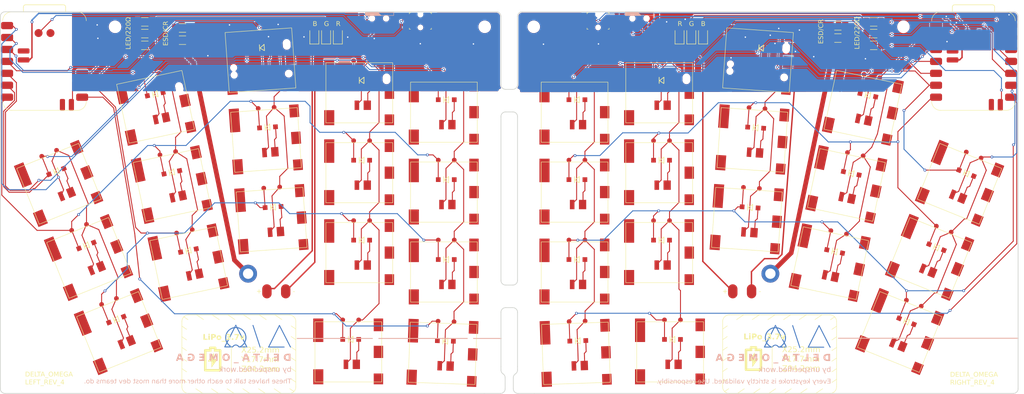
<source format=kicad_pcb>
(kicad_pcb (version 20241229) (generator "pcbnew") (generator_version "9.0")
  (title_block (title "delta-omega") (date "2025-08-24") (rev "v1.0.0") (company "Unknown"))
  (layers (0 "F.Cu" signal) (2 "B.Cu" signal) (13 "F.Paste" user) (15 "B.Paste" user) (5 "F.SilkS" user "F.Silkscreen") (7 "B.SilkS" user "B.Silkscreen") (1 "F.Mask" user) (3 "B.Mask" user) (25 "Edge.Cuts" user))
  (net 0 "")
  (net 1 "L_C1")
  (net 2 "L_R3")
  (net 3 "SW1_1")
  (net 4 "L_R2")
  (net 5 "SW2_1")
  (net 6 "L_R1")
  (net 7 "SW3_1")
  (net 8 "L_C2")
  (net 9 "SW4_1")
  (net 10 "SW5_1")
  (net 11 "SW6_1")
  (net 12 "L_C3")
  (net 13 "SW7_1")
  (net 14 "SW8_1")
  (net 15 "SW9_1")
  (net 16 "L_C4")
  (net 17 "SW10_1")
  (net 18 "SW11_1")
  (net 19 "SW12_1")
  (net 20 "L_C5")
  (net 21 "SW13_1")
  (net 22 "SW14_1")
  (net 23 "SW15_1")
  (net 24 "L_R4")
  (net 25 "SW16_1")
  (net 26 "SW17_1")
  (net 27 "R_C1")
  (net 28 "R_R3")
  (net 29 "SW18_1")
  (net 30 "R_R2")
  (net 31 "SW19_1")
  (net 32 "R_R1")
  (net 33 "SW20_1")
  (net 34 "R_C2")
  (net 35 "SW21_1")
  (net 36 "SW22_1")
  (net 37 "SW23_1")
  (net 38 "R_C3")
  (net 39 "SW24_1")
  (net 40 "SW25_1")
  (net 41 "SW26_1")
  (net 42 "R_C4")
  (net 43 "SW27_1")
  (net 44 "SW28_1")
  (net 45 "SW29_1")
  (net 46 "R_C5")
  (net 47 "SW30_1")
  (net 48 "SW31_1")
  (net 49 "SW32_1")
  (net 50 "R_R4")
  (net 51 "SW33_1")
  (net 52 "SW34_1")
  (net 53 "L_RAW")
  (net 54 "L_BATP")
  (net 55 "R_RAW")
  (net 56 "R_BATP")
  (net 57 "L_RST")
  (net 58 "L_GND")
  (net 59 "R_RST")
  (net 60 "R_GND")
  (net 61 "R_VBUS")
  (net 62 "R_VCC")
  (net 63 "L_VBUS")
  (net 64 "L_VCC")
  (net 65 "L_LED_R1")
  (net 66 "R_LED_R1")
  (net 67 "R_LED_R2")
  (net 68 "R_LED_R3")
  (net 69 "R_LED2")
  (net 70 "R_LED3")
  (net 71 "R_LED1")
  (net 72 "L_LED_R2")
  (net 73 "L_LED_R3")
  (net 74 "L_LED1")
  (net 75 "L_LED2")
  (net 76 "L_LED3")
  (net 77 "R_CGND")
  (net 78 "L_CGND")
  (footprint "Button_Switch_Keyboard:GENERIC_ULP_SMD" (layer "F.Cu") (at 143.216075 87.964592)
    (property "Reference" "SW30" (hide yes))
    (property "Value" "ULP_SW" (hide yes))
  )
  (footprint "Button_Switch_Keyboard:GENERIC_ULP_SMD" (layer "F.Cu") (at 46.253934 100.728162 22)
    (property "Reference" "SW1" (hide yes))
    (property "Value" "ULP_SW" (hide yes))
  )
  (footprint "Resistor_SMD:R_1206_3216Metric_Pad1.30x1.75mm_HandSolder" (layer "F.Cu") (at 206.85 34.75)
    (property "Reference" "R4" (hide yes))
    (property "Value" "R_1206 _220R")
  )
  (footprint "Button_Switch_Keyboard:SOD123" (layer "F.Cu") (at 218.746527 84.966036 -22)
    (property "Reference" "D19" (hide yes))
    (property "Value" "SOD123")
  )
  (footprint "Module:smdXIAO-nRF52840" (layer "F.Cu") (at 30.5 43.16)
    (property "Reference" "MCU2" (hide yes))
    (property "Value" "XIAO-nRF52840-SMD")
  )
  (footprint "Button_Switch_Keyboard:SOD123" (layer "F.Cu") (at 54.060084 52.825448 12)
    (property "Reference" "D6" (hide yes))
    (property "Value" "SOD123")
  )
  (footprint "Button_Switch_Keyboard:GENERIC_ULP_SMD" (layer "F.Cu") (at 161.216075 49.839592)
    (property "Reference" "SW29" (hide yes))
    (property "Value" "ULP_SW" (hide yes))
  )
  (footprint "Button_Switch_Keyboard:GENERIC_ULP_SMD" (layer "F.Cu") (at 39.885622 84.966036 22)
    (property "Reference" "SW2" (hide yes))
    (property "Value" "ULP_SW" (hide yes))
  )
  (footprint "power_switch" (layer "F.Cu") (at 101.616075 34.039592 90)
    (property "Reference" "POWER1" (hide yes))
    (property "Value" "PWR_SW")
  )
  (footprint "ceoloide:mounting_hole_npth" (layer "F.Cu") (at 234.63215 110.6)
    (property "Reference" "MH8" (hide yes))
    (property "Value" "")
  )
  (footprint "Button_Switch_Keyboard:SOD123" (layer "F.Cu") (at 76.389293 42.914024 4)
    (property "Reference" "D9" (hide yes))
    (property "Value" "SOD123")
  )
  (footprint "Mousebite_5" (layer "F.Cu") (at 131.08215 51.5)
    (property "Reference" "")
    (property "Value" "")
  )
  (footprint "Button_Switch_Keyboard:SOD123" (layer "F.Cu") (at 115.416075 70.964592)
    (property "Reference" "D14" (hide yes))
    (property "Value" "SOD123")
  )
  (footprint "ceoloide:reset_switch_smd_side" (layer "F.Cu") (at 110.416075 34.564592)
    (property "Reference" "RST1" (hide yes))
    (property "Value" "SW_RST")
  )
  (footprint "Button_Switch_Keyboard:GENERIC_ULP_SMD" (layer "F.Cu") (at 115.416075 70.964592)
    (property "Reference" "SW14" (hide yes))
    (property "Value" "ULP_SW" (hide yes))
  )
  (footprint "ceoloide:mounting_hole_npth" (layer "F.Cu") (at 213.18215 35.8)
    (property "Reference" "MH4" (hide yes))
    (property "Value" "")
  )
  (footprint "Button_Switch_Keyboard:GENERIC_ULP_SMD" (layer "F.Cu") (at 61.129082 86.082466 12)
    (property "Reference" "SW4" (hide yes))
    (property "Value" "ULP_SW" (hide yes))
  )
  (footprint "Button_Switch_Keyboard:SOD123" (layer "F.Cu") (at 115.416075 87.964592)
    (property "Reference" "D13" (hide yes))
    (property "Value" "SOD123")
  )
  (footprint "ceoloide:mounting_hole_plated" (layer "F.Cu") (at 184.871136 88.331202)
    (property "Reference" "H2" (hide yes))
    (property "Value" "")
  )
  (footprint "Button_Switch_Keyboard:GENERIC_ULP_SMD" (layer "F.Cu") (at 161.216075 66.839592)
    (property "Reference" "SW28" (hide yes))
    (property "Value" "ULP_SW" (hide yes))
  )
  (footprint "Button_Switch_Keyboard:SOD123" (layer "F.Cu") (at 161.216075 66.839592)
    (property "Reference" "D28" (hide yes))
    (property "Value" "SOD123")
  )
  (footprint "Button_Switch_Keyboard:SOD123" (layer "F.Cu") (at 143.496034 105.275293 2)
    (property "Reference" "D34" (hide yes))
    (property "Value" "SOD123")
  )
  (footprint "Button_Switch_Keyboard:SOD123" (layer "F.Cu") (at 115.136115 105.275293 -2)
    (property "Reference" "D17" (hide yes))
    (property "Value" "SOD123")
  )
  (footprint "Mousebite_5" (layer "F.Cu") (at 127.55 51.5)
    (property "Reference" "")
    (property "Value" "")
  )
  (footprint "Button_Switch_Keyboard:GENERIC_ULP_SMD" (layer "F.Cu") (at 143.216075 70.964592)
    (property "Reference" "SW31" (hide yes))
    (property "Value" "ULP_SW" (hide yes))
  )
  (footprint "Button_Switch_Keyboard:SOD123" (layer "F.Cu") (at 46.253934 100.728162 22)
    (property "Reference" "D1" (hide yes))
    (property "Value" "SOD123")
  )
  (footprint "Button_Switch_Keyboard:SOD123" (layer "F.Cu") (at 57.594583 69.453957 12)
    (property "Reference" "D5" (hide yes))
    (property "Value" "SOD123")
  )
  (footprint "Resistor_SMD:R_1206_3216Metric_Pad1.30x1.75mm_HandSolder" (layer "F.Cu") (at 206.85 39.75)
    (property "Reference" "R6" (hide yes))
    (property "Value" "R_1206 _220R")
  )
  (footprint "LED_SMD:LED_0805_2012Metric_Pad1.15x1.40mm_HandSolder" (layer "F.Cu") (at 170.55 37.6 90)
    (property "Reference" "L3" (hide yes))
    (property "Value" "LED_0805_B")
  )
  (footprint "Capacitor_SMD:C_1206_3216Metric_Pad1.33x1.80mm_HandSolder" (layer "F.Cu") (at 199.2375 38.2)
    (property "Reference" "C1" (hide yes))
    (property "Value" "C_1206_1NF" (hide yes))
  )
  (footprint "Button_Switch_Keyboard:GENERIC_ULP_SMD" (layer "F.Cu") (at 54.060084 52.825448 12)
    (property "Reference" "SW6" (hide yes))
    (property "Value" "ULP_SW" (hide yes))
  )
  (footprint "Button_Switch_Keyboard:GENERIC_ULP_SMD" (layer "F.Cu") (at 33.51731 69.203911 22)
    (property "Reference" "SW3" (hide yes))
    (property "Value" "ULP_SW" (hide yes))
  )
  (footprint "Button_Switch_Keyboard:SOD123" (layer "F.Cu") (at 143.216075 87.964592)
    (property "Reference" "D30" (hide yes))
    (property "Value" "SOD123")
  )
  (footprint "Button_Switch_Keyboard:SOD123" (layer "F.Cu") (at 161.216075 83.839592)
    (property "Reference" "D27" (hide yes))
    (property "Value" "SOD123")
  )
  (footprint "ceoloide:mounting_hole_plated" (layer "F.Cu") (at 73.761013 88.331202)
    (property "Reference" "H1" (hide yes))
    (property "Value" "")
  )
  (footprint "Button_Switch_Keyboard:SOD123" (layer "F.Cu") (at 97.416075 66.839592)
    (property "Reference" "D11" (hide yes))
    (property "Value" "SOD123")
  )
  (footprint "LED_SMD:LED_0805_2012Metric_Pad1.15x1.40mm_HandSolder" (layer "F.Cu") (at 87.85 37.6 90)
    (property "Reference" "L6" (hide yes))
    (property "Value" "LED_0805_B")
  )
  (footprint "Button_Switch_Keyboard:SOD123" (layer "F.Cu") (at 182.242857 42.914024 -4)
    (property "Reference" "D26" (hide yes))
    (property "Value" "SOD123")
  )
  (footprint "Button_Switch_Keyboard:GENERIC_ULP_SMD" (layer "F.Cu") (at 78.761013 76.831202 4)
    (property "Reference" "SW7" (hide yes))
    (property "Value" "ULP_SW" (hide yes))
  )
  (footprint "Capacitor_SMD:C_1206_3216Metric_Pad1.33x1.80mm_HandSolder" (layer "F.Cu") (at 59.8 36.05)
    (property "Reference" "R8" (hide yes))
    (property "Value" "R_1206_1MR" (hide yes))
  )
  (footprint "Button_Switch_Keyboard:GENERIC_ULP_SMD" (layer "F.Cu") (at 181.056996 59.872613 -4)
    (property "Reference" "SW25" (hide yes))
    (property "Value" "ULP_SW" (hide yes))
  )
  (footprint "Button_Switch_Keyboard:GENERIC_ULP_SMD" (layer "F.Cu") (at 225.114839 69.203911 -22)
    (property "Reference" "SW20" (hide yes))
    (property "Value" "ULP_SW" (hide yes))
  )
  (footprint "Button_Switch_Keyboard:SOD123" (layer "F.Cu") (at 97.416075 83.839592)
    (property "Reference" "D10" (hide yes))
    (property "Value" "SOD123")
  )
  (footprint "LED_SMD:LED_0805_2012Metric_Pad1.15x1.40mm_HandSolder" (layer "F.Cu") (at 168.05 37.6 90)
    (property "Reference" "L2" (hide yes))
    (property "Value" "LED_0805_G")
  )
  (footprint "ceoloide:mounting_hole_npth" (layer "F.Cu") (at 45.45 35.8)
    (property "Reference" "MH3" (hide yes))
    (property "Value" "")
  )
  (footprint "Button_Switch_Keyboard:GENERIC_ULP_SMD" (layer "F.Cu") (at 143.216075 53.964592)
    (property "Reference" "SW32" (hide yes))
    (property "Value" "ULP_SW" (hide yes))
  )
  (footprint "Resistor_SMD:R_1206_3216Metric_Pad1.30x1.75mm_HandSolder" (layer "F.Cu") (at 51.782 39.75)
    (property "Reference" "R3" (hide yes))
    (property "Value" "R_1206 _220R")
  )
  (footprint "Button_Switch_Keyboard:SOD123" (layer "F.Cu") (at 197.503068 86.082466 -12)
    (property "Reference" "D21" (hide yes))
    (property "Value" "SOD123")
  )
  (footprint "Button_Switch_Keyboard:SOD123" (layer "F.Cu") (at 225.114839 69.203911 -22)
    (property "Reference" "D20" (hide yes))
    (property "Value" "SOD123")
  )
  (footprint "Button_Switch_Keyboard:GENERIC_ULP_SMD" (layer "F.Cu") (at 197.503068 86.082466 -12)
    (property "Reference" "SW21" (hide yes))
    (property "Value" "ULP_SW" (hide yes))
  )
  (footprint "Button_Switch_Keyboard:SOD123" (layer "F.Cu") (at 201.037566 69.453957 -12)
    (property "Reference" "D22" (hide yes))
    (property "Value" "SOD123")
  )
  (footprint "Button_Switch_Keyboard:GENERIC_ULP_SMD" (layer "F.Cu") (at 182.242857 42.914024 -4)
    (property "Reference" "SW26" (hide yes))
    (property "Value" "ULP_SW" (hide yes))
  )
  (footprint "Button_Switch_Keyboard:SOD123" (layer "F.Cu") (at 143.216075 53.964592)
    (property "Reference" "D32" (hide yes))
    (property "Value" "SOD123")
  )
  (footprint "ceoloide:mounting_hole_npth" (layer "F.Cu") (at 124.1 35.8)
    (property "Reference" "MH5" (hide yes))
    (property "Value" "")
  )
  (footprint "Button_Switch_Keyboard:GENERIC_ULP_SMD" (layer "F.Cu") (at 115.136115 105.275293 -2)
    (property "Reference" "SW17" (hide yes))
    (property "Value" "ULP_SW" (hide yes))
  )
  (footprint "Module:smdXIAO-nRF52840" (layer "F.Cu") (at 228.13215 43.16)
    (property "Reference" "MCU1" (hide yes))
    (property "Value" "XIAO-nRF52840-SMD")
  )
  (footprint "Button_Switch_Keyboard:SOD123" (layer "F.Cu") (at 33.51731 69.203911 22)
    (property "Reference" "D3" (hide yes))
    (property "Value" "SOD123")
  )
  (footprint "Button_Switch_Keyboard:GENERIC_ULP_SMD" (layer "F.Cu") (at 115.416075 53.964592)
    (property "Reference" "SW15" (hide yes))
    (property "Value" "ULP_SW" (hide yes))
  )
  (footprint "power_switch" (layer "F.Cu") (at 157.016075 34.039592 90)
    (property "Reference" "PWR_SW" (hide yes))
    (property "Value" "POWER1")
  )
  (footprint "Mousebite_5" (layer "F.Cu") (at 127.550001 93.142893)
    (property "Reference" "")
    (property "Value" "")
  )
  (footprint "simple_tht_fp" (layer "F.Cu") (at 79.761013 91.081202)
    (property "Reference" "TH1" (hide yes))
    (property "Value" "")
  )
  (footprint "Button_Switch_Keyboard:GENERIC_ULP_SMD" (layer "F.Cu") (at 97.416075 49.839592)
    (property "Reference" "SW12" (hide yes))
    (property "Value" "ULP_SW" (hide yes))
  )
  (footprint "Button_Switch_Keyboard:SOD123" (layer "F.Cu") (at 115.416075 53.964592)
    (property "Reference" "D15" (hide yes))
    (property "Value" "SOD123")
  )
  (footprint "ceoloide:mounting_hole_npth" (layer "F.Cu") (at 132.01605 111.8)
    (property "Reference" "MH2" (hide yes))
    (property "Value" "")
  )
  (footprint "ceoloide:mounting_hole_npth" (layer "F.Cu") (at 24 110.6)
    (property "Reference" "MH7" (hide yes))
    (property "Value" "")
  )
  (footprint "Button_Switch_Keyboard:GENERIC_ULP_SMD" (layer "F.Cu") (at 57.594583 69.453957 12)
    (property "Reference" "SW5" (hide yes))
    (property "Value" "ULP_SW" (hide yes))
  )
  (footprint "Resistor_SMD:R_1206_3216Metric_Pad1.30x1.75mm_HandSolder" (layer "F.Cu") (at 206.85 37.25)
    (property "Reference" "R5" (hide yes))
    (property "Value" "R_1206 _220R")
  )
  (footprint "Mousebite_5" (layer "F.Cu") (at 131.082151 93.142893)
    (property "Reference" "")
    (property "Value" "")
  )
  (footprint "LED_SMD:LED_0805_2012Metric_Pad1.15x1.40mm_HandSolder" (layer "F.Cu") (at 92.85 37.6 90)
    (property "Reference" "L4" (hide yes))
    (property "Value" "LED_0805_R")
  )
  (footprint "Button_Switch_Keyboard:GENERIC_ULP_SMD" (layer "F.Cu") (at 115.416075 87.964592)
    (property "Reference" "SW13" (hide yes))
    (property "Value" "ULP_SW" (hide yes))
  )
  (footprint "Button_Switch_Keyboard:GENERIC_ULP_SMD" (layer "F.Cu") (at 95.086075 104.964592)
    (property "Reference" "SW16" (hide yes))
    (property "Value" "ULP_SW" (hide yes))
  )
  (footprint "Button_Switch_Keyboard:SOD123" (layer "F.Cu") (at 39.885622 84.966036 22)
    (property "Reference" "D2" (hide yes))
    (property "Value" "SOD123")
  )
  (footprint "Button_Switch_Keyboard:GENERIC_ULP_SMD" (layer "F.Cu") (at 204.572065 52.825448 -12)
    (property "Reference" "SW23" (hide yes))
    (property "Value" "ULP_SW" (hide yes))
  )
  (footprint "LED_SMD:LED_0805_2012Metric_Pad1.15x1.40mm_HandSolder" (layer "F.Cu") (at 165.55 37.6 90)
    (property "Reference" "L1" (hide yes))
    (property "Value" "LED_0805_R")
  )
  (footprint "Button_Switch_Keyboard:SOD123" (layer "F.Cu") (at 161.216075 49.839592)
    (property "Reference" "D29" (hide yes))
    (property "Value" "SOD123")
  )
  (footprint "Resistor_SMD:R_1206_3216Metric_Pad1.30x1.75mm_HandSolder" (layer "F.Cu") (at 51.782 37.25)
    (property "Reference" "R2" (hide yes))
    (property "Value" "R_1206 _220R")
  )
  (footprint "Button_Switch_Keyboard:GENERIC_ULP_SMD" (layer "F.Cu") (at 161.216075 83.839592)
    (property "Reference" "SW27" (hide yes))
    (property "Value" "ULP_SW" (hide yes))
  )
  (footprint "Button_Switch_Keyboard:GENERIC_ULP_SMD" (layer "F.Cu") (at 201.037566 69.453957 -12)
    (property "Reference" "SW22" (hide yes))
    (property "Value" "ULP_SW" (hide yes))
  )
  (footprint "Button_Switch_Keyboard:SOD123" (layer "F.Cu") (at 204.572065 52.825448 -12)
    (property "Reference" "D23" (hide yes))
    (property "Value" "SOD123")
  )
  (footprint "Button_Switch_Keyboard:SOD123" (layer "F.Cu") (at 181.056996 59.872613 -4)
    (property "Reference" "D25" (hide yes))
    (property "Value" "SOD123")
  )
  (footprint "ceoloide:reset_switch_smd_side" (layer "F.Cu") (at 148.216075 34.564592)
    (property "Reference" "RST2" (hide yes))
    (property "Value" "SW_RST")
  )
  (footprint "Button_Switch_Keyboard:SOD123" (layer "F.Cu") (at 163.546075 104.964592)
    (property "Reference" "D33" (hide yes))
    (property "Value" "SOD123")
  )
  (footprint "Button_Switch_Keyboard:GENERIC_ULP_SMD" (layer "F.Cu") (at 212.378215 100.728162 -22)
    (property "Reference" "SW18" (hide yes))
    (property "Value" "ULP_SW" (hide yes))
  )
  (footprint "Button_Switch_Keyboard:GENERIC_ULP_SMD" (layer "F.Cu") (at 179.871136 76.831202 -4)
    (property "Reference" "SW24" (hide yes))
    (property "Value" "ULP_SW" (hide yes))
  )
  (footprint "LED_SMD:LED_0805_2012Metric_Pad1.15x1.40mm_HandSolder" (layer "F.Cu") (at 90.35 37.6 90)
    (property "Reference" "L5" (hide yes))
    (property "Value" "LED_0805_G")
  )
  (footprint "Button_Switch_Keyboard:SOD123" (layer "F.Cu") (at 78.761013 76.831202 4)
    (property "Reference" "D7" (hide yes))
    (property "Value" "SOD123")
  )
  (footprint "Button_Switch_Keyboard:GENERIC_ULP_SMD" (layer "F.Cu") (at 97.416075 83.839592)
    (property "Reference" "SW10" (hide yes))
    (property "Value" "ULP_SW" (hide yes))
  )
  (footprint "Button_Switch_Keyboard:SOD123" (layer "F.Cu") (at 143.216075 70.964592)
    (property "Reference" "D31" (hide yes))
    (property "Value" "SOD123")
  )
  (footprint "Button_Switch_Keyboard:SOD123" (layer "F.Cu") (at 77.575153 59.872613 4)
    (property "Reference" "D8" (hide yes))
    (property "Value" "SOD123")
  )
  (footprint "Button_Switch_Keyboard:GENERIC_ULP_SMD" (layer "F.Cu") (at 76.389293 42.914024 4)
    (property "Reference" "SW9" (hide yes))
    (property "Value" "ULP_SW" (hide yes))
  )
  (footprint "Button_Switch_Keyboard:GENERIC_ULP_SMD" (layer "F.Cu") (at 97.416075 66.839592)
    (property "Reference" "SW11" (hide yes))
    (property "Value" "ULP_SW" (hide yes))
  )
  (footprint "Capacitor_SMD:C_1206_3216Metric_Pad1.33x1.80mm_HandSolder" (layer "F.Cu") (at 59.8 38.65)
    (property "Reference" "C2" (hide yes))
    (property "Value" "C_1206_1NF" (hide yes))
  )
  (footprint "Button_Switch_Keyboard:SOD123" (layer "F.Cu") (at 179.871136 76.831202 -4)
    (property "Reference" "D24" (hide yes))
    (property "Value" "SOD123")
  )
  (footprint "Button_Switch_Keyboard:SOD123" (layer "F.Cu") (at 95.086075 104.964592)
    (property "Reference" "D16" (hide yes))
    (property "Value" "SOD123")
  )
  (footprint "Button_Switch_Keyboard:SOD123" (layer "F.Cu") (at 61.129082 86.082466 12)
    (property "Reference" "D4" (hide yes))
    (property "Value" "SOD123")
  )
  (footprint "Button_Switch_Keyboard:GENERIC_ULP_SMD" (layer "F.Cu") (at 143.496034 105.275293 2)
    (property "Reference" "SW34" (hide yes))
    (property "Value" "ULP_SW" (hide yes))
  )
  (footprint "Button_Switch_Keyboard:GENERIC_ULP_SMD" (layer "F.Cu") (at 163.546075 104.964592)
    (property "Reference" "SW33" (hide yes))
    (property "Value" "ULP_SW" (hide yes))
  )
  (footprint "simple_tht_fp" (layer "F.Cu") (at 178.871136 91.081202)
    (property "Reference" "TH2" (hide yes))
    (property "Value" "")
  )
  (footprint "Button_Switch_Keyboard:GENERIC_ULP_SMD" (layer "F.Cu") (at 218.746527 84.966036 -22)
    (property "Reference" "SW19" (hide yes))
    (property "Value" "ULP_SW" (hide yes))
  )
  (footprint "Button_Switch_Keyboard:SOD123" (layer "F.Cu") (at 212.378215 100.728162 -22)
    (property "Reference" "D18" (hide yes))
    (property "Value" "SOD123")
  )
  (footprint "Button_Switch_Keyboard:SOD123" (layer "F.Cu") (at 97.416075 49.839592)
    (property "Reference" "D12" (hide yes))
    (property "Value" "SOD123")
  )
  (footprint "ceoloide:mounting_hole_npth" (layer "F.Cu") (at 126.6161 111.8)
    (property "Reference" "MH1" (hide yes))
    (property "Value" "")
  )
  (footprint "ceoloide:mounting_hole_npth" (layer "F.Cu") (at 134.53215 35.8)
    (property "Reference" "MH6" (hide yes))
    (property "Value" "")
  )
  (footprint "Resistor_SMD:R_1206_3216Metric_Pad1.30x1.75mm_HandSolder" (layer "F.Cu") (at 51.782 34.75)
    (property "Reference" "R1" (hide yes))
    (property "Value" "R_1206 _220R")
  )
  (footprint "Button_Switch_Keyboard:GENERIC_ULP_SMD" (layer "F.Cu") (at 77.575153 59.872613 4)
    (property "Reference" "SW8" (hide yes))
    (property "Value" "ULP_SW" (hide yes))
  )
  (footprint "Capacitor_SMD:C_1206_3216Metric_Pad1.33x1.80mm_HandSolder" (layer "F.Cu") (at 199.2375 35.6)
    (property "Reference" "R7" (hide yes))
    (property "Value" "R_1206_1MR" (hide yes))
  )
  (gr_line (start 78.125 103.9375) (end 80.425 99.3375) (stroke (width 0.2)) (layer "B.Cu"))
  (gr_poly (pts (xy 71.142334 99.172188) (xy 71.14599 99.172417) (xy 71.149691 99.172791) (xy 71.153416 99.173302) (xy 71.157139 99.173943) (xy 71.160837 99.174706) (xy 71.164486 99.175586) (xy 71.168062 99.176575) (xy 71.171541 99.177666) (xy 71.1749 99.178852) (xy 71.178113 99.180125) (xy 71.181158 99.18148) (xy 71.18401 99.182908) (xy 71.186645 99.184402) (xy 71.18904 99.185957) (xy 71.191171 99.187564) (xy 71.193744 99.190418) (xy 71.197524 99.195705) (xy 71.202436 99.20329) (xy 71.208407 99.213038) (xy 71.223227 99.238488) (xy 71.241392 99.270977) (xy 71.262308 99.309431) (xy 71.285385 99.352774) (xy 71.310028 99.39993) (xy 71.335646 99.449824) (xy 71.461257 99.69663) (xy 71.580469 99.720629) (xy 71.660254 99.738123) (xy 71.73888 99.758245) (xy 71.816318 99.780979) (xy 71.892536 99.806307) (xy 71.967505 99.834215) (xy 72.041193 99.864686) (xy 72.113569 99.897704) (xy 72.184603 99.933253) (xy 72.254264 99.971317) (xy 72.322522 100.01188) (xy 72.389346 100.054925) (xy 72.454704 100.100438) (xy 72.518567 100.148401) (xy 72.580904 100.198798) (xy 72.641683 100.251614) (xy 72.700875 100.306833) (xy 72.770143 100.376479) (xy 72.835852 100.448121) (xy 72.897996 100.521745) (xy 72.956569 100.59734) (xy 73.011563 100.674891) (xy 73.062973 100.754387) (xy 73.110792 100.835815) (xy 73.155014 100.919162) (xy 73.195633 101.004415) (xy 73.232641 101.091561) (xy 73.266033 101.180588) (xy 73.295801 101.271483) (xy 73.321941 101.364233) (xy 73.344445 101.458826) (xy 73.363306 101.555248) (xy 73.378519 101.653488) (xy 73.385127 101.714584) (xy 73.389842 101.784054) (xy 73.392666 101.858996) (xy 73.3936 101.936508) (xy 73.392642 102.013688) (xy 73.389795 102.087636) (xy 73.385058 102.155449) (xy 73.378432 102.214226) (xy 73.362606 102.311644) (xy 73.342927 102.408844) (xy 73.319664 102.504949) (xy 73.293081 102.599082) (xy 73.263445 102.690364) (xy 73.231022 102.777918) (xy 73.196078 102.860866) (xy 73.177745 102.900338) (xy 73.15888 102.93833) (xy 73.136197 102.982482) (xy 73.369428 103.44266) (xy 73.461621 103.626369) (xy 73.5356 103.777312) (xy 73.5848 103.881875) (xy 73.598058 103.912508) (xy 73.602659 103.926441) (xy 73.602593 103.929522) (xy 73.602396 103.93259) (xy 73.60162 103.93867) (xy 73.600351 103.944656) (xy 73.598607 103.950521) (xy 73.596409 103.956238) (xy 73.593776 103.96178) (xy 73.590726 103.967122) (xy 73.587281 103.972236) (xy 73.583458 103.977095) (xy 73.579278 103.981673) (xy 73.574759 103.985943) (xy 73.569922 103.98988) (xy 73.564786 103.993455) (xy 73.559369 103.996642) (xy 73.553693 103.999415) (xy 73.547775 104.001747) (xy 73.541145 104.002929) (xy 73.528218 104.004028) (xy 73.483141 104.005982) (xy 73.411889 104.007616) (xy 73.313807 104.008938) (xy 73.03453 104.010672) (xy 72.640064 104.011238) (xy 71.75958 104.011238) (xy 71.726685 103.961694) (xy 71.717561 103.948594) (xy 71.706885 103.934385) (xy 71.694831 103.919248) (xy 71.681575 103.903362) (xy 71.66729 103.886907) (xy 71.652152 103.870064) (xy 71.620013 103.835932) (xy 71.586554 103.802407) (xy 71.553173 103.770929) (xy 71.536948 103.756409) (xy 71.521266 103.74294) (xy 71.506302 103.730704) (xy 71.49223 103.71988) (xy 71.471593 103.705173) (xy 71.450331 103.691163) (xy 71.428536 103.677885) (xy 71.406302 103.665374) (xy 71.38372 103.653665) (xy 71.360884 103.642791) (xy 71.337886 103.632789) (xy 71.31482 103.623692) (xy 71.291778 103.615535) (xy 71.268852 103.608353) (xy 71.246136 103.602181) (xy 71.223722 103.597053) (xy 71.201703 103.593004) (xy 71.180171 103.590069) (xy 71.159221 103.588283) (xy 71.138943 103.58768) (xy 71.102636 103.589438) (xy 71.065368 103.594628) (xy 71.027343 103.603122) (xy 70.988761 103.614793) (xy 70.949826 103.629511) (xy 70.910739 103.64715) (xy 70.871704 103.667581) (xy 70.832921 103.690678) (xy 70.794594 103.716311) (xy 70.756925 103.744354) (xy 70.720115 103.774678) (xy 70.684368 103.807156) (xy 70.649885 103.841659) (xy 70.616868 103.878061) (xy 70.58552 103.916233) (xy 70.556043 103.956047) (xy 70.51733 104.011238) (xy 69.633808 104.010679) (xy 69.004633 104.008159) (xy 68.809198 104.005741) (xy 68.732625 104.00289) (xy 68.732625 104.002889) (xy 68.729632 104.001598) (xy 68.726711 104.000206) (xy 68.723863 103.998715) (xy 68.721091 103.997128) (xy 68.718396 103.995448) (xy 68.715779 103.993678) (xy 68.713243 103.991819) (xy 68.710789 103.989875) (xy 68.708419 103.987848) (xy 68.706135 103.98574) (xy 68.703938 103.983556) (xy 68.701831 103.981296) (xy 68.699814 103.978964) (xy 68.69789 103.976563) (xy 68.69606 103.974094) (xy 68.694326 103.971562) (xy 68.69269 103.968967) (xy 68.691154 103.966314) (xy 68.689719 103.963604) (xy 68.688387 103.96084) (xy 68.687159 103.958025) (xy 68.686038 103.955161) (xy 68.685026 103.952252) (xy 68.684123 103.949299) (xy 68.683332 103.946305) (xy 68.682654 103.943274) (xy 68.682091 103.940207) (xy 68.681645 103.937108) (xy 68.681318 103.933978) (xy 68.681111 103.930821) (xy 68.681026 103.927639) (xy 68.681065 103.924435) (xy 68.681933 103.918723) (xy 68.6843 103.910397) (xy 68.688234 103.899318) (xy 68.693802 103.885344) (xy 68.701071 103.868337) (xy 68.710108 103.848156) (xy 68.733755 103.79771) (xy 68.738542 103.787864) (xy 68.977025 103.787864) (xy 68.977067 103.788711) (xy 68.977649 103.789518) (xy 68.978806 103.790285) (xy 68.98057 103.791013) (xy 68.982978 103.791703) (xy 68.986063 103.792357) (xy 68.994402 103.793556) (xy 69.005862 103.794618) (xy 69.020716 103.795551) (xy 69.039239 103.796361) (xy 69.061706 103.797055) (xy 69.088392 103.797641) (xy 69.119569 103.798125) (xy 69.196499 103.798819) (xy 69.294692 103.799193) (xy 69.416344 103.799305) (xy 69.728629 103.798206) (xy 69.823627 103.797016) (xy 69.858517 103.795563) (xy 69.858395 103.795276) (xy 69.858032 103.794807) (xy 69.85661 103.793338) (xy 69.854297 103.791195) (xy 69.851142 103.788416) (xy 69.842499 103.781108) (xy 69.831063 103.771725) (xy 69.817217 103.760578) (xy 69.801344 103.747979) (xy 69.783829 103.734239) (xy 69.765054 103.719669) (xy 69.73448 103.695507) (xy 69.703434 103.669888) (xy 69.672083 103.642984) (xy 69.640593 103.614967) (xy 69.57786 103.556274) (xy 69.516567 103.495178) (xy 69.458044 103.433046) (xy 69.430236 103.40202) (xy 69.403621 103.371248) (xy 69.378363 103.340902) (xy 69.354629 103.311152) (xy 69.332585 103.282169) (xy 69.312398 103.254125) (xy 69.305787 103.244831) (xy 69.299377 103.236157) (xy 69.293324 103.228291) (xy 69.287786 103.221426) (xy 69.282921 103.215751) (xy 69.278887 103.211455) (xy 69.277231 103.209885) (xy 69.275842 103.20873) (xy 69.274739 103.208016) (xy 69.273942 103.207765) (xy 69.259702 103.231718) (xy 69.225832 103.295126) (xy 69.125393 103.489146) (xy 69.025 103.6875) (xy 68.991187 103.756326) (xy 68.977025 103.787864) (xy 68.738542 103.787864) (xy 68.765277 103.732887) (xy 68.805213 103.652565) (xy 68.854098 103.555624) (xy 68.912469 103.440941) (xy 69.142853 102.989857) (xy 69.139304 102.982007) (xy 69.390499 102.982007) (xy 69.390568 102.982753) (xy 69.390771 102.983691) (xy 69.391569 102.98612) (xy 69.392866 102.989247) (xy 69.394635 102.993028) (xy 69.396849 102.997414) (xy 69.399482 103.00236) (xy 69.405895 103.013747) (xy 69.41366 103.026816) (xy 69.42256 103.041198) (xy 69.432383 103.056522) (xy 69.442911 103.072416) (xy 69.480846 103.126657) (xy 69.520978 103.18001) (xy 69.563172 103.232356) (xy 69.607294 103.283578) (xy 69.653209 103.333558) (xy 69.700783 103.38218) (xy 69.749881 103.429324) (xy 69.80037 103.474874) (xy 69.852115 103.518713) (xy 69.90498 103.560723) (xy 69.958834 103.600786) (xy 70.013539 103.638785) (xy 70.068963 103.674603) (xy 70.124971 103.708121) (xy 70.181429 103.739223) (xy 70.238202 103.767791) (xy 70.256784 103.776444) (xy 70.265202 103.780138) (xy 70.273135 103.783437) (xy 70.280657 103.786361) (xy 70.287841 103.788928) (xy 70.294759 103.791157) (xy 70.301487 103.793069) (xy 70.308096 103.794682) (xy 70.314659 103.796016) (xy 70.321251 103.79709) (xy 70.327944 103.797924) (xy 70.334811 103.798537) (xy 70.341927 103.798948) (xy 70.349363 103.799176) (xy 70.357193 103.799242) (xy 70.410425 103.799178) (xy 70.454578 103.745479) (xy 70.467532 103.730208) (xy 70.481479 103.714677) (xy 70.496324 103.698964) (xy 70.511976 103.683149) (xy 70.52834 103.667308) (xy 70.545325 103.651522) (xy 70.562835 103.635869) (xy 70.58078 103.620427) (xy 70.599065 103.605275) (xy 70.617597 103.590491) (xy 70.636284 103.576155) (xy 70.655032 103.562344) (xy 70.673748 103.549138) (xy 70.692339 103.536615) (xy 70.710713 103.524853) (xy 70.728775 103.513932) (xy 70.754765 103.499252) (xy 70.780817 103.485642) (xy 70.806953 103.473096) (xy 70.833196 103.461608) (xy 70.859568 103.451173) (xy 70.88609 103.441784) (xy 70.912785 103.433438) (xy 70.939674 103.426127) (xy 70.96678 103.419847) (xy 70.994125 103.414592) (xy 71.02173 103.410356) (xy 71.049618 103.407134) (xy 71.077811 103.40492) (xy 71.106331 103.403709) (xy 71.135199 103.403496) (xy 71.164439 103.404274) (xy 71.187906 103.40551) (xy 71.210533 103.407171) (xy 71.232423 103.409283) (xy 71.253683 103.411873) (xy 71.274416 103.414967) (xy 71.294729 103.418594) (xy 71.314726 103.422781) (xy 71.334513 103.427553) (xy 71.354194 103.432939) (xy 71.373874 103.438965) (xy 71.393659 103.445659) (xy 71.413654 103.453047) (xy 71.433964 103.461156) (xy 71.454694 103.470014) (xy 71.475949 103.479648) (xy 71.497834 103.490084) (xy 71.519039 103.50074) (xy 71.539914 103.511857) (xy 71.560469 103.523446) (xy 71.580713 103.535512) (xy 71.600659 103.548065) (xy 71.620315 103.561112) (xy 71.639694 103.574661) (xy 71.658804 103.588721) (xy 71.677658 103.603298) (xy 71.696265 103.618401) (xy 71.714636 103.634039) (xy 71.732781 103.650218) (xy 71.750711 103.666948) (xy 71.768437 103.684235) (xy 71.785969 103.702088) (xy 71.803318 103.720514) (xy 71.875981 103.799306) (xy 71.926993 103.799306) (xy 71.935112 103.799225) (xy 71.942747 103.798952) (xy 71.950039 103.798437) (xy 71.957128 103.797633) (xy 71.964154 103.796493) (xy 71.971257 103.794969) (xy 71.978579 103.793012) (xy 71.983964 103.791304) (xy 72.428199 103.791304) (xy 72.428735 103.791738) (xy 72.430328 103.792164) (xy 72.436607 103.79299) (xy 72.460976 103.794527) (xy 72.500025 103.79589) (xy 72.552475 103.797058) (xy 72.617046 103.798006) (xy 72.692455 103.798713) (xy 72.87067 103.799305) (xy 73.087497 103.79881) (xy 73.222426 103.797066) (xy 73.264015 103.795603) (xy 73.29093 103.793682) (xy 73.305108 103.791253) (xy 73.308024 103.789832) (xy 73.308481 103.788267) (xy 73.288761 103.746902) (xy 73.251934 103.67388) (xy 73.150879 103.478594) (xy 73.053154 103.293864) (xy 73.020491 103.234038) (xy 73.006599 103.211147) (xy 73.006066 103.211147) (xy 73.005379 103.211365) (xy 73.004543 103.211798) (xy 73.003564 103.212438) (xy 73.00119 103.214322) (xy 72.998293 103.216975) (xy 72.99491 103.220356) (xy 72.991077 103.224421) (xy 72.98683 103.229129) (xy 72.982205 103.234437) (xy 72.977238 103.240304) (xy 72.971967 103.246687) (xy 72.966426 103.253544) (xy 72.960653 103.260832) (xy 72.954683 103.26851) (xy 72.948552 103.276536) (xy 72.942297 103.284866) (xy 72.935955 103.29346) (xy 72.914905 103.321313) (xy 72.891667 103.350396) (xy 72.866487 103.380465) (xy 72.839612 103.411276) (xy 72.811289 103.442585) (xy 72.781762 103.474149) (xy 72.720087 103.537065) (xy 72.656558 103.598072) (xy 72.624715 103.627251) (xy 72.593147 103.65522) (xy 72.562101 103.681737) (xy 72.531824 103.706558) (xy 72.502561 103.729438) (xy 72.47456 103.750134) (xy 72.465247 103.75696) (xy 72.456559 103.763644) (xy 72.448686 103.770016) (xy 72.441818 103.775909) (xy 72.436145 103.781153) (xy 72.433816 103.783479) (xy 72.431857 103.785579) (xy 72.430293 103.787433) (xy 72.429145 103.789019) (xy 72.42844 103.790316) (xy 72.42826 103.79085) (xy 72.428199 103.791304) (xy 71.983964 103.791304) (xy 71.98626 103.790575) (xy 71.99444 103.78761) (xy 72.003259 103.78407) (xy 72.012859 103.779905) (xy 72.02338 103.775069) (xy 72.034961 103.769514) (xy 72.047745 103.763192) (xy 72.077478 103.748054) (xy 72.135221 103.717075) (xy 72.192008 103.684152) (xy 72.247774 103.649342) (xy 72.302455 103.612705) (xy 72.355984 103.574299) (xy 72.408298 103.534182) (xy 72.459331 103.492413) (xy 72.509018 103.449051) (xy 72.557294 103.404154) (xy 72.604095 103.357781) (xy 72.649354 103.30999) (xy 72.693008 103.26084) (xy 72.734991 103.210389) (xy 72.775239 103.158696) (xy 72.813685 103.105819) (xy 72.850266 103.051818) (xy 72.897035 102.980214) (xy 72.114668 101.444837) (xy 71.346265 99.943966) (xy 71.5893 99.943966) (xy 73.008878 102.734212) (xy 73.009616 102.735243) (xy 73.010418 102.735962) (xy 73.011285 102.736364) (xy 73.011743 102.736445) (xy 73.012219 102.736445) (xy 73.013222 102.736203) (xy 73.014295 102.735634) (xy 73.015441 102.734733) (xy 73.01666 102.733497) (xy 73.017954 102.731923) (xy 73.019326 102.730007) (xy 73.020776 102.727745) (xy 73.022306 102.725134) (xy 73.023918 102.72217) (xy 73.025614 102.71885) (xy 73.029263 102.711124) (xy 73.033266 102.701927) (xy 73.037637 102.691232) (xy 73.042388 102.679008) (xy 73.047533 102.665226) (xy 73.053084 102.649857) (xy 73.059056 102.632872) (xy 73.06546 102.614242) (xy 73.072312 102.593938) (xy 73.094428 102.524002) (xy 73.114075 102.453761) (xy 73.131251 102.383261) (xy 73.145954 102.312547) (xy 73.15818 102.241664) (xy 73.167929 102.170656) (xy 73.175198 102.099569) (xy 73.179985 102.028447) (xy 73.182286 101.957336) (xy 73.182101 101.886281) (xy 73.179427 101.815326) (xy 73.174262 101.744516) (xy 73.166603 101.673897) (xy 73.156448 101.603513) (xy 73.143795 101.533409) (xy 73.128641 101.463631) (xy 73.094102 101.33578) (xy 73.051682 101.211302) (xy 73.001663 101.090503) (xy 72.944322 100.973689) (xy 72.879938 100.861164) (xy 72.80879 100.753234) (xy 72.731156 100.650205) (xy 72.647316 100.552382) (xy 72.557549 100.46007) (xy 72.462133 100.373574) (xy 72.361347 100.293201) (xy 72.255469 100.219255) (xy 72.14478 100.152041) (xy 72.029557 100.091865) (xy 71.910079 100.039033) (xy 71.786625 99.99385) (xy 71.740038 99.978747) (xy 71.699797 99.9662) (xy 71.665861 99.956196) (xy 71.638189 99.948725) (xy 71.616737 99.943777) (xy 71.601467 99.941342) (xy 71.596136 99.941063) (xy 71.592335 99.941408) (xy 71.590058 99.942377) (xy 71.589489 99.943094) (xy 71.5893 99.943966) (xy 71.346265 99.943966) (xy 71.324697 99.901839) (xy 71.323118 99.900845) (xy 71.320425 99.899873) (xy 71.311942 99.898002) (xy 71.299731 99.896241) (xy 71.28428 99.894609) (xy 71.245593 99.891798) (xy 71.199764 99.889705) (xy 71.150678 99.888465) (xy 71.102216 99.888217) (xy 71.058262 99.889095) (xy 71.039189 99.889999) (xy 71.022699 99.891236) (xy 70.955991 99.897487) (xy 70.173245 101.433465) (xy 69.620431 102.521941) (xy 69.390499 102.982007) (xy 69.139304 102.982007) (xy 69.093385 102.880437) (xy 69.054302 102.78936) (xy 69.019221 102.697897) (xy 68.988145 102.606071) (xy 68.961076 102.513906) (xy 68.938016 102.421426) (xy 68.918968 102.328656) (xy 68.903934 102.235619) (xy 68.892916 102.14234) (xy 68.885917 102.048842) (xy 68.88294 101.95515) (xy 68.883253 101.927002) (xy 69.099165 101.927002) (xy 69.10028 102.009503) (xy 69.103653 102.087087) (xy 69.109445 102.160918) (xy 69.117815 102.232156) (xy 69.128925 102.301964) (xy 69.142935 102.371505) (xy 69.160005 102.441941) (xy 69.180296 102.514434) (xy 69.19254 102.554193) (xy 69.205527 102.593826) (xy 69.218654 102.631736) (xy 69.231319 102.666329) (xy 69.242919 102.696007) (xy 69.252853 102.719176) (xy 69.260516 102.734238) (xy 69.263308 102.73823) (xy 69.265307 102.739597) (xy 69.277502 102.718012) (xy 69.310133 102.656164) (xy 69.427763 102.429026) (xy 69.80995 101.682397) (xy 69.809949 101.682397) (xy 70.523429 100.281958) (xy 70.698246 99.938673) (xy 70.660381 99.945071) (xy 70.638912 99.949298) (xy 70.614458 99.955177) (xy 70.558111 99.971314) (xy 70.494381 99.99233) (xy 70.426312 100.017071) (xy 70.356944 100.044387) (xy 70.289322 100.073124) (xy 70.226486 100.102131) (xy 70.197814 100.116375) (xy 70.171479 100.130254) (xy 70.086495 100.179218) (xy 70.004205 100.231941) (xy 69.924724 100.288285) (xy 69.848169 100.348111) (xy 69.774657 100.411282) (xy 69.704304 100.477657) (xy 69.637226 100.547099) (xy 69.573539 100.619469) (xy 69.513361 100.694628) (xy 69.456806 100.772438) (xy 69.403993 100.85276) (xy 69.355036 100.935455) (xy 69.310053 101.020386) (xy 69.26916 101.107413) (xy 69.232473 101.196398) (xy 69.200108 101.287201) (xy 69.175223 101.367467) (xy 69.154135 101.445803) (xy 69.144968 101.484535) (xy 69.136697 101.523131) (xy 69.129301 101.561707) (xy 69.122763 101.600376) (xy 69.117066 101.639257) (xy 69.112189 101.678462) (xy 69.108117 101.718109) (xy 69.104829 101.758313) (xy 69.100536 101.840851) (xy 69.099165 101.927002) (xy 68.883253 101.927002) (xy 68.883985 101.861287) (xy 68.889056 101.767279) (xy 68.898155 101.673148) (xy 68.911285 101.578919) (xy 68.928447 101.484616) (xy 68.949644 101.390262) (xy 68.972528 101.304848) (xy 68.998901 101.220346) (xy 69.028685 101.136882) (xy 69.061802 101.054579) (xy 69.098174 100.973564) (xy 69.137722 100.893961) (xy 69.180369 100.815895) (xy 69.226036 100.739492) (xy 69.274645 100.664877) (xy 69.326119 100.592174) (xy 69.380379 100.521509) (xy 69.437346 100.453007) (xy 69.496944 100.386793) (xy 69.559094 100.322991) (xy 69.623718 100.261728) (xy 69.690737 100.203128) (xy 69.725727 100.174586) (xy 69.762652 100.146025) (xy 69.801303 100.117566) (xy 69.841472 100.089331) (xy 69.882948 100.061442) (xy 69.925524 100.034018) (xy 69.968989 100.007182) (xy 70.013134 99.981054) (xy 70.057751 99.955756) (xy 70.10263 99.931409) (xy 70.147562 99.908134) (xy 70.192338 99.886052) (xy 70.236749 99.865284) (xy 70.280585 99.845952) (xy 70.323637 99.828177) (xy 70.365697 99.81208) (xy 70.408881 99.79731) (xy 70.460787 99.781248) (xy 70.518117 99.764756) (xy 70.577576 99.748697) (xy 70.635867 99.733934) (xy 70.689695 99.72133) (xy 70.735764 99.711747) (xy 70.770778 99.706048) (xy 70.822063 99.699779) (xy 70.836398 99.671125) (xy 71.024146 99.671125) (xy 71.024302 99.671347) (xy 71.024765 99.671565) (xy 71.026581 99.671994) (xy 71.029532 99.672407) (xy 71.033558 99.672804) (xy 71.044589 99.673539) (xy 71.059184 99.67418) (xy 71.076854 99.674709) (xy 71.097109 99.675109) (xy 71.119462 99.675362) (xy 71.143422 99.67545) (xy 71.262697 99.67545) (xy 71.205172 99.560653) (xy 71.19348 99.537593) (xy 71.182306 99.51608) (xy 71.171915 99.496585) (xy 71.162571 99.479578) (xy 71.154536 99.465531) (xy 71.148074 99.454915) (xy 71.143449 99.4482) (xy 71.141908 99.446452) (xy 71.140924 99.445857) (xy 71.138645 99.448262) (xy 71.13422 99.455071) (xy 71.120199 99.479461) (xy 71.101393 99.514145) (xy 71.080332 99.554241) (xy 71.059547 99.594868) (xy 71.041567 99.631146) (xy 71.028923 99.658192) (xy 71.025393 99.666727) (xy 71.024146 99.671125) (xy 70.836398 99.671125) (xy 70.940007 99.464015) (xy 70.987667 99.370257) (xy 71.030244 99.289261) (xy 71.063094 99.229683) (xy 71.07442 99.210631) (xy 71.081572 99.20018) (xy 71.085035 99.196162) (xy 71.088355 99.192522) (xy 71.091568 99.189245) (xy 71.094705 99.186314) (xy 71.097801 99.183712) (xy 71.099344 99.18253) (xy 71.100889 99.181423) (xy 71.102441 99.180391) (xy 71.104003 99.179431) (xy 71.10558 99.17854) (xy 71.107177 99.177718) (xy 71.108796 99.176962) (xy 71.110444 99.176269) (xy 71.112123 99.175638) (xy 71.113838 99.175066) (xy 71.115593 99.174553) (xy 71.117392 99.174094) (xy 71.11924 99.173689) (xy 71.121141 99.173336) (xy 71.125117 99.172775) (xy 71.129355 99.172395) (xy 71.133888 99.172179) (xy 71.13875 99.17211)) (fill yes) (layer "B.Cu"))
  (gr_line (start 81.425 103.9375) (end 78.125 103.9375) (stroke (width 0.2)) (layer "B.Cu"))
  (gr_line (start 80.425 99.3375) (end 82.775 103.9375) (stroke (width 0.2)) (layer "B.Cu"))
  (gr_poly (pts (xy 185.949644 99.203221) (xy 185.9533 99.20345) (xy 185.957001 99.203824) (xy 185.960726 99.204335) (xy 185.964449 99.204976) (xy 185.968147 99.205739) (xy 185.971796 99.206619) (xy 185.975372 99.207608) (xy 185.978851 99.208699) (xy 185.98221 99.209885) (xy 185.985423 99.211158) (xy 185.988468 99.212513) (xy 185.99132 99.213941) (xy 185.993955 99.215435) (xy 185.99635 99.21699) (xy 185.998481 99.218597) (xy 186.001054 99.221451) (xy 186.004834 99.226738) (xy 186.009746 99.234323) (xy 186.015717 99.244071) (xy 186.030537 99.269521) (xy 186.048702 99.30201) (xy 186.069618 99.340464) (xy 186.092695 99.383807) (xy 186.117338 99.430963) (xy 186.142956 99.480857) (xy 186.268567 99.727663) (xy 186.387779 99.751662) (xy 186.467564 99.769156) (xy 186.54619 99.789278) (xy 186.623628 99.812012) (xy 186.699846 99.83734) (xy 186.774815 99.865248) (xy 186.848503 99.895719) (xy 186.920879 99.928737) (xy 186.991913 99.964286) (xy 187.061574 100.00235) (xy 187.129832 100.042913) (xy 187.196656 100.085958) (xy 187.262014 100.131471) (xy 187.325877 100.179434) (xy 187.388214 100.229831) (xy 187.448993 100.282647) (xy 187.508185 100.337866) (xy 187.577453 100.407512) (xy 187.643162 100.479154) (xy 187.705306 100.552778) (xy 187.763879 100.628373) (xy 187.818873 100.705924) (xy 187.870283 100.78542) (xy 187.918102 100.866848) (xy 187.962324 100.950195) (xy 188.002943 101.035448) (xy 188.039951 101.122594) (xy 188.073343 101.211621) (xy 188.103111 101.302516) (xy 188.129251 101.395266) (xy 188.151755 101.489859) (xy 188.170616 101.586281) (xy 188.185829 101.684521) (xy 188.192437 101.745617) (xy 188.197152 101.815087) (xy 188.199976 101.890029) (xy 188.20091 101.967541) (xy 188.199952 102.044721) (xy 188.197105 102.118669) (xy 188.192368 102.186482) (xy 188.185742 102.245259) (xy 188.169916 102.342677) (xy 188.150237 102.439877) (xy 188.126974 102.535982) (xy 188.100391 102.630115) (xy 188.070755 102.721397) (xy 188.038332 102.808951) (xy 188.003388 102.891899) (xy 187.985055 102.931371) (xy 187.96619 102.969363) (xy 187.943507 103.013515) (xy 188.176738 103.473693) (xy 188.268931 103.657402) (xy 188.34291 103.808345) (xy 188.39211 103.912908) (xy 188.405368 103.943541) (xy 188.409969 103.957474) (xy 188.409903 103.960555) (xy 188.409706 103.963623) (xy 188.40893 103.969703) (xy 188.407661 103.975689) (xy 188.405917 103.981554) (xy 188.403719 103.987271) (xy 188.401086 103.992813) (xy 188.398036 103.998155) (xy 188.394591 104.003269) (xy 188.390768 104.008128) (xy 188.386588 104.012706) (xy 188.382069 104.016976) (xy 188.377232 104.020913) (xy 188.372096 104.024488) (xy 188.366679 104.027675) (xy 188.361003 104.030448) (xy 188.355085 104.03278) (xy 188.348455 104.033962) (xy 188.335528 104.035061) (xy 188.290451 104.037015) (xy 188.219199 104.038649) (xy 188.121117 104.039971) (xy 187.84184 104.041705) (xy 187.447374 104.042271) (xy 186.56689 104.042271) (xy 186.533995 103.992727) (xy 186.524871 103.979627) (xy 186.514195 103.965418) (xy 186.502141 103.950281) (xy 186.488885 103.934395) (xy 186.4746 103.91794) (xy 186.459462 103.901097) (xy 186.427323 103.866965) (xy 186.393864 103.83344) (xy 186.360483 103.801962) (xy 186.344258 103.787442) (xy 186.328576 103.773973) (xy 186.313612 103.761737) (xy 186.29954 103.750913) (xy 186.278903 103.736206) (xy 186.257641 103.722196) (xy 186.235846 103.708918) (xy 186.213612 103.696407) (xy 186.19103 103.684698) (xy 186.168194 103.673824) (xy 186.145196 103.663822) (xy 186.12213 103.654725) (xy 186.099088 103.646568) (xy 186.076162 103.639386) (xy 186.053446 103.633214) (xy 186.031032 103.628086) (xy 186.009013 103.624037) (xy 185.987481 103.621102) (xy 185.966531 103.619316) (xy 185.946253 103.618713) (xy 185.909946 103.620471) (xy 185.872678 103.625661) (xy 185.834653 103.634155) (xy 185.796071 103.645826) (xy 185.757136 103.660544) (xy 185.718049 103.678183) (xy 185.679014 103.698614) (xy 185.640231 103.721711) (xy 185.601904 103.747344) (xy 185.564235 103.775387) (xy 185.527425 103.805711) (xy 185.491678 103.838189) (xy 185.457195 103.872692) (xy 185.424178 103.909094) (xy 185.39283 103.947266) (xy 185.363353 103.98708) (xy 185.32464 104.042271) (xy 184.441118 104.041712) (xy 183.811943 104.039192) (xy 183.616508 104.036774) (xy 183.539935 104.033923) (xy 183.539935 104.033922) (xy 183.536942 104.032631) (xy 183.534021 104.031239) (xy 183.531173 104.029748) (xy 183.528401 104.028161) (xy 183.525706 104.026481) (xy 183.523089 104.024711) (xy 183.520553 104.022852) (xy 183.518099 104.020908) (xy 183.515729 104.018881) (xy 183.513445 104.016773) (xy 183.511248 104.014589) (xy 183.509141 104.012329) (xy 183.507124 104.009997) (xy 183.5052 104.007596) (xy 183.50337 104.005127) (xy 183.501636 104.002595) (xy 183.5 104) (xy 183.498464 103.997347) (xy 183.497029 103.994637) (xy 183.495697 103.991873) (xy 183.494469 103.989058) (xy 183.493348 103.986194) (xy 183.492336 103.983285) (xy 183.491433 103.980332) (xy 183.490642 103.977338) (xy 183.489964 103.974307) (xy 183.489401 103.97124) (xy 183.488955 103.968141) (xy 183.488628 103.965011) (xy 183.488421 103.961854) (xy 183.488336 103.958672) (xy 183.488375 103.955468) (xy 183.489243 103.949756) (xy 183.49161 103.94143) (xy 183.495544 103.930351) (xy 183.501112 103.916377) (xy 183.508381 103.89937) (xy 183.517418 103.879189) (xy 183.541065 103.828743) (xy 183.545852 103.818897) (xy 183.784335 103.818897) (xy 183.784377 103.819744) (xy 183.784959 103.820551) (xy 183.786116 103.821318) (xy 183.78788 103.822046) (xy 183.790288 103.822736) (xy 183.793373 103.82339) (xy 183.801712 103.824589) (xy 183.813172 103.825651) (xy 183.828026 103.826584) (xy 183.846549 103.827394) (xy 183.869016 103.828088) (xy 183.895702 103.828674) (xy 183.926879 103.829158) (xy 184.003809 103.829852) (xy 184.102002 103.830226) (xy 184.223654 103.830338) (xy 184.535939 103.829239) (xy 184.630937 103.828049) (xy 184.665827 103.826596) (xy 184.665705 103.826309) (xy 184.665342 103.82584) (xy 184.66392 103.824371) (xy 184.661607 103.822228) (xy 184.658452 103.819449) (xy 184.649809 103.812141) (xy 184.638373 103.802758) (xy 184.624527 103.791611) (xy 184.608654 103.779012) (xy 184.591139 103.765272) (xy 184.572364 103.750702) (xy 184.54179 103.72654) (xy 184.510744 103.700921) (xy 184.479393 103.674017) (xy 184.447903 103.646) (xy 184.38517 103.587307) (xy 184.323877 103.526211) (xy 184.265354 103.464079) (xy 184.237546 103.433053) (xy 184.210931 103.402281) (xy 184.185673 103.371935) (xy 184.161939 103.342185) (xy 184.139895 103.313202) (xy 184.119708 103.285158) (xy 184.113097 103.275864) (xy 184.106687 103.26719) (xy 184.100634 103.259324) (xy 184.095096 103.252459) (xy 184.090231 103.246784) (xy 184.086197 103.242488) (xy 184.084541 103.240918) (xy 184.083152 103.239763) (xy 184.082049 103.239049) (xy 184.081252 103.238798) (xy 184.067012 103.262751) (xy 184.033142 103.326159) (xy 183.932703 103.520179) (xy 183.83231 103.718533) (xy 183.798497 103.787359) (xy 183.784335 103.818897) (xy 183.545852 103.818897) (xy 183.572587 103.76392) (xy 183.612523 103.683598) (xy 183.661408 103.586657) (xy 183.719779 103.471974) (xy 183.950163 103.02089) (xy 183.946614 103.01304) (xy 184.197809 103.01304) (xy 184.197878 103.013786) (xy 184.198081 103.014724) (xy 184.198879 103.017153) (xy 184.200176 103.02028) (xy 184.201945 103.024061) (xy 184.204159 103.028447) (xy 184.206792 103.033393) (xy 184.213205 103.04478) (xy 184.22097 103.057849) (xy 184.22987 103.072231) (xy 184.239693 103.087555) (xy 184.250221 103.103449) (xy 184.288156 103.15769) (xy 184.328288 103.211043) (xy 184.370482 103.263389) (xy 184.414604 103.314611) (xy 184.460519 103.364591) (xy 184.508093 103.413213) (xy 184.557191 103.460357) (xy 184.60768 103.505907) (xy 184.659425 103.549746) (xy 184.71229 103.591756) (xy 184.766144 103.631819) (xy 184.820849 103.669818) (xy 184.876273 103.705636) (xy 184.932281 103.739154) (xy 184.988739 103.770256) (xy 185.045512 103.798824) (xy 185.064094 103.807477) (xy 185.072512 103.811171) (xy 185.080445 103.81447) (xy 185.087967 103.817394) (xy 185.095151 103.819961) (xy 185.102069 103.82219) (xy 185.108797 103.824102) (xy 185.115406 103.825715) (xy 185.121969 103.827049) (xy 185.128561 103.828123) (xy 185.135254 103.828957) (xy 185.142121 103.82957) (xy 185.149237 103.829981) (xy 185.156673 103.830209) (xy 185.164503 103.830275) (xy 185.217735 103.830211) (xy 185.261888 103.776512) (xy 185.274842 103.761241) (xy 185.288789 103.74571) (xy 185.303634 103.729997) (xy 185.319286 103.714182) (xy 185.33565 103.698341) (xy 185.352635 103.682555) (xy 185.370145 103.666902) (xy 185.38809 103.65146) (xy 185.406375 103.636308) (xy 185.424907 103.621524) (xy 185.443594 103.607188) (xy 185.462342 103.593377) (xy 185.481058 103.580171) (xy 185.499649 103.567648) (xy 185.518023 103.555886) (xy 185.536085 103.544965) (xy 185.562075 103.530285) (xy 185.588127 103.516675) (xy 185.614263 103.504129) (xy 185.640506 103.492641) (xy 185.666878 103.482206) (xy 185.6934 103.472817) (xy 185.720095 103.464471) (xy 185.746984 103.45716) (xy 185.77409 103.45088) (xy 185.801435 103.445625) (xy 185.82904 103.441389) (xy 185.856928 103.438167) (xy 185.885121 103.435953) (xy 185.913641 103.434742) (xy 185.942509 103.434529) (xy 185.971749 103.435307) (xy 185.995216 103.436543) (xy 186.017843 103.438204) (xy 186.039733 103.440316) (xy 186.060993 103.442906) (xy 186.081726 103.446) (xy 186.102039 103.449627) (xy 186.122036 103.453814) (xy 186.141823 103.458586) (xy 186.161504 103.463972) (xy 186.181184 103.469998) (xy 186.200969 103.476692) (xy 186.220964 103.48408) (xy 186.241274 103.492189) (xy 186.262004 103.501047) (xy 186.283259 103.510681) (xy 186.305144 103.521117) (xy 186.326349 103.531773) (xy 186.347224 103.54289) (xy 186.367779 103.554479) (xy 186.388023 103.566545) (xy 186.407969 103.579098) (xy 186.427625 103.592145) (xy 186.447004 103.605694) (xy 186.466114 103.619754) (xy 186.484968 103.634331) (xy 186.503575 103.649434) (xy 186.521946 103.665072) (xy 186.540091 103.681251) (xy 186.558021 103.697981) (xy 186.575747 103.715268) (xy 186.593279 103.733121) (xy 186.610628 103.751547) (xy 186.683291 103.830339) (xy 186.734303 103.830339) (xy 186.742422 103.830258) (xy 186.750057 103.829985) (xy 186.757349 103.82947) (xy 186.764438 103.828666) (xy 186.771464 103.827526) (xy 186.778567 103.826002) (xy 186.785889 103.824045) (xy 186.791274 103.822337) (xy 187.235509 103.822337) (xy 187.236045 103.822771) (xy 187.237638 103.823197) (xy 187.243917 103.824023) (xy 187.268286 103.82556) (xy 187.307335 103.826923) (xy 187.359785 103.828091) (xy 187.424356 103.829039) (xy 187.499765 103.829746) (xy 187.67798 103.830338) (xy 187.894807 103.829843) (xy 188.029736 103.828099) (xy 188.071325 103.826636) (xy 188.09824 103.824715) (xy 188.112418 103.822286) (xy 188.115334 103.820865) (xy 188.115791 103.8193) (xy 188.096071 103.777935) (xy 188.059244 103.704913) (xy 187.958189 103.509627) (xy 187.860464 103.324897) (xy 187.827801 103.265071) (xy 187.813909 103.24218) (xy 187.813376 103.24218) (xy 187.812689 103.242398) (xy 187.811853 103.242831) (xy 187.810874 103.243471) (xy 187.8085 103.245355) (xy 187.805603 103.248008) (xy 187.80222 103.251389) (xy 187.798387 103.255454) (xy 187.79414 103.260162) (xy 187.789515 103.26547) (xy 187.784548 103.271337) (xy 187.779277 103.27772) (xy 187.773736 103.284577) (xy 187.767963 103.291865) (xy 187.761993 103.299543) (xy 187.755862 103.307569) (xy 187.749607 103.315899) (xy 187.743265 103.324493) (xy 187.722215 103.352346) (xy 187.698977 103.381429) (xy 187.673797 103.411498) (xy 187.646922 103.442309) (xy 187.618599 103.473618) (xy 187.589072 103.505182) (xy 187.527397 103.568098) (xy 187.463868 103.629105) (xy 187.432025 103.658284) (xy 187.400457 103.686253) (xy 187.369411 103.71277) (xy 187.339134 103.737591) (xy 187.309871 103.760471) (xy 187.28187 103.781167) (xy 187.272557 103.787993) (xy 187.263869 103.794677) (xy 187.255996 103.801049) (xy 187.249128 103.806942) (xy 187.243455 103.812186) (xy 187.241126 103.814512) (xy 187.239167 103.816612) (xy 187.237603 103.818466) (xy 187.236455 103.820052) (xy 187.23575 103.821349) (xy 187.23557 103.821883) (xy 187.235509 103.822337) (xy 186.791274 103.822337) (xy 186.79357 103.821608) (xy 186.80175 103.818643) (xy 186.810569 103.815103) (xy 186.820169 103.810938) (xy 186.83069 103.806102) (xy 186.842271 103.800547) (xy 186.855055 103.794225) (xy 186.884788 103.779087) (xy 186.942531 103.748108) (xy 186.999318 103.715185) (xy 187.055084 103.680375) (xy 187.109765 103.643738) (xy 187.163294 103.605332) (xy 187.215608 103.565215) (xy 187.266641 103.523446) (xy 187.316328 103.480084) (xy 187.364604 103.435187) (xy 187.411405 103.388814) (xy 187.456664 103.341023) (xy 187.500318 103.291873) (xy 187.542301 103.241422) (xy 187.582549 103.189729) (xy 187.620995 103.136852) (xy 187.657576 103.082851) (xy 187.704345 103.011247) (xy 186.921978 101.47587) (xy 186.153575 99.974999) (xy 186.39661 99.974999) (xy 187.816188 102.765245) (xy 187.816926 102.766276) (xy 187.817728 102.766995) (xy 187.818595 102.767397) (xy 187.819053 102.767478) (xy 187.819529 102.767478) (xy 187.820532 102.767236) (xy 187.821605 102.766667) (xy 187.822751 102.765766) (xy 187.82397 102.76453) (xy 187.825264 102.762956) (xy 187.826636 102.76104) (xy 187.828086 102.758778) (xy 187.829616 102.756167) (xy 187.831228 102.753203) (xy 187.832924 102.749883) (xy 187.836573 102.742157) (xy 187.840576 102.73296) (xy 187.844947 102.722265) (xy 187.849698 102.710041) (xy 187.854843 102.696259) (xy 187.860394 102.68089) (xy 187.866366 102.663905) (xy 187.87277 102.645275) (xy 187.879622 102.624971) (xy 187.901738 102.555035) (xy 187.921385 102.484794) (xy 187.938561 102.414294) (xy 187.953264 102.34358) (xy 187.96549 102.272697) (xy 187.975239 102.201689) (xy 187.982508 102.130602) (xy 187.987295 102.05948) (xy 187.989596 101.988369) (xy 187.989411 101.917314) (xy 187.986737 101.846359) (xy 187.981572 101.775549) (xy 187.973913 101.70493) (xy 187.963758 101.634546) (xy 187.951105 101.564442) (xy 187.935951 101.494664) (xy 187.901412 101.366813) (xy 187.858992 101.242335) (xy 187.808973 101.121536) (xy 187.751632 101.004722) (xy 187.687248 100.892197) (xy 187.6161 100.784267) (xy 187.538466 100.681238) (xy 187.454626 100.583415) (xy 187.364859 100.491103) (xy 187.269443 100.404607) (xy 187.168657 100.324234) (xy 187.062779 100.250288) (xy 186.95209 100.183074) (xy 186.836867 100.122898) (xy 186.717389 100.070066) (xy 186.593935 100.024883) (xy 186.547348 100.00978) (xy 186.507107 99.997233) (xy 186.473171 99.987229) (xy 186.445499 99.979758) (xy 186.424047 99.97481) (xy 186.408777 99.972375) (xy 186.403446 99.972096) (xy 186.399645 99.972441) (xy 186.397368 99.97341) (xy 186.396799 99.974127) (xy 186.39661 99.974999) (xy 186.153575 99.974999) (xy 186.132007 99.932872) (xy 186.130428 99.931878) (xy 186.127735 99.930906) (xy 186.119252 99.929035) (xy 186.107041 99.927274) (xy 186.09159 99.925642) (xy 186.052903 99.922831) (xy 186.007074 99.920738) (xy 185.957988 99.919498) (xy 185.909526 99.91925) (xy 185.865572 99.920128) (xy 185.846499 99.921032) (xy 185.830009 99.922269) (xy 185.763301 99.92852) (xy 184.980555 101.464498) (xy 184.427741 102.552974) (xy 184.197809 103.01304) (xy 183.946614 103.01304) (xy 183.900695 102.91147) (xy 183.861612 102.820393) (xy 183.826531 102.72893) (xy 183.795455 102.637104) (xy 183.768386 102.544939) (xy 183.745326 102.452459) (xy 183.726278 102.359689) (xy 183.711244 102.266652) (xy 183.700226 102.173373) (xy 183.693227 102.079875) (xy 183.69025 101.986183) (xy 183.690563 101.958035) (xy 183.906475 101.958035) (xy 183.90759 102.040536) (xy 183.910963 102.11812) (xy 183.916755 102.191951) (xy 183.925125 102.263189) (xy 183.936235 102.332997) (xy 183.950245 102.402538) (xy 183.967315 102.472974) (xy 183.987606 102.545467) (xy 183.99985 102.585226) (xy 184.012837 102.624859) (xy 184.025964 102.662769) (xy 184.038629 102.697362) (xy 184.050229 102.72704) (xy 184.060163 102.750209) (xy 184.067826 102.765271) (xy 184.070618 102.769263) (xy 184.072617 102.77063) (xy 184.084812 102.749045) (xy 184.117443 102.687197) (xy 184.235073 102.460059) (xy 184.61726 101.71343) (xy 184.617259 101.71343) (xy 185.330739 100.312991) (xy 185.505556 99.969706) (xy 185.467691 99.976104) (xy 185.446222 99.980331) (xy 185.421768 99.98621) (xy 185.365421 100.002347) (xy 185.301691 100.023363) (xy 185.233622 100.048104) (xy 185.164254 100.07542) (xy 185.096632 100.104157) (xy 185.033796 100.133164) (xy 185.005124 100.147408) (xy 184.978789 100.161287) (xy 184.893805 100.210251) (xy 184.811515 100.262974) (xy 184.732034 100.319318) (xy 184.655479 100.379144) (xy 184.581967 100.442315) (xy 184.511614 100.50869) (xy 184.444536 100.578132) (xy 184.380849 100.650502) (xy 184.320671 100.725661) (xy 184.264116 100.803471) (xy 184.211303 100.883793) (xy 184.162346 100.966488) (xy 184.117363 101.051419) (xy 184.07647 101.138446) (xy 184.039783 101.227431) (xy 184.007418 101.318234) (xy 183.982533 101.3985) (xy 183.961445 101.476836) (xy 183.952278 101.515568) (xy 183.944007 101.554164) (xy 183.936611 101.59274) (xy 183.930073 101.631409) (xy 183.924376 101.67029) (xy 183.919499 101.709495) (xy 183.915427 101.749142) (xy 183.912139 101.789346) (xy 183.907846 101.871884) (xy 183.906475 101.958035) (xy 183.690563 101.958035) (xy 183.691295 101.89232) (xy 183.696366 101.798312) (xy 183.705465 101.704181) (xy 183.718595 101.609952) (xy 183.735757 101.515649) (xy 183.756954 101.421295) (xy 183.779838 101.335881) (xy 183.806211 101.251379) (xy 183.835995 101.167915) (xy 183.869112 101.085612) (xy 183.905484 101.004597) (xy 183.945032 100.924994) (xy 183.987679 100.846928) (xy 184.033346 100.770525) (xy 184.081955 100.69591) (xy 184.133429 100.623207) (xy 184.187689 100.552542) (xy 184.244656 100.48404) (xy 184.304254 100.417826) (xy 184.366404 100.354024) (xy 184.431028 100.292761) (xy 184.498047 100.234161) (xy 184.533037 100.205619) (xy 184.569962 100.177058) (xy 184.608613 100.148599) (xy 184.648782 100.120364) (xy 184.690258 100.092475) (xy 184.732834 100.065051) (xy 184.776299 100.038215) (xy 184.820444 100.012087) (xy 184.865061 99.986789) (xy 184.90994 99.962442) (xy 184.954872 99.939167) (xy 184.999648 99.917085) (xy 185.044059 99.896317) (xy 185.087895 99.876985) (xy 185.130947 99.85921) (xy 185.173007 99.843113) (xy 185.216191 99.828343) (xy 185.268097 99.812281) (xy 185.325427 99.795789) (xy 185.384886 99.77973) (xy 185.443177 99.764967) (xy 185.497005 99.752363) (xy 185.543074 99.74278) (xy 185.578088 99.737081) (xy 185.629373 99.730812) (xy 185.643708 99.702158) (xy 185.831456 99.702158) (xy 185.831612 99.70238) (xy 185.832075 99.702598) (xy 185.833891 99.703027) (xy 185.836842 99.70344) (xy 185.840868 99.703837) (xy 185.851899 99.704572) (xy 185.866494 99.705213) (xy 185.884164 99.705742) (xy 185.904419 99.706142) (xy 185.926772 99.706395) (xy 185.950732 99.706483) (xy 186.070007 99.706483) (xy 186.012482 99.591686) (xy 186.00079 99.568626) (xy 185.989616 99.547113) (xy 185.979225 99.527618) (xy 185.969881 99.510611) (xy 185.961846 99.496564) (xy 185.955384 99.485948) (xy 185.950759 99.479233) (xy 185.949218 99.477485) (xy 185.948234 99.47689) (xy 185.945955 99.479295) (xy 185.94153 99.486104) (xy 185.927509 99.510494) (xy 185.908703 99.545178) (xy 185.887642 99.585274) (xy 185.866857 99.625901) (xy 185.848877 99.662179) (xy 185.836233 99.689225) (xy 185.832703 99.69776) (xy 185.831456 99.702158) (xy 185.643708 99.702158) (xy 185.747317 99.495048) (xy 185.794977 99.40129) (xy 185.837554 99.320294) (xy 185.870404 99.260716) (xy 185.88173 99.241664) (xy 185.888882 99.231213) (xy 185.892345 99.227195) (xy 185.895665 99.223555) (xy 185.898878 99.220278) (xy 185.902015 99.217347) (xy 185.905111 99.214745) (xy 185.906654 99.213563) (xy 185.908199 99.212456) (xy 185.909751 99.211424) (xy 185.911313 99.210464) (xy 185.91289 99.209573) (xy 185.914487 99.208751) (xy 185.916106 99.207995) (xy 185.917754 99.207302) (xy 185.919433 99.206671) (xy 185.921148 99.206099) (xy 185.922903 99.205586) (xy 185.924702 99.205127) (xy 185.92655 99.204722) (xy 185.928451 99.204369) (xy 185.932427 99.203808) (xy 185.936665 99.203428) (xy 185.941198 99.203212) (xy 185.94606 99.203143)) (fill yes) (layer "B.Cu"))
  (gr_line (start 196.23231 103.968533) (end 192.93231 103.968533) (stroke (width 0.2)) (layer "B.Cu"))
  (gr_line (start 76.35 104.05) (end 74.8 99.325) (stroke (width 0.2)) (layer "B.Cu"))
  (gr_line (start 195.23231 99.368533) (end 197.58231 103.968533) (stroke (width 0.2)) (layer "B.Cu"))
  (gr_line (start 191.15731 104.081033) (end 189.60731 99.356033) (stroke (width 0.2)) (layer "B.Cu"))
  (gr_line (start 192.93231 103.968533) (end 195.23231 99.368533) (stroke (width 0.2)) (layer "B.Cu"))
  (gr_line (start 76.149391 97.100001) (end 77.62389 98.100001) (stroke (width 0.1)) (layer "F.SilkS"))
  (gr_line (start 197.936469 113.746939) (end 197.858231 113.8) (stroke (width 0.1)) (layer "F.SilkS"))
  (gr_poly (pts (xy 66.769866 103.842011) (xy 66.783303 103.843033) (xy 66.796545 103.844715) (xy 66.809574 103.847042) (xy 66.822375 103.849996) (xy 66.834931 103.853562) (xy 66.847225 103.857722) (xy 66.85924 103.862459) (xy 66.87096 103.867758) (xy 66.882368 103.873601) (xy 66.893448 103.879972) (xy 66.904183 103.886854) (xy 66.914557 103.89423) (xy 66.924552 103.902085) (xy 66.934152 103.910401) (xy 66.943341 103.919162) (xy 66.952101 103.928351) (xy 66.960417 103.937951) (xy 66.968272 103.947946) (xy 66.975648 103.958319) (xy 66.98253 103.969054) (xy 66.988901 103.980134) (xy 66.994744 103.991543) (xy 67.000042 104.003263) (xy 67.004779 104.015278) (xy 67.008939 104.027571) (xy 67.012504 104.040127) (xy 67.015459 104.052928) (xy 67.017785 104.065957) (xy 67.019468 104.079198) (xy 67.020489 104.092635) (xy 67.020834 104.10625) (xy 67.020834 104.370833) (xy 67.814584 104.370833) (xy 67.8282 104.371178) (xy 67.841637 104.372199) (xy 67.854878 104.373882) (xy 67.867908 104.376209) (xy 67.880709 104.379163) (xy 67.893264 104.382729) (xy 67.905558 104.386888) (xy 67.917573 104.391626) (xy 67.929293 104.396924) (xy 67.940702 104.402767) (xy 67.951782 104.409138) (xy 67.962516 104.41602) (xy 67.97289 104.423397) (xy 67.982885 104.431252) (xy 67.992485 104.439568) (xy 68.001674 104.448328) (xy 68.010434 104.457517) (xy 68.01875 104.467118) (xy 68.026605 104.477113) (xy 68.033981 104.487486) (xy 68.040863 104.498221) (xy 68.047234 104.509301) (xy 68.053077 104.520709) (xy 68.058375 104.532429) (xy 68.063113 104.544444) (xy 68.067272 104.556738) (xy 68.070837 104.569294) (xy 68.073792 104.582094) (xy 68.076118 104.595123) (xy 68.077801 104.608365) (xy 68.078823 104.621801) (xy 68.079167 104.635417) (xy 68.079167 108.86875) (xy 68.078823 108.882365) (xy 68.077801 108.895802) (xy 68.076118 108.909044) (xy 68.073792 108.922073) (xy 68.070837 108.934874) (xy 68.067272 108.94743) (xy 68.063113 108.959724) (xy 68.058375 108.971739) (xy 68.053077 108.983459) (xy 68.047234 108.994867) (xy 68.040863 109.005947) (xy 68.033981 109.016682) (xy 68.026605 109.027056) (xy 68.01875 109.037051) (xy 68.010434 109.046651) (xy 68.001674 109.05584) (xy 67.992485 109.0646) (xy 67.982885 109.072916) (xy 67.97289 109.080771) (xy 67.962516 109.088147) (xy 67.951782 109.095029) (xy 67.940702 109.1014) (xy 67.929293 109.107243) (xy 67.917573 109.112541) (xy 67.905558 109.117279) (xy 67.893264 109.121438) (xy 67.880709 109.125004) (xy 67.867908 109.127958) (xy 67.854878 109.130285) (xy 67.841637 109.131967) (xy 67.8282 109.132989) (xy 67.814584 109.133333) (xy 64.639584 109.133333) (xy 64.625969 109.132989) (xy 64.612532 109.131967) (xy 64.599291 109.130285) (xy 64.586261 109.127958) (xy 64.573461 109.125004) (xy 64.560905 109.121438) (xy 64.548612 109.117279) (xy 64.536597 109.112541) (xy 64.524877 109.107243) (xy 64.513468 109.1014) (xy 64.502388 109.095029) (xy 64.491653 109.088147) (xy 64.48128 109.080771) (xy 64.471285 109.072916) (xy 64.461685 109.0646) (xy 64.452496 109.05584) (xy 64.443735 109.046651) (xy 64.435419 109.037051) (xy 64.427564 109.027056) (xy 64.420188 109.016682) (xy 64.413306 109.005947) (xy 64.406935 108.994867) (xy 64.401092 108.983459) (xy 64.395793 108.971739) (xy 64.391056 108.959724) (xy 64.386896 108.94743) (xy 64.38333 108.934874) (xy 64.380376 108.922073) (xy 64.378049 108.909044) (xy 64.376367 108.895802) (xy 64.375345 108.882365) (xy 64.375001 108.86875) (xy 64.375001 104.9) (xy 64.904167 104.9) (xy 64.904167 108.604167) (xy 67.55 108.604167) (xy 67.55 104.9) (xy 66.491667 104.9) (xy 66.491667 104.370833) (xy 65.962501 104.370833) (xy 65.962501 104.9) (xy 64.904167 104.9) (xy 64.375001 104.9) (xy 64.375001 104.635417) (xy 64.375345 104.621801) (xy 64.376367 104.608365) (xy 64.378049 104.595123) (xy 64.380376 104.582094) (xy 64.38333 104.569294) (xy 64.386896 104.556738) (xy 64.391056 104.544444) (xy 64.395793 104.532429) (xy 64.401092 104.520709) (xy 64.406935 104.509301) (xy 64.413306 104.498221) (xy 64.420188 104.487486) (xy 64.427564 104.477113) (xy 64.435419 104.467118) (xy 64.443735 104.457517) (xy 64.452496 104.448328) (xy 64.461685 104.439568) (xy 64.471285 104.431252) (xy 64.48128 104.423397) (xy 64.491653 104.41602) (xy 64.502388 104.409138) (xy 64.513468 104.402767) (xy 64.524877 104.396924) (xy 64.536597 104.391626) (xy 64.548612 104.386888) (xy 64.560905 104.382729) (xy 64.573461 104.379163) (xy 64.586261 104.376209) (xy 64.599291 104.373882) (xy 64.612532 104.372199) (xy 64.625969 104.371178) (xy 64.639584 104.370833) (xy 65.433334 104.370833) (xy 65.433334 104.10625) (xy 65.433678 104.092635) (xy 65.4347 104.079198) (xy 65.436383 104.065957) (xy 65.438709 104.052928) (xy 65.441664 104.040127) (xy 65.445229 104.027571) (xy 65.449389 104.015278) (xy 65.454126 104.003263) (xy 65.459425 103.991543) (xy 65.465268 103.980134) (xy 65.471639 103.969054) (xy 65.478521 103.958319) (xy 65.485898 103.947946) (xy 65.493752 103.937951) (xy 65.502068 103.928351) (xy 65.510829 103.919162) (xy 65.520018 103.910401) (xy 65.529618 103.902085) (xy 65.539613 103.89423) (xy 65.549987 103.886854) (xy 65.560722 103.879972) (xy 65.571802 103.873601) (xy 65.58321 103.867758) (xy 65.59493 103.862459) (xy 65.606945 103.857722) (xy 65.619239 103.853562) (xy 65.631794 103.849996) (xy 65.644595 103.847042) (xy 65.657624 103.844715) (xy 65.670865 103.843033) (xy 65.684302 103.842011) (xy 65.697917 103.841667) (xy 66.75625 103.841667)) (fill yes) (layer "F.SilkS"))
  (gr_line (start 198.954691 108.53512) (end 197.954691 109.213316) (stroke (width 0.1)) (layer "F.SilkS"))
  (gr_arc (start 61.077459 113.8) (mid 60.087536 113.389935) (end 59.677459 112.4) (stroke (width 0.1)) (layer "F.SilkS"))
  (gr_arc (start 174.7197 98.500001) (mid 175.12975 97.510051) (end 176.1197 97.100001) (stroke (width 0.1)) (layer "F.SilkS"))
  (gr_line (start 192.66613 112.8) (end 191.191631 113.8) (stroke (width 0.1)) (layer "F.SilkS"))
  (gr_line (start 179.149459 97.100001) (end 177.67496 98.100001) (stroke (width 0.1)) (layer "F.SilkS"))
  (gr_line (start 189.149359 97.100001) (end 187.67486 98.100001) (stroke (width 0.1)) (layer "F.SilkS"))
  (gr_line (start 59.677459 106.274487) (end 60.677459 106.952684) (stroke (width 0.1)) (layer "F.SilkS"))
  (gr_line (start 82.61342 112.787047) (end 83.5024 113.389949) (stroke (width 0.1)) (layer "F.SilkS"))
  (gr_line (start 175.7197 99.426053) (end 174.7197 100.104249) (stroke (width 0.1)) (layer "F.SilkS"))
  (gr_poly (pts (xy 181.541667 106.3875) (xy 182.335417 106.3875) (xy 181.012501 108.239583) (xy 181.012501 106.916666) (xy 180.218751 106.916666) (xy 181.541667 105.064583)) (fill yes) (layer "F.SilkS"))
  (gr_line (start 198.954691 104.013855) (end 197.954691 104.692051) (stroke (width 0.1)) (layer "F.SilkS"))
  (gr_line (start 59.677459 101.753222) (end 60.677459 102.431419) (stroke (width 0.1)) (layer "F.SilkS"))
  (gr_line (start 175.7197 103.947318) (end 174.7197 104.625514) (stroke (width 0.1)) (layer "F.SilkS"))
  (gr_line (start 198.954691 112.4) (end 198.954691 98.500001) (stroke (width 0.1)) (layer "F.SilkS"))
  (gr_line (start 82.91245 101.686685) (end 83.91245 102.364882) (stroke (width 0.1)) (layer "F.SilkS"))
  (gr_line (start 176.01873 112.787047) (end 175.12975 113.389949) (stroke (width 0.1)) (layer "F.SilkS"))
  (gr_line (start 182.482759 97.100001) (end 181.00826 98.100001) (stroke (width 0.1)) (layer "F.SilkS"))
  (gr_line (start 62.63272 112.8) (end 64.107219 113.8) (stroke (width 0.1)) (layer "F.SilkS"))
  (gr_line (start 175.7197 101.686685) (end 174.7197 102.364882) (stroke (width 0.1)) (layer "F.SilkS"))
  (gr_line (start 63.717971 97.100001) (end 82.51245 97.100001) (stroke (width 0.1)) (layer "F.SilkS"))
  (gr_line (start 79.29922 112.8) (end 80.773719 113.8) (stroke (width 0.1)) (layer "F.SilkS"))
  (gr_arc (start 176.1197 113.8) (mid 175.129751 113.389949) (end 174.7197 112.4) (stroke (width 0.1)) (layer "F.SilkS"))
  (gr_poly (pts (xy 181.819866 103.742011) (xy 181.833303 103.743033) (xy 181.846545 103.744715) (xy 181.859574 103.747042) (xy 181.872375 103.749996) (xy 181.884931 103.753562) (xy 181.897225 103.757722) (xy 181.90924 103.762459) (xy 181.92096 103.767758) (xy 181.932368 103.773601) (xy 181.943448 103.779972) (xy 181.954183 103.786854) (xy 181.964557 103.79423) (xy 181.974552 103.802085) (xy 181.984152 103.810401) (xy 181.993341 103.819162) (xy 182.002101 103.828351) (xy 182.010417 103.837951) (xy 182.018272 103.847946) (xy 182.025648 103.858319) (xy 182.03253 103.869054) (xy 182.038901 103.880134) (xy 182.044744 103.891543) (xy 182.050042 103.903263) (xy 182.054779 103.915278) (xy 182.058939 103.927571) (xy 182.062504 103.940127) (xy 182.065459 103.952928) (xy 182.067785 103.965957) (xy 182.069468 103.979198) (xy 182.070489 103.992635) (xy 182.070834 104.00625) (xy 182.070834 104.270833) (xy 182.864584 104.270833) (xy 182.8782 104.271178) (xy 182.891637 104.272199) (xy 182.904878 104.273882) (xy 182.917908 104.276209) (xy 182.930709 104.279163) (xy 182.943264 104.282729) (xy 182.955558 104.286888) (xy 182.967573 104.291626) (xy 182.979293 104.296924) (xy 182.990702 104.302767) (xy 183.001782 104.309138) (xy 183.012516 104.31602) (xy 183.02289 104.323397) (xy 183.032885 104.331252) (xy 183.042485 104.339568) (xy 183.051674 104.348328) (xy 183.060434 104.357517) (xy 183.06875 104.367118) (xy 183.076605 104.377113) (xy 183.083981 104.387486) (xy 183.090863 104.398221) (xy 183.097234 104.409301) (xy 183.103077 104.420709) (xy 183.108375 104.432429) (xy 183.113113 104.444444) (xy 183.117272 104.456738) (xy 183.120837 104.469294) (xy 183.123792 104.482094) (xy 183.126118 104.495123) (xy 183.127801 104.508365) (xy 183.128823 104.521801) (xy 183.129167 104.535417) (xy 183.129167 108.76875) (xy 183.128823 108.782365) (xy 183.127801 108.795802) (xy 183.126118 108.809044) (xy 183.123792 108.822073) (xy 183.120837 108.834874) (xy 183.117272 108.84743) (xy 183.113113 108.859724) (xy 183.108375 108.871739) (xy 183.103077 108.883459) (xy 183.097234 108.894867) (xy 183.090863 108.905947) (xy 183.083981 108.916682) (xy 183.076605 108.927056) (xy 183.06875 108.937051) (xy 183.060434 108.946651) (xy 183.051674 108.95584) (xy 183.042485 108.9646) (xy 183.032885 108.972916) (xy 183.02289 108.980771) (xy 183.012516 108.988147) (xy 183.001782 108.995029) (xy 182.990702 109.0014) (xy 182.979293 109.007243) (xy 182.967573 109.012541) (xy 182.955558 109.017279) (xy 182.943264 109.021438) (xy 182.930709 109.025004) (xy 182.917908 109.027958) (xy 182.904878 109.030285) (xy 182.891637 109.031967) (xy 182.8782 109.032989) (xy 182.864584 109.033333) (xy 179.689584 109.033333) (xy 179.675969 109.032989) (xy 179.662532 109.031967) (xy 179.649291 109.030285) (xy 179.636261 109.027958) (xy 179.623461 109.025004) (xy 179.610905 109.021438) (xy 179.598612 109.017279) (xy 179.586597 109.012541) (xy 179.574877 109.007243) (xy 179.563468 109.0014) (xy 179.552388 108.995029) (xy 179.541653 108.988147) (xy 179.53128 108.980771) (xy 179.521285 108.972916) (xy 179.511685 108.9646) (xy 179.502496 108.95584) (xy 179.493735 108.946651) (xy 179.485419 108.937051) (xy 179.477564 108.927056) (xy 179.470188 108.916682) (xy 179.463306 108.905947) (xy 179.456935 108.894867) (xy 179.451092 108.883459) (xy 179.445793 108.871739) (xy 179.441056 108.859724) (xy 179.436896 108.84743) (xy 179.43333 108.834874) (xy 179.430376 108.822073) (xy 179.428049 108.809044) (xy 179.426367 108.795802) (xy 179.425345 108.782365) (xy 179.425001 108.76875) (xy 179.425001 104.8) (xy 179.954167 104.8) (xy 179.954167 108.504167) (xy 182.6 108.504167) (xy 182.6 104.8) (xy 181.541667 104.8) (xy 181.541667 104.270833) (xy 181.012501 104.270833) (xy 181.012501 104.8) (xy 179.954167 104.8) (xy 179.425001 104.8) (xy 179.425001 104.535417) (xy 179.425345 104.521801) (xy 179.426367 104.508365) (xy 179.428049 104.495123) (xy 179.430376 104.482094) (xy 179.43333 104.469294) (xy 179.436896 104.456738) (xy 179.441056 104.444444) (xy 179.445793 104.432429) (xy 179.451092 104.420709) (xy 179.456935 104.409301) (xy 179.463306 104.398221) (xy 179.470188 104.387486) (xy 179.477564 104.377113) (xy 179.485419 104.367118) (xy 179.493735 104.357517) (xy 179.502496 104.348328) (xy 179.511685 104.339568) (xy 179.521285 104.331252) (xy 179.53128 104.323397) (xy 179.541653 104.31602) (xy 179.552388 104.309138) (xy 179.563468 104.302767) (xy 179.574877 104.296924) (xy 179.586597 104.291626) (xy 179.598612 104.286888) (xy 179.610905 104.282729) (xy 179.623461 104.279163) (xy 179.636261 104.276209) (xy 179.649291 104.273882) (xy 179.662532 104.272199) (xy 179.675969 104.271178) (xy 179.689584 104.270833) (xy 180.483334 104.270833) (xy 180.483334 104.00625) (xy 180.483678 103.992635) (xy 180.4847 103.979198) (xy 180.486383 103.965957) (xy 180.488709 103.952928) (xy 180.491664 103.940127) (xy 180.495229 103.927571) (xy 180.499389 103.915278) (xy 180.504126 103.903263) (xy 180.509425 103.891543) (xy 180.515268 103.880134) (xy 180.521639 103.869054) (xy 180.528521 103.858319) (xy 180.535898 103.847946) (xy 180.543752 103.837951) (xy 180.552068 103.828351) (xy 180.560829 103.819162) (xy 180.570018 103.810401) (xy 180.579618 103.802085) (xy 180.589613 103.79423) (xy 180.599987 103.786854) (xy 180.610722 103.779972) (xy 180.621802 103.773601) (xy 180.63321 103.767758) (xy 180.64493 103.762459) (xy 180.656945 103.757722) (xy 180.669239 103.753562) (xy 180.681794 103.749996) (xy 180.694595 103.747042) (xy 180.707624 103.744715) (xy 180.720865 103.743033) (xy 180.734302 103.742011) (xy 180.747917 103.741667) (xy 181.80625 103.741667)) (fill yes) (layer "F.SilkS"))
  (gr_line (start 69.29932 112.8) (end 70.773819 113.8) (stroke (width 0.1)) (layer "F.SilkS"))
  (gr_line (start 175.7197 108.468583) (end 174.7197 109.146779) (stroke (width 0.1)) (layer "F.SilkS"))
  (gr_line (start 179.33293 112.8) (end 177.858431 113.8) (stroke (width 0.1)) (layer "F.SilkS"))
  (gr_line (start 75.96592 112.8) (end 77.440419 113.8) (stroke (width 0.1)) (layer "F.SilkS"))
  (gr_arc (start 83.91245 112.4) (mid 83.502396 113.389932) (end 82.51245 113.8) (stroke (width 0.1)) (layer "F.SilkS"))
  (gr_line (start 69.482791 97.100001) (end 70.95729 98.100001) (stroke (width 0.1)) (layer "F.SilkS"))
  (gr_line (start 185.816059 97.100001) (end 184.34156 98.100001) (stroke (width 0.1)) (layer "F.SilkS"))
  (gr_line (start 65.96602 112.8) (end 67.440519 113.8) (stroke (width 0.1)) (layer "F.SilkS"))
  (gr_line (start 82.91245 108.468583) (end 83.91245 109.146779) (stroke (width 0.1)) (layer "F.SilkS"))
  (gr_line (start 198.954691 110.795752) (end 197.954691 111.473949) (stroke (width 0.1)) (layer "F.SilkS"))
  (gr_line (start 79.482691 97.100001) (end 80.95719 98.100001) (stroke (width 0.1)) (layer "F.SilkS"))
  (gr_line (start 175.7197 106.20795) (end 174.7197 106.886147) (stroke (width 0.1)) (layer "F.SilkS"))
  (gr_line (start 194.914179 97.100001) (end 176.1197 97.100001) (stroke (width 0.1)) (layer "F.SilkS"))
  (gr_line (start 195.99943 112.8) (end 194.524931 113.8) (stroke (width 0.1)) (layer "F.SilkS"))
  (gr_line (start 174.7197 98.500001) (end 174.7197 112.4) (stroke (width 0.1)) (layer "F.SilkS"))
  (gr_line (start 82.51245 113.8) (end 61.077459 113.8) (stroke (width 0.1)) (layer "F.SilkS"))
  (gr_line (start 60.695681 113.746939) (end 60.773919 113.8) (stroke (width 0.1)) (layer "F.SilkS"))
  (gr_line (start 198.954691 106.274487) (end 197.954691 106.952684) (stroke (width 0.1)) (layer "F.SilkS"))
  (gr_line (start 175.7197 110.729215) (end 174.7197 111.407412) (stroke (width 0.1)) (layer "F.SilkS"))
  (gr_line (start 59.677459 99.49259) (end 60.677459 100.170786) (stroke (width 0.1)) (layer "F.SilkS"))
  (gr_line (start 72.816091 97.100001) (end 74.29059 98.100001) (stroke (width 0.1)) (layer "F.SilkS"))
  (gr_line (start 59.677459 112.4) (end 59.677459 98.500001) (stroke (width 0.1)) (layer "F.SilkS"))
  (gr_poly (pts (xy 66.491667 106.4875) (xy 67.285417 106.4875) (xy 65.962501 108.339583) (xy 65.962501 107.016666) (xy 65.168751 107.016666) (xy 66.491667 105.164583)) (fill yes) (layer "F.SilkS"))
  (gr_line (start 62.816191 97.100001) (end 64.29069 98.100001) (stroke (width 0.1)) (layer "F.SilkS"))
  (gr_line (start 82.91245 106.20795) (end 83.91245 106.886147) (stroke (width 0.1)) (layer "F.SilkS"))
  (gr_line (start 59.677459 104.013855) (end 60.677459 104.692051) (stroke (width 0.1)) (layer "F.SilkS"))
  (gr_line (start 82.91245 103.947318) (end 83.91245 104.625514) (stroke (width 0.1)) (layer "F.SilkS"))
  (gr_line (start 83.91245 98.500001) (end 83.91245 112.4) (stroke (width 0.1)) (layer "F.SilkS"))
  (gr_line (start 61.077459 97.100001) (end 63.717971 97.100001) (stroke (width 0.1)) (layer "F.SilkS"))
  (gr_line (start 82.91245 110.729215) (end 83.91245 111.407412) (stroke (width 0.1)) (layer "F.SilkS"))
  (gr_arc (start 59.677459 98.500001) (mid 60.087507 97.510036) (end 61.077459 97.100001) (stroke (width 0.1)) (layer "F.SilkS"))
  (gr_arc (start 198.954691 112.4) (mid 198.54464 113.389946) (end 197.554691 113.8) (stroke (width 0.1)) (layer "F.SilkS"))
  (gr_line (start 195.815959 97.100001) (end 194.34146 98.100001) (stroke (width 0.1)) (layer "F.SilkS"))
  (gr_line (start 176.1197 113.8) (end 197.554691 113.8) (stroke (width 0.1)) (layer "F.SilkS"))
  (gr_line (start 185.25 103.7) (end 185.25 109.3) (stroke (width 0.1)) (layer "F.SilkS"))
  (gr_line (start 198.954691 101.753222) (end 197.954691 102.431419) (stroke (width 0.1)) (layer "F.SilkS"))
  (gr_line (start 185.99953 112.8) (end 184.525031 113.8) (stroke (width 0.1)) (layer "F.SilkS"))
  (gr_line (start 70.2 103.8) (end 70.2 109.4) (stroke (width 0.1)) (layer "F.SilkS"))
  (gr_line (start 61.077459 113.8) (end 82.51245 113.8) (stroke (width 0.1)) (layer "F.SilkS"))
  (gr_line (start 59.677459 108.53512) (end 60.677459 109.213316) (stroke (width 0.1)) (layer "F.SilkS"))
  (gr_line (start 192.482659 97.100001) (end 191.00816 98.100001) (stroke (width 0.1)) (layer "F.SilkS"))
  (gr_line (start 59.677459 110.795752) (end 60.677459 111.473949) (stroke (width 0.1)) (layer "F.SilkS"))
  (gr_line (start 189.33283 112.8) (end 187.858331 113.8) (stroke (width 0.1)) (layer "F.SilkS"))
  (gr_line (start 60.08751 97.510052) (end 60.976489 98.112955) (stroke (width 0.1)) (layer "F.SilkS"))
  (gr_line (start 176.1197 113.8) (end 197.554691 113.8) (stroke (width 0.1)) (layer "F.SilkS"))
  (gr_line (start 198.54464 97.510052) (end 197.655661 98.112955) (stroke (width 0.1)) (layer "F.SilkS"))
  (gr_line (start 82.91245 99.426053) (end 83.91245 100.104249) (stroke (width 0.1)) (layer "F.SilkS"))
  (gr_arc (start 197.554691 97.100001) (mid 198.544646 97.510048) (end 198.954691 98.500001) (stroke (width 0.1)) (layer "F.SilkS"))
  (gr_line (start 182.66623 112.8) (end 181.191731 113.8) (stroke (width 0.1)) (layer "F.SilkS"))
  (gr_line (start 197.554691 97.100001) (end 194.914179 97.100001) (stroke (width 0.1)) (layer "F.SilkS"))
  (gr_line (start 66.149491 97.100001) (end 67.62399 98.100001) (stroke (width 0.1)) (layer "F.SilkS"))
  (gr_line (start 72.63262 112.8) (end 74.107119 113.8) (stroke (width 0.1)) (layer "F.SilkS"))
  (gr_line (start 198.954691 99.49259) (end 197.954691 100.170786) (stroke (width 0.1)) (layer "F.SilkS"))
  (gr_arc (start 82.51245 97.100001) (mid 83.502431 97.510034) (end 83.91245 98.500001) (stroke (width 0.1)) (layer "F.SilkS"))
  (gr_line (start 237.60731 102.068533) (end 199.35731 102.068533) (stroke (width 0.2)) (layer "B.SilkS"))
  (gr_rect (start 98.725 32.75) (end 104.725 33.4) (stroke (width 0.1)) (fill no) (layer "B.SilkS"))
  (gr_poly (pts (xy 101.4 32.75) (xy 102.05 33.4) (xy 98.725 33.4) (xy 98.725 32.75)) (stroke (width 0.1)) (fill yes) (layer "B.SilkS"))
  (gr_poly (pts (xy 156.7 32.75) (xy 157.35 33.4) (xy 154.025 33.4) (xy 154.025 32.75)) (stroke (width 0.1)) (fill yes) (layer "B.SilkS"))
  (gr_line (start 127.6 102.1) (end 84.2 102.1) (stroke (width 0.2)) (layer "B.SilkS"))
  (gr_rect (start 154.025 32.75) (end 160.025 33.4) (stroke (width 0.1)) (fill no) (layer "B.SilkS"))
  (gr_arc (start 131.08215 108.805) (mid 130.96249 109.279356) (end 130.63215 109.640177) (stroke (width 0.15)) (layer "Edge.Cuts"))
  (gr_arc (start 128 109.640177) (mid 128.330326 110.001003) (end 128.450004 110.4754) (stroke (width 0.15)) (layer "Edge.Cuts"))
  (gr_line (start 127.550001 96.55) (end 127.550001 108.082801) (stroke (width 0.15)) (layer "Edge.Cuts"))
  (gr_line (start 128.45 110.4754) (end 128.45 112.8) (stroke (width 0.15)) (layer "Edge.Cuts"))
  (gr_arc (start 237.58215 112.8) (mid 237.28926 113.507124) (end 236.58215 113.8) (stroke (width 0.15)) (layer "Edge.Cuts"))
  (gr_line (start 21.05 33.6) (end 21.05 112.8) (stroke (width 0.15)) (layer "Edge.Cuts"))
  (gr_line (start 130.18215 110.4753) (end 130.18215 112.8) (stroke (width 0.15)) (layer "Edge.Cuts"))
  (gr_arc (start 128.55 90.75) (mid 127.842894 90.457107) (end 127.550001 89.75) (stroke (width 0.15)) (layer "Edge.Cuts"))
  (gr_arc (start 128 109.640177) (mid 127.669655 109.279355) (end 127.55 108.800758) (stroke (width 0.15)) (layer "Edge.Cuts"))
  (gr_arc (start 131.082151 89.75) (mid 130.789258 90.457107) (end 130.082151 90.75) (stroke (width 0.15)) (layer "Edge.Cuts"))
  (gr_arc (start 130.0822 53.907107) (mid 130.789257 54.2) (end 131.08215 54.907107) (stroke (width 0.15)) (layer "Edge.Cuts"))
  (gr_line (start 128.546259 53.907107) (end 130.0822 53.907107) (stroke (width 0.15)) (layer "Edge.Cuts"))
  (gr_line (start 131.08215 33.6) (end 131.08215 48.1071) (stroke (width 0.15)) (layer "Edge.Cuts"))
  (gr_arc (start 131.1821 113.8) (mid 130.475011 113.507124) (end 130.18215 112.8) (stroke (width 0.15)) (layer "Edge.Cuts"))
  (gr_line (start 236.5821 32.6) (end 132.08215 32.6) (stroke (width 0.15)) (layer "Edge.Cuts"))
  (gr_line (start 237.58215 112.8) (end 237.58215 33.6101) (stroke (width 0.15)) (layer "Edge.Cuts"))
  (gr_arc (start 127.550001 54.9071) (mid 127.842893 54.2) (end 128.55 53.907107) (stroke (width 0.15)) (layer "Edge.Cuts"))
  (gr_line (start 127.55 108.082801) (end 127.55 108.800758) (stroke (width 0.15)) (layer "Edge.Cuts"))
  (gr_arc (start 21.05 33.6) (mid 21.342893 32.892893) (end 22.05 32.6) (stroke (width 0.15)) (layer "Edge.Cuts"))
  (gr_line (start 128.54626 95.55) (end 130.0822 95.55) (stroke (width 0.15)) (layer "Edge.Cuts"))
  (gr_line (start 131.1821 113.8) (end 134.648151 113.8) (stroke (width 0.15)) (layer "Edge.Cuts"))
  (gr_line (start 131.08215 54.916373) (end 131.082151 89.75) (stroke (width 0.15)) (layer "Edge.Cuts"))
  (gr_arc (start 22.05 113.8) (mid 21.342893 113.507107) (end 21.05 112.8) (stroke (width 0.15)) (layer "Edge.Cuts"))
  (gr_line (start 134.648151 113.8) (end 236.58215 113.8) (stroke (width 0.15)) (layer "Edge.Cuts"))
  (gr_line (start 22.05 113.8) (end 123.983999 113.8) (stroke (width 0.15)) (layer "Edge.Cuts"))
  (gr_arc (start 236.5821 32.6) (mid 237.289254 32.892882) (end 237.58215 33.6101) (stroke (width 0.15)) (layer "Edge.Cuts"))
  (gr_line (start 127.55 48.103359) (end 127.55 33.6) (stroke (width 0.15)) (layer "Edge.Cuts"))
  (gr_arc (start 126.55 32.6) (mid 127.257107 32.892893) (end 127.55 33.6) (stroke (width 0.15)) (layer "Edge.Cuts"))
  (gr_arc (start 127.550001 96.55) (mid 127.842894 95.842894) (end 128.550001 95.55) (stroke (width 0.15)) (layer "Edge.Cuts"))
  (gr_line (start 131.08215 108.082801) (end 131.08215 108.805) (stroke (width 0.15)) (layer "Edge.Cuts"))
  (gr_arc (start 128.550038 49.107107) (mid 127.842893 48.814214) (end 127.55 48.107107) (stroke (width 0.15)) (layer "Edge.Cuts"))
  (gr_line (start 127.550001 54.9071) (end 127.550001 89.75) (stroke (width 0.15)) (layer "Edge.Cuts"))
  (gr_line (start 130.082151 90.75) (end 128.55 90.75) (stroke (width 0.15)) (layer "Edge.Cuts"))
  (gr_arc (start 131.08215 33.6) (mid 131.37504 32.892876) (end 132.08215 32.6) (stroke (width 0.15)) (layer "Edge.Cuts"))
  (gr_line (start 130.082238 49.107049) (end 128.550038 49.107107) (stroke (width 0.15)) (layer "Edge.Cuts"))
  (gr_arc (start 130.18215 110.4753) (mid 130.301806 110.001003) (end 130.63215 109.640177) (stroke (width 0.15)) (layer "Edge.Cuts"))
  (gr_arc (start 128.45 112.8) (mid 128.157107 113.507107) (end 127.45 113.8) (stroke (width 0.15)) (layer "Edge.Cuts"))
  (gr_line (start 127.45 113.8) (end 123.983999 113.8) (stroke (width 0.15)) (layer "Edge.Cuts"))
  (gr_arc (start 130.0822 95.55) (mid 130.789258 95.842893) (end 131.082151 96.55) (stroke (width 0.15)) (layer "Edge.Cuts"))
  (gr_line (start 131.082151 96.559899) (end 131.082151 108.082801) (stroke (width 0.15)) (layer "Edge.Cuts"))
  (gr_arc (start 131.08215 48.1071) (mid 130.789308 48.814152) (end 130.082238 49.106948) (stroke (width 0.15)) (layer "Edge.Cuts"))
  (gr_line (start 126.55 32.6) (end 22.05 32.6) (stroke (width 0.15)) (layer "Edge.Cuts"))
  (gr_text "G" (at 167.55 35.8 0) (layer "F.SilkS") (effects (font (size 1 1) (thickness 0.155)) (justify left bottom)))
  (gr_text "B" (at 170.1 35.8 0) (layer "F.SilkS") (effects (font (size 1 1) (thickness 0.155)) (justify left bottom)))
  (gr_text "+" (at 174.65 92.7 0) (layer "F.SilkS") (effects (font (size 1 1) (thickness 0.155)) (justify left bottom)))
  (gr_text "B" (at 87.5 35.8 0) (layer "F.SilkS") (effects (font (size 1 1) (thickness 0.155)) (justify left bottom)))
  (gr_text "R" (at 165.15 35.8 0) (layer "F.SilkS") (effects (font (size 1 1) (thickness 0.155)) (justify left bottom)))
  (gr_text "DELTA_OMEGA\nRIGHT_REV_4" (at 223.1 112.1 0) (layer "F.SilkS") (effects (font (size 1 1) (thickness 0.155)) (justify left bottom)))
  (gr_text "ESD/CR" (at 196.25 39.45 90) (layer "F.SilkS") (effects (font (size 1 1) (thickness 0.155)) (justify left bottom)))
  (gr_text "LED/220Ω" (at 48.9 40.65 90) (layer "F.SilkS") (effects (font (size 1 1) (thickness 0.155)) (justify left bottom)))
  (gr_text "G" (at 89.9 35.8 0) (layer "F.SilkS") (effects (font (size 1 1) (thickness 0.155)) (justify left bottom)))
  (gr_text "LED/220Ω" (at 203.95 40.6 90) (layer "F.SilkS") (effects (font (size 1 1) (thickness 0.155)) (justify left bottom)))
  (gr_text "LiPo_3.7v" (at 64.1 102.6 0) (layer "F.SilkS") (effects (font (size 1.2 1.2) (thickness 0.24) (bold yes)) (justify left bottom)))
  (gr_text "LiPo_3.7v" (at 179.15 102.5 0) (layer "F.SilkS") (effects (font (size 1.2 1.2) (thickness 0.24) (bold yes)) (justify left bottom)))
  (gr_text "ESD/CR" (at 56.85 39.85 90) (layer "F.SilkS") (effects (font (size 1 1) (thickness 0.155)) (justify left bottom)))
  (gr_text "X25.2mm\nY17.7mm\nZ04.2mm" (at 72.3 109.35 0) (layer "F.SilkS") (effects (font (size 1.2 1.2) (thickness 0.1)) (justify left bottom)))
  (gr_text "+" (at 75.5 92.7 0) (layer "F.SilkS") (effects (font (size 1 1) (thickness 0.155)) (justify left bottom)))
  (gr_text "R" (at 92.45 35.8 0) (layer "F.SilkS") (effects (font (size 1 1) (thickness 0.155)) (justify left bottom)))
  (gr_text "-" (at 83.25 92.7 0) (layer "F.SilkS") (effects (font (size 1 1) (thickness 0.155)) (justify left bottom)))
  (gr_text "-" (at 182.4 92.7 0) (layer "F.SilkS") (effects (font (size 1 1) (thickness 0.155)) (justify left bottom)))
  (gr_text "X25.2mm\nY17.7mm\nZ04.2mm" (at 187.35 109.25 0) (layer "F.SilkS") (effects (font (size 1.2 1.2) (thickness 0.1)) (justify left bottom)))
  (gr_text "DELTA_OMEGA\nLEFT_REV_4" (at 26.3 112.05 0) (layer "F.SilkS") (effects (font (size 1 1) (thickness 0.155)) (justify left bottom)))
  (gr_text "by unspecified.work" (at 197.78231 109.418533 0) (layer "B.SilkS") (effects (font (size 1.1 1.1) (thickness 0.1375)) (justify left bottom mirror)))
  (gr_text "by unspecified.work" (at 82.975 109.3875 0) (layer "B.SilkS") (effects (font (size 1.1 1.1) (thickness 0.1375)) (justify left bottom mirror)))
  (gr_text "These halves talk to each other more than most dev teams do." (at 82.975 111.8375 0) (layer "B.SilkS") (effects (font (size 1 1) (thickness 0.1375)) (justify left bottom mirror)))
  (gr_text "D E L T A _ O M E G A" (at 197.78231 107.168533 0) (layer "B.SilkS") (effects (font (size 1.5 1.5) (thickness 0.3) (bold yes)) (justify left bottom mirror)))
  (gr_text "D E L T A _ O M E G A" (at 82.975 107.1375 0) (layer "B.SilkS") (effects (font (size 1.5 1.5) (thickness 0.3) (bold yes)) (justify left bottom mirror)))
  (gr_text "Every keystroke is strictly validated. Use responsibly." (at 197.78231 111.868533 0) (layer "B.SilkS") (effects (font (size 1 1) (thickness 0.155)) (justify left bottom mirror)))
  (segment (start 38.40225 80.136013) (end 40.874654 86.255427) (width 0.2) (layer "F.Cu") (net 1))
  (segment (start 39.378102 77.837051) (end 38.40225 80.136013) (width 0.2) (layer "F.Cu") (net 1))
  (segment (start 39.788539 73.511315) (end 39.378102 73.921752) (width 0.2) (layer "F.Cu") (net 1))
  (segment (start 39.378102 77.837051) (end 41.982984 78.942758) (width 0.2) (layer "F.Cu") (net 1))
  (segment (start 40.874654 86.255427) (end 40.248031 87.731657) (width 0.2) (layer "F.Cu") (net 1))
  (segment (start 44.770562 95.898139) (end 47.242966 102.017552) (width 0.2) (layer "F.Cu") (net 1))
  (segment (start 41.982984 78.942758) (end 46.156851 89.273441) (width 0.2) (layer "F.Cu") (net 1))
  (segment (start 47.242966 102.017552) (end 46.616343 103.493783) (width 0.2) (layer "F.Cu") (net 1))
  (segment (start 39.378102 73.921752) (end 39.378102 77.837051) (width 0.2) (layer "F.Cu") (net 1))
  (segment (start 45.746414 93.599177) (end 44.770562 95.898139) (width 0.2) (layer "F.Cu") (net 1))
  (segment (start 23.64 35.54) (end 22.49 35.54) (width 0.2) (layer "F.Cu") (net 1))
  (segment (start 32.033938 64.373888) (end 33.418177 67.8) (width 0.2) (layer "F.Cu") (net 1))
  (segment (start 33.00979 62.074926) (end 35.614672 63.180633) (width 0.2) (layer "F.Cu") (net 1))
  (segment (start 33.418177 67.8) (end 34.506342 70.493301) (width 0.2) (layer "F.Cu") (net 1))
  (segment (start 46.156851 89.273441) (end 45.746414 89.683878) (width 0.2) (layer "F.Cu") (net 1))
  (segment (start 24.45 36.35) (end 23.64 35.54) (width 0.2) (layer "F.Cu") (net 1))
  (segment (start 34.506342 70.493301) (end 33.879719 71.969532) (width 0.2) (layer "F.Cu") (net 1))
  (segment (start 35.614672 63.180633) (end 39.788539 73.511315) (width 0.2) (layer "F.Cu") (net 1))
  (segment (start 33.00979 62.074926) (end 32.033938 64.373888) (width 0.2) (layer "F.Cu") (net 1))
  (segment (start 45.746414 89.683878) (end 45.746414 93.599177) (width 0.2) (layer "F.Cu") (net 1))
  (via (at 33.418177 67.8) (size 0.6) (drill 0.3) (layers "F.Cu" "B.Cu") (net 1))
  (via (at 24.45 36.35) (size 0.6) (drill 0.3) (layers "F.Cu" "B.Cu") (net 1))
  (segment (start 30.768177 70.45) (end 33.418177 67.8) (width 0.2) (layer "B.Cu") (net 1))
  (segment (start 24.45 36.35) (end 21.351 39.449) (width 0.2) (layer "B.Cu") (net 1))
  (segment (start 22.65 70.45) (end 30.768177 70.45) (width 0.2) (layer "B.Cu") (net 1))
  (segment (start 21.351 69.151) (end 22.65 70.45) (width 0.2) (layer "B.Cu") (net 1))
  (segment (start 21.351 39.449) (end 21.351 69.151) (width 0.2) (layer "B.Cu") (net 1))
  (segment (start 59.404339 83.739869) (end 58.541505 79.680556) (width 0.2) (layer "F.Cu") (net 2))
  (segment (start 96.216075 77.039592) (end 95.139592 77.039592) (width 0.2) (layer "F.Cu") (net 2))
  (segment (start 42.593989 92.706011) (end 43.3 92) (width 0.2) (layer "F.Cu") (net 2))
  (segment (start 111.185408 81.164592) (end 111.15 81.2) (width 0.2) (layer "F.Cu") (net 2))
  (segment (start 114.216075 81.164592) (end 111.185408 81.164592) (width 0.2) (layer "F.Cu") (net 2))
  (segment (start 96.216075 81.189592) (end 96.216075 77.039592) (width 0.2) (layer "F.Cu") (net 2))
  (segment (start 76.321365 74.271365) (end 75.3 73.25) (width 0.2) (layer "F.Cu") (net 2))
  (segment (start 95.139592 77.039592) (end 93.65 75.55) (width 0.2) (layer "F.Cu") (net 2))
  (segment (start 45.551 52.901) (end 40.89 48.24) (width 0.2) (layer "F.Cu") (net 2))
  (segment (start 44.148606 98.720652) (end 42.593989 94.872839) (width 0.2) (layer "F.Cu") (net 2))
  (segment (start 40.89 48.24) (end 38.455 48.24) (width 0.2) (layer "F.Cu") (net 2))
  (segment (start 42.593989 94.87284) (end 42.593989 92.706011) (width 0.2) (layer "F.Cu") (net 2))
  (segment (start 52.35 79.680556) (end 58.541505 79.680556) (width 0.2) (layer "F.Cu") (net 2))
  (segment (start 114.216075 85.314592) (end 114.216075 81.164592) (width 0.2) (layer "F.Cu") (net 2))
  (segment (start 52.35 79.680556) (end 51 79.680556) (width 0.2) (layer "F.Cu") (net 2))
  (segment (start 77.379082 74.271365) (end 77.089592 70.131474) (width 0.2) (layer "F.Cu") (net 2))
  (segment (start 49.849424 78.5) (end 45.551 52.901) (width 0.2) (layer "F.Cu") (net 2))
  (segment (start 77.379081 74.271365) (end 76.321365 74.271365) (width 0.2) (layer "F.Cu") (net 2))
  (segment (start 51 79.680556) (end 49.849424 78.5) (width 0.2) (layer "F.Cu") (net 2))
  (via (at 93.65 75.55) (size 0.6) (drill 0.3) (layers "F.Cu" "B.Cu") (net 2))
  (via (at 52.35 79.680556) (size 0.6) (drill 0.3) (layers "F.Cu" "B.Cu") (net 2))
  (via (at 43.3 92) (size 0.6) (drill 0.3) (layers "F.Cu" "B.Cu") (net 2))
  (via (at 75.3 73.25) (size 0.6) (drill 0.3) (layers "F.Cu" "B.Cu") (net 2))
  (via (at 111.15 81.2) (size 0.6) (drill 0.3) (layers "F.Cu" "B.Cu") (net 2))
  (segment (start 52.35 79.680556) (end 48.05 83.980556) (width 0.2) (layer "B.Cu") (net 2))
  (segment (start 60.2 79.7) (end 66.65 73.25) (width 0.2) (layer "B.Cu") (net 2))
  (segment (start 82.6 75.55) (end 93.65 75.55) (width 0.2) (layer "B.Cu") (net 2))
  (segment (start 105.5 75.55) (end 111.15 81.2) (width 0.2) (layer "B.Cu") (net 2))
  (segment (start 52.35 79.680556) (end 52.369444 79.7) (width 0.2) (layer "B.Cu") (net 2))
  (segment (start 52.369444 79.7) (end 60.2 79.7) (width 0.2) (layer "B.Cu") (net 2))
  (segment (start 66.65 73.25) (end 75.3 73.25) (width 0.2) (layer "B.Cu") (net 2))
  (segment (start 48.05 87.25) (end 43.3 92) (width 0.2) (layer "B.Cu") (net 2))
  (segment (start 80.3 73.25) (end 82.6 75.55) (width 0.2) (layer "B.Cu") (net 2))
  (segment (start 75.3 73.25) (end 80.3 73.25) (width 0.2) (layer "B.Cu") (net 2))
  (segment (start 93.65 75.55) (end 105.5 75.55) (width 0.2) (layer "B.Cu") (net 2))
  (segment (start 48.05 83.980556) (end 48.05 87.25) (width 0.2) (layer "B.Cu") (net 2))
  (segment (start 48.934303 102.557266) (end 47.948838 100.118154) (width 0.2) (layer "F.Cu") (net 3))
  (segment (start 47.948838 100.118154) (end 48.169869 99.597438) (width 0.2) (layer "F.Cu") (net 3))
  (segment (start 48.169869 99.597438) (end 47.301031 97.44699) (width 0.2) (layer "F.Cu") (net 3))
  (segment (start 94.426483 58.25) (end 94.1 58.25) (width 0.2) (layer "F.Cu") (net 4))
  (segment (start 36.225677 77.224323) (end 36.225677 79.110714) (width 0.2) (layer "F.Cu") (net 4))
  (segment (start 96.216075 60.039592) (end 94.426483 58.25) (width 0.2) (layer "F.Cu") (net 4))
  (segment (start 37.7 75.75) (end 36.225677 77.224323) (width 0.2) (layer "F.Cu") (net 4))
  (segment (start 113.101483 63.05) (end 114.216075 64.164592) (width 0.2) (layer "F.Cu") (net 4))
  (segment (start 21.351 71.601) (end 28.860714 79.110714) (width 0.2) (layer "F.Cu") (net 4))
  (segment (start 114.216075 68.314592) (end 114.216075 64.164592) (width 0.2) (layer "F.Cu") (net 4))
  (segment (start 96.216075 64.189592) (end 96.216075 60.039592) (width 0.2) (layer "F.Cu") (net 4))
  (segment (start 37.780294 82.958527) (end 36.225677 79.110714) (width 0.2) (layer "F.Cu") (net 4))
  (segment (start 55.007006 63.052047) (end 55.007006 62.257006) (width 0.2) (layer "F.Cu") (net 4))
  (segment (start 74.380847 51.65) (end 74.35 51.65) (width 0.2) (layer "F.Cu") (net 4))
  (segment (start 28.860714 79.110714) (end 36.225677 79.110714) (width 0.2) (layer "F.Cu") (net 4))
  (segment (start 21.351 51.919) (end 21.351 71.601) (width 0.2) (layer "F.Cu") (net 4))
  (segment (start 76.193222 57.312776) (end 75.903732 53.172886) (width 0.2) (layer "F.Cu") (net 4))
  (segment (start 22.49 50.78) (end 21.351 51.919) (width 0.2) (layer "F.Cu") (net 4))
  (segment (start 75.903732 53.172885) (end 74.380847 51.65) (width 0.2) (layer "F.Cu") (net 4))
  (segment (start 55.86984 67.11136) (end 55.007006 63.052047) (width 0.2) (layer "F.Cu") (net 4))
  (segment (start 55.007006 62.257006) (end 53.8 61.05) (width 0.2) (layer "F.Cu") (net 4))
  (segment (start 111.9 63.05) (end 113.101483 63.05) (width 0.2) (layer "F.Cu") (net 4))
  (via (at 74.35 51.65) (size 0.6) (drill 0.3) (layers "F.Cu" "B.Cu") (net 4))
  (via (at 111.9 63.05) (size 0.6) (drill 0.3) (layers "F.Cu" "B.Cu") (net 4))
  (via (at 53.8 61.05) (size 0.6) (drill 0.3) (layers "F.Cu" "B.Cu") (net 4))
  (via (at 37.7 75.75) (size 0.6) (drill 0.3) (layers "F.Cu" "B.Cu") (net 4))
  (via (at 94.1 58.25) (size 0.6) (drill 0.3) (layers "F.Cu" "B.Cu") (net 4))
  (segment (start 69.95 51.65) (end 74.35 51.65) (width 0.2) (layer "B.Cu") (net 4))
  (segment (start 60.55 61.05) (end 69.95 51.65) (width 0.2) (layer "B.Cu") (net 4))
  (segment (start 85.9 51.65) (end 86.95 52.7) (width 0.2) (layer "B.Cu") (net 4))
  (segment (start 52.4 61.05) (end 53.8 61.05) (width 0.2) (layer "B.Cu") (net 4))
  (segment (start 94.1 58.25) (end 105.05 58.25) (width 0.2) (layer "B.Cu") (net 4))
  (segment (start 89 58.25) (end 94.1 58.25) (width 0.2) (layer "B.Cu") (net 4))
  (segment (start 86.95 56.2) (end 89 58.25) (width 0.2) (layer "B.Cu") (net 4))
  (segment (start 109.85 63.05) (end 111.9 63.05) (width 0.2) (layer "B.Cu") (net 4))
  (segment (start 74.35 51.65) (end 85.9 51.65) (width 0.2) (layer "B.Cu") (net 4))
  (segment (start 37.7 75.75) (end 52.4 61.05) (width 0.2) (layer "B.Cu") (net 4))
  (segment (start 86.95 52.7) (end 86.95 56.2) (width 0.2) (layer "B.Cu") (net 4))
  (segment (start 53.8 61.05) (end 60.55 61.05) (width 0.2) (layer "B.Cu") (net 4))
  (segment (start 105.05 58.25) (end 109.85 63.05) (width 0.2) (layer "B.Cu") (net 4))
  (segment (start 41.801556 83.835312) (end 40.932719 81.684864) (width 0.2) (layer "F.Cu") (net 5))
  (segment (start 42.565991 86.795141) (end 41.580526 84.356029) (width 0.2) (layer "F.Cu") (net 5))
  (segment (start 41.580526 84.356029) (end 41.801556 83.835312) (width 0.2) (layer "F.Cu") (net 5))
  (segment (start 21.752 53.75) (end 21.768688 53.75) (width 0.2) (layer "F.Cu") (net 6))
  (segment (start 27.271026 71.001) (end 22.9339 71.001) (width 0.2) (layer "F.Cu") (net 6))
  (segment (start 114.216075 51.314592) (end 114.216075 47.164592) (width 0.2) (layer "F.Cu") (net 6))
  (segment (start 28.408384 70.2) (end 28.072026 70.2) (width 0.2) (layer "F.Cu") (net 6))
  (segment (start 96.076483 42.9) (end 96.216075 43.039592) (width 0.2) (layer "F.Cu") (net 6))
  (segment (start 73.5 42.9) (end 73.511548 42.888452) (width 0.2) (layer "F.Cu") (net 6))
  (segment (start 111.65 44.3) (end 114.216075 46.866075) (width 0.2) (layer "F.Cu") (net 6))
  (segment (start 24.066 49.816) (end 22.49 48.24) (width 0.2) (layer "F.Cu") (net 6))
  (segment (start 31.411982 67.196401) (end 29.857364 63.348588) (width 0.2) (layer "F.Cu") (net 6))
  (segment (start 92.7 42.9) (end 96.076483 42.9) (width 0.2) (layer "F.Cu") (net 6))
  (segment (start 31.1 63.4) (end 31.048589 63.348589) (width 0.2) (layer "F.Cu") (net 6))
  (segment (start 31.411982 67.196402) (end 28.408384 70.2) (width 0.2) (layer "F.Cu") (net 6))
  (segment (start 73.511548 42.888452) (end 73.511548 41.85) (width 0.2) (layer "F.Cu") (net 6))
  (segment (start 28.072026 70.2) (end 27.271026 71.001) (width 0.2) (layer "F.Cu") (net 6))
  (segment (start 22.9339 71.001) (end 21.752 69.8191) (width 0.2) (layer "F.Cu") (net 6))
  (segment (start 21.768688 53.75) (end 24.066 51.452688) (width 0.2) (layer "F.Cu") (net 6))
  (segment (start 52.335341 50.482851) (end 51.472508 46.423538) (width 0.2) (layer "F.Cu") (net 6))
  (segment (start 31.048589 63.348589) (end 29.857365 63.348589) (width 0.2) (layer "F.Cu") (net 6))
  (segment (start 51.472507 46.777493) (end 51.472507 46.423538) (width 0.2) (layer "F.Cu") (net 6))
  (segment (start 75.007361 40.354187) (end 74.717872 36.214297) (width 0.2) (layer "F.Cu") (net 6))
  (segment (start 50.55 48.75) (end 50.55 47.7) (width 0.2) (layer "F.Cu") (net 6))
  (segment (start 96.216075 47.189592) (end 96.216075 43.039592) (width 0.2) (layer "F.Cu") (net 6))
  (segment (start 114.216075 46.866075) (end 114.216075 47.164592) (width 0.2) (layer "F.Cu") (net 6))
  (segment (start 24.066 51.452688) (end 24.066 49.816) (width 0.2) (layer "F.Cu") (net 6))
  (segment (start 73.511548 41.85) (end 75.007361 40.354187) (width 0.2) (layer "F.Cu") (net 6))
  (segment (start 50.55 47.7) (end 51.472507 46.777493) (width 0.2) (layer "F.Cu") (net 6))
  (segment (start 21.752 69.8191) (end 21.752 53.75) (width 0.2) (layer "F.Cu") (net 6))
  (via (at 31.1 63.4) (size 0.6) (drill 0.3) (layers "F.Cu" "B.Cu") (net 6))
  (via (at 92.7 42.9) (size 0.6) (drill 0.3) (layers "F.Cu" "B.Cu") (net 6))
  (via (at 111.65 44.3) (size 0.6) (drill 0.3) (layers "F.Cu" "B.Cu") (net 6))
  (via (at 50.55 48.75) (size 0.6) (drill 0.3) (layers "F.Cu" "B.Cu") (net 6))
  (via (at 73.5 42.9) (size 0.6) (drill 0.3) (layers "F.Cu" "B.Cu") (net 6))
  (segment (start 49.975 49.325) (end 49.975 49.6579) (width 0.2) (layer "B.Cu") (net 6))
  (segment (start 56.2 43.1) (end 70.85 43.1) (width 0.2) (layer "B.Cu") (net 6))
  (segment (start 111.649 44.299) (end 111.65 44.3) (width 0.2) (layer "B.Cu") (net 6))
  (segment (start 100.025541 44.299) (end 111.649 44.299) (width 0.2) (layer "B.Cu") (net 6))
  (segment (start 71.05 42.9) (end 73.5 42.9) (width 0.2) (layer "B.Cu") (net 6))
  (segment (start 92.7 42.9) (end 98.626541 42.9) (width 0.2) (layer "B.Cu") (net 6))
  (segment (start 36.2329 63.4) (end 31.1 63.4) (width 0.2) (layer "B.Cu") (net 6))
  (segment (start 50.55 48.75) (end 56.2 43.1) (width 0.2) (layer "B.Cu") (net 6))
  (segment (start 49.975 49.6579) (end 36.2329 63.4) (width 0.2) (layer "B.Cu") (net 6))
  (segment (start 98.626541 42.9) (end 100.025541 44.299) (width 0.2) (layer "B.Cu") (net 6))
  (segment (start 92.7 42.9) (end 73.5 42.9) (width 0.2) (layer "B.Cu") (net 6))
  (segment (start 50.55 48.75) (end 49.975 49.325) (width 0.2) (layer "B.Cu") (net 6))
  (segment (start 70.85 43.1) (end 71.05 42.9) (width 0.2) (layer "B.Cu") (net 6))
  (segment (start 35.433244 68.073187) (end 34.564407 65.922739) (width 0.2) (layer "F.Cu") (net 7))
  (segment (start 35.212213 68.593903) (end 35.433244 68.073187) (width 0.2) (layer "F.Cu") (net 7))
  (segment (start 36.197679 71.033015) (end 35.212213 68.593903) (width 0.2) (layer "F.Cu") (net 7))
  (segment (start 54.79821 45.716638) (end 53.437973 47.811219) (width 0.2) (layer "F.Cu") (net 8))
  (segment (start 49.25 45.5) (end 54.58157 45.5) (width 0.2) (layer "F.Cu") (net 8))
  (segment (start 58.332708 62.345147) (end 56.972472 64.439728) (width 0.2) (layer "F.Cu") (net 8))
  (segment (start 61.867207 75.940268) (end 61.867207 78.973657) (width 0.2) (layer "F.Cu") (net 8))
  (segment (start 59.488066 58.156401) (end 58.332708 59.311759) (width 0.2) (layer "F.Cu") (net 8))
  (segment (start 54.58157 45.5) (end 54.798209 45.716639) (width 0.2) (layer "F.Cu") (net 8))
  (segment (start 58.332708 62.345147) (end 60.706013 63.88639) (width 0.2) (layer "F.Cu") (net 8))
  (segment (start 24.35 39.35) (end 23.08 38.08) (width 0.2) (layer "F.Cu") (net 8))
  (segment (start 24.45 39.35) (end 24.35 39.35) (width 0.2) (layer "F.Cu") (net 8))
  (segment (start 54.81019 54.266993) (end 53.936743 55.611984) (width 0.2) (layer "F.Cu") (net 8))
  (segment (start 61.867207 78.973657) (end 60.50697 81.068237) (width 0.2) (layer "F.Cu") (net 8))
  (segment (start 60.706013 63.88639) (end 63.022565 74.78491) (width 0.2) (layer "F.Cu") (net 8))
  (segment (start 23.08 38.08) (end 22.49 38.08) (width 0.2) (layer "F.Cu") (net 8))
  (segment (start 61.879188 87.524012) (end 61.00574 88.869003) (width 0.2) (layer "F.Cu") (net 8))
  (segment (start 54.79821 45.716638) (end 57.171514 47.25788) (width 0.2) (layer "F.Cu") (net 8))
  (segment (start 63.022565 74.78491) (end 61.867207 75.940268) (width 0.2) (layer "F.Cu") (net 8))
  (segment (start 53.437973 47.811219) (end 54.81019 54.266993) (width 0.2) (layer "F.Cu") (net 8))
  (segment (start 58.332708 59.311759) (end 58.332708 62.345148) (width 0.2) (layer "F.Cu") (net 8))
  (segment (start 56.972472 64.439728) (end 58.344689 70.895502) (width 0.2) (layer "F.Cu") (net 8))
  (segment (start 58.344689 70.895502) (end 57.471241 72.240494) (width 0.2) (layer "F.Cu") (net 8))
  (segment (start 60.50697 81.068237) (end 61.879188 87.524012) (width 0.2) (layer "F.Cu") (net 8))
  (segment (start 57.171514 47.25788) (end 59.488066 58.156401) (width 0.2) (layer "F.Cu") (net 8))
  (via (at 24.45 39.35) (size 0.6) (drill 0.3) (layers "F.Cu" "B.Cu") (net 8))
  (via (at 49.25 45.5) (size 0.6) (drill 0.3) (layers "F.Cu" "B.Cu") (net 8))
  (segment (start 23.099 40.701) (end 23.099 42.7661) (width 0.2) (layer "B.Cu") (net 8))
  (segment (start 25.8329 45.5) (end 49.25 45.5) (width 0.2) (layer "B.Cu") (net 8))
  (segment (start 23.099 42.7661) (end 25.8329 45.5) (width 0.2) (layer "B.Cu") (net 8))
  (segment (start 24.45 39.35) (end 23.099 40.701) (width 0.2) (layer "B.Cu") (net 8))
  (segment (start 63.212257 85.301619) (end 62.73004 83.032969) (width 0.2) (layer "F.Cu") (net 9))
  (segment (start 63.451109 88.349224) (end 62.904163 85.776043) (width 0.2) (layer "F.Cu") (net 9))
  (segment (start 62.904163 85.776043) (end 63.212257 85.301619) (width 0.2) (layer "F.Cu") (net 9))
  (segment (start 59.369664 69.147534) (end 59.677758 68.67311) (width 0.2) (layer "F.Cu") (net 10))
  (segment (start 59.91661 71.720714) (end 59.369664 69.147534) (width 0.2) (layer "F.Cu") (net 10))
  (segment (start 59.677758 68.67311) (end 59.195542 66.40446) (width 0.2) (layer "F.Cu") (net 10))
  (segment (start 56.382112 55.092205) (end 55.835165 52.519025) (width 0.2) (layer "F.Cu") (net 11))
  (segment (start 55.835165 52.519025) (end 56.14326 52.044601) (width 0.2) (layer "F.Cu") (net 11))
  (segment (start 56.14326 52.044601) (end 55.661043 49.775951) (width 0.2) (layer "F.Cu") (net 11))
  (segment (start 76.471082 37.862013) (end 76.931474 44.445935) (width 0.2) (layer "F.Cu") (net 12))
  (segment (start 82.208385 65.907115) (end 80.48131 67.63419) (width 0.2) (layer "F.Cu") (net 12))
  (segment (start 24.375 42.025) (end 22.97 40.62) (width 0.2) (layer "F.Cu") (net 12))
  (segment (start 77.656942 54.820602) (end 78.117334 61.404524) (width 0.2) (layer "F.Cu") (net 12))
  (segment (start 78.10959 35.977125) (end 80.245298 37.833668) (width 0.2) (layer "F.Cu") (net 12))
  (segment (start 78.086714 36) (end 78.10959 35.977124) (width 0.2) (layer "F.Cu") (net 12))
  (segment (start 79.29545 52.935714) (end 81.431158 54.792257) (width 0.2) (layer "F.Cu") (net 12))
  (segment (start 78.117334 61.404524) (end 77.065201 62.614866) (width 0.2) (layer "F.Cu") (net 12))
  (segment (start 80.48131 67.63419) (end 80.48131 69.894302) (width 0.2) (layer "F.Cu") (net 12))
  (segment (start 81.431158 54.792257) (end 82.208385 65.907115) (width 0.2) (layer "F.Cu") (net 12))
  (segment (start 76.931474 44.445935) (end 75.879341 45.656277) (width 0.2) (layer "F.Cu") (net 12))
  (segment (start 79.29545 50.675601) (end 79.29545 52.935713) (width 0.2) (layer "F.Cu") (net 12))
  (segment (start 79.29545 52.935714) (end 77.656942 54.820602) (width 0.2) (layer "F.Cu") (net 12))
  (segment (start 76.15 36) (end 78.086714 36) (width 0.2) (layer "F.Cu") (net 12))
  (segment (start 78.842802 71.779191) (end 79.303195 78.363113) (width 0.2) (layer "F.Cu") (net 12))
  (segment (start 80.245298 37.833668) (end 81.022525 48.948526) (width 0.2) (layer "F.Cu") (net 12))
  (segment (start 78.10959 35.977125) (end 76.471082 37.862013) (width 0.2) (layer "F.Cu") (net 12))
  (segment (start 80.48131 69.894302) (end 78.842802 71.779191) (width 0.2) (layer "F.Cu") (net 12))
  (segment (start 81.022525 48.948526) (end 79.29545 50.675601) (width 0.2) (layer "F.Cu") (net 12))
  (segment (start 22.97 40.62) (end 22.49 40.62) (width 0.2) (layer "F.Cu") (net 12))
  (segment (start 79.303195 78.363113) (end 78.251061 79.573455) (width 0.2) (layer "F.Cu") (net 12))
  (via (at 24.375 42.025) (size 0.6) (drill 0.3) (layers "F.Cu" "B.Cu") (net 12))
  (via (at 76.15 36) (size 0.6) (drill 0.3) (layers "F.Cu" "B.Cu") (net 12))
  (segment (start 48.251 44.899) (end 58.449 34.701) (width 0.2) (layer "B.Cu") (net 12))
  (segment (start 24.375 42.025) (end 24.45 42.1) (width 0.2) (layer "B.Cu") (net 12))
  (segment (start 24.45 43.55) (end 25.970829 45.070829) (width 0.2) (layer "B.Cu") (net 12))
  (segment (start 25.970829 45.070829) (end 44.779228 45.070829) (width 0.2) (layer "B.Cu") (net 12))
  (segment (start 24.45 42.1) (end 24.45 43.55) (width 0.2) (layer "B.Cu") (net 12))
  (segment (start 58.449 34.701) (end 74.851 34.701) (width 0.2) (layer "B.Cu") (net 12))
  (segment (start 74.851 34.701) (end 76.15 36) (width 0.2) (layer "B.Cu") (net 12))
  (segment (start 44.951057 44.899) (end 48.251 44.899) (width 0.2) (layer "B.Cu") (net 12))
  (segment (start 44.779228 45.070829) (end 44.951057 44.899) (width 0.2) (layer "B.Cu") (net 12))
  (segment (start 80.932588 76.347876) (end 80.770799 74.034193) (width 0.2) (layer "F.Cu") (net 13))
  (segment (start 80.744971 79.399064) (end 80.561465 76.774805) (width 0.2) (layer "F.Cu") (net 13))
  (segment (start 80.561465 76.774805) (end 80.932588 76.347876) (width 0.2) (layer "F.Cu") (net 13))
  (segment (start 79.375605 59.816216) (end 79.746728 59.389287) (width 0.2) (layer "F.Cu") (net 14))
  (segment (start 79.746728 59.389287) (end 79.584939 57.075604) (width 0.2) (layer "F.Cu") (net 14))
  (segment (start 79.559111 62.440475) (end 79.375605 59.816216) (width 0.2) (layer "F.Cu") (net 14))
  (segment (start 78.373251 45.481886) (end 78.189745 42.857627) (width 0.2) (layer "F.Cu") (net 15))
  (segment (start 78.560868 42.430699) (end 78.399079 40.117015) (width 0.2) (layer "F.Cu") (net 15))
  (segment (start 78.189745 42.857627) (end 78.560868 42.430699) (width 0.2) (layer "F.Cu") (net 15))
  (segment (start 97.850075 68.405592) (end 96.716075 69.539592) (width 0.2) (layer "F.Cu") (net 16))
  (segment (start 97.850075 85.405592) (end 96.716075 86.539592) (width 0.2) (layer "F.Cu") (net 16))
  (segment (start 98.135408 98.164592) (end 101.617075 94.682925) (width 0.2) (layer "F.Cu") (net 16))
  (segment (start 97.850075 44.805592) (end 97.850075 51.405592) (width 0.2) (layer "F.Cu") (net 16))
  (segment (start 99.616075 60.039592) (end 101.617075 62.040592) (width 0.2) (layer "F.Cu") (net 16))
  (segment (start 97.286075 98.164592) (end 95.520075 99.930592) (width 0.2) (layer "F.Cu") (net 16))
  (segment (start 98.301 42.299) (end 98.875483 42.299) (width 0.2) (layer "F.Cu") (net 16))
  (segment (start 101.617075 45.040592) (end 101.617075 56.182592) (width 0.2) (layer "F.Cu") (net 16))
  (segment (start 97.850075 78.805592) (end 97.850075 85.405592) (width 0.2) (layer "F.Cu") (net 16))
  (segment (start 97.850075 51.405592) (end 96.716075 52.539592) (width 0.2) (layer "F.Cu") (net 16))
  (segment (start 36 44.45) (end 35.3 45.15) (width 0.2) (layer "F.Cu") (net 16))
  (segment (start 47.7 42.15) (end 53.2 42.15) (width 0.2) (layer "F.Cu") (net 16))
  (segment (start 97.286075 98.164592) (end 98.135408 98.164592) (width 0.2) (layer "F.Cu") (net 16))
  (segment (start 99.616075 43.039592) (end 101.617075 45.040592) (width 0.2) (layer "F.Cu") (net 16))
  (segment (start 95.520075 99.930592) (end 95.520075 106.530592) (width 0.2) (layer "F.Cu") (net 16))
  (segment (start 99.616075 60.039592) (end 97.850075 61.805592) (width 0.2) (layer "F.Cu") (net 16))
  (segment (start 35.3 45.15) (end 24.48 45.15) (width 0.2) (layer "F.Cu") (net 16))
  (segment (start 99.616075 43.039592) (end 97.850075 44.805592) (width 0.2) (layer "F.Cu") (net 16))
  (segment (start 99.616075 75.183592) (end 99.616075 77.039592) (width 0.2) (layer "F.Cu") (net 16))
  (segment (start 101.617075 79.040592) (end 99.616075 77.039592) (width 0.2) (layer "F.Cu") (net 16))
  (segment (start 97.850075 61.805592) (end 97.850075 68.405592) (width 0.2) (layer "F.Cu") (net 16))
  (segment (start 101.617075 62.040592) (end 101.617075 73.182592) (width 0.2) (layer "F.Cu") (net 16))
  (segment (start 24.48 45.15) (end 22.49 43.16) (width 0.2) (layer "F.Cu") (net 16))
  (segment (start 101.617075 56.182592) (end 99.616075 58.183592) (width 0.2) (layer "F.Cu") (net 16))
  (segment (start 101.617075 94.682925) (end 101.617075 79.040592) (width 0.2) (layer "F.Cu") (net 16))
  (segment (start 99.616075 58.183592) (end 99.616075 60.039592) (width 0.2) (layer "F.Cu") (net 16))
  (segment (start 101.617075 73.182592) (end 99.616075 75.183592) (width 0.2) (layer "F.Cu") (net 16))
  (segment (start 99.616075 77.039592) (end 97.850075 78.805592) (width 0.2) (layer "F.Cu") (net 16))
  (segment (start 95.520075 106.530592) (end 94.386075 107.664592) (width 0.2) (layer "F.Cu") (net 16))
  (segment (start 98.875483 42.299) (end 99.616075 43.039592) (width 0.2) (layer "F.Cu") (net 16))
  (via (at 53.2 42.15) (size 0.6) (drill 0.3) (layers "F.Cu" "B.Cu") (net 16))
  (via (at 47.7 42.15) (size 0.6) (drill 0.3) (layers "F.Cu" "B.Cu") (net 16))
  (via (at 36 44.45) (size 0.6) (drill 0.3) (layers "F.Cu" "B.Cu") (net 16))
  (via (at 98.301 42.299) (size 0.6) (drill 0.3) (layers "F.Cu" "B.Cu") (net 16))
  (segment (start 70.6839 42.699) (end 71.0839 42.299) (width 0.2) (layer "B.Cu") (net 16))
  (segment (start 36 44.45) (end 45.4 44.45) (width 0.2) (layer "B.Cu") (net 16))
  (segment (start 53.2 42.15) (end 53.75 42.7) (width 0.2) (layer "B.Cu") (net 16))
  (segment (start 71.0839 42.299) (end 98.301 42.299) (width 0.2) (layer "B.Cu") (net 16))
  (segment (start 54.9829 42.7) (end 54.9839 42.699) (width 0.2) (layer "B.Cu") (net 16))
  (segment (start 54.9839 42.699) (end 70.6839 42.699) (width 0.2) (layer "B.Cu") (net 16))
  (segment (start 45.4 44.45) (end 47.7 42.15) (width 0.2) (layer "B.Cu") (net 16))
  (segment (start 53.75 42.7) (end 54.9829 42.7) (width 0.2) (layer "B.Cu") (net 16))
  (segment (start 99.216075 86.539592) (end 99.216075 83.908925) (width 0.2) (layer "F.Cu") (net 17))
  (segment (start 99.616075 83.508925) (end 99.616075 81.189592) (width 0.2) (layer "F.Cu") (net 17))
  (segment (start 99.216075 83.908925) (end 99.616075 83.508925) (width 0.2) (layer "F.Cu") (net 17))
  (segment (start 99.216075 69.539592) (end 99.216075 66.908925) (width 0.2) (layer "F.Cu") (net 18))
  (segment (start 99.216075 66.908925) (end 99.616075 66.508925) (width 0.2) (layer "F.Cu") (net 18))
  (segment (start 99.616075 66.508925) (end 99.616075 64.189592) (width 0.2) (layer "F.Cu") (net 18))
  (segment (start 99.616075 49.508925) (end 99.616075 47.189592) (width 0.2) (layer "F.Cu") (net 19))
  (segment (start 99.216075 52.539592) (end 99.216075 49.908925) (width 0.2) (layer "F.Cu") (net 19))
  (segment (start 99.216075 49.908925) (end 99.616075 49.508925) (width 0.2) (layer "F.Cu") (net 19))
  (segment (start 117.616075 62.308592) (end 117.616075 64.164592) (width 0.2) (layer "F.Cu") (net 20))
  (segment (start 117.572091 96.352576) (end 117.572091 98.556214) (width 0.2) (layer "F.Cu") (net 20))
  (segment (start 115.850075 72.530592) (end 114.716075 73.664592) (width 0.2) (layer "F.Cu") (net 20))
  (segment (start 119.617075 83.165592) (end 119.617075 94.307592) (width 0.2) (layer "F.Cu") (net 20))
  (segment (start 115.745535 100.259506) (end 115.515198 106.855485) (width 0.2) (layer "F.Cu") (net 20))
  (segment (start 117.616075 64.164592) (end 115.850075 65.930592) (width 0.2) (layer "F.Cu") (net 20))
  (segment (start 24.467 51.618788) (end 24.467 47.677) (width 0.2) (layer "F.Cu") (net 20))
  (segment (start 23.1 70.6) (end 22.153 69.653) (width 0.2) (layer "F.Cu") (net 20))
  (segment (start 29.252463 68.452463) (end 27.104926 70.6) (width 0.2) (layer "F.Cu") (net 20))
  (segment (start 119.617075 94.307592) (end 117.572091 96.352576) (width 0.2) (layer "F.Cu") (net 20))
  (segment (start 115.35 44.9) (end 115.351483 44.9) (width 0.2) (layer "F.Cu") (net 20))
  (segment (start 115.351483 44.9) (end 117.616075 47.164592) (width 0.2) (layer "F.Cu") (net 20))
  (segment (start 115.850075 65.930592) (end 115.850075 72.530592) (width 0.2) (layer "F.Cu") (net 20))
  (segment (start 115.850075 48.930592) (end 115.850075 55.530592) (width 0.2) (layer "F.Cu") (net 20))
  (segment (start 117.572091 98.556214) (end 115.745535 100.259506) (width 0.2) (layer "F.Cu") (net 20))
  (segment (start 117.616075 47.164592) (end 119.617075 49.165592) (width 0.2) (layer "F.Cu") (net 20))
  (segment (start 27.104926 70.6) (end 23.1 70.6) (width 0.2) (layer "F.Cu") (net 20))
  (segment (start 115.850075 89.530592) (end 114.716075 90.664592) (width 0.2) (layer "F.Cu") (net 20))
  (segment (start 119.617075 49.165592) (end 119.617075 60.307592) (width 0.2) (layer "F.Cu") (net 20))
  (segment (start 119.617075 66.165592) (end 119.617075 77.307592) (width 0.2) (layer "F.Cu") (net 20))
  (segment (start 22.153 69.653) (end 22.153 53.932788) (width 0.2) (layer "F.Cu") (net 20))
  (segment (start 117.616075 81.164592) (end 115.850075 82.930592) (width 0.2) (layer "F.Cu") (net 20))
  (segment (start 24.467 47.677) (end 22.49 45.7) (width 0.2) (layer "F.Cu") (net 20))
  (segment (start 117.616075 47.164592) (end 115.850075 48.930592) (width 0.2) (layer "F.Cu") (net 20))
  (segment (start 117.616075 81.164592) (end 119.617075 83.165592) (width 0.2) (layer "F.Cu") (net 20))
  (segment (start 119.617075 60.307592) (end 117.616075 62.308592) (width 0.2) (layer "F.Cu") (net 20))
  (segment (start 115.850075 55.530592) (end 114.716075 56.664592) (width 0.2) (layer "F.Cu") (net 20))
  (segment (start 115.850075 82.930592) (end 115.850075 89.530592) (width 0.2) (layer "F.Cu") (net 20))
  (segment (start 117.616075 64.164592) (end 119.617075 66.165592) (width 0.2) (layer "F.Cu") (net 20))
  (segment (start 119.617075 77.307592) (end 117.616075 79.308592) (width 0.2) (layer "F.Cu") (net 20))
  (segment (start 22.153 53.932788) (end 24.467 51.618788) (width 0.2) (layer "F.Cu") (net 20))
  (segment (start 115.515198 106.855485) (end 114.342313 107.949219) (width 0.2) (layer "F.Cu") (net 20))
  (segment (start 117.616075 79.308592) (end 117.616075 81.164592) (width 0.2) (layer "F.Cu") (net 20))
  (via (at 29.252463 68.452463) (size 0.6) (drill 0.3) (layers "F.Cu" "B.Cu") (net 20))
  (via (at 115.35 44.9) (size 0.6) (drill 0.3) (layers "F.Cu" "B.Cu") (net 20))
  (segment (start 29.252463 68.452463) (end 31.747537 68.452463) (width 0.2) (layer "B.Cu") (net 20))
  (segment (start 98.2 43.5) (end 99.6 44.9) (width 0.2) (layer "B.Cu") (net 20))
  (segment (start 31.747537 68.452463) (end 56.7 43.5) (width 0.2) (layer "B.Cu") (net 20))
  (segment (start 56.7 43.5) (end 98.2 43.5) (width 0.2) (layer "B.Cu") (net 20))
  (segment (start 99.6 44.9) (end 115.35 44.9) (width 0.2) (layer "B.Cu") (net 20))
  (segment (start 117.616075 87.633925) (end 117.616075 85.314592) (width 0.2) (layer "F.Cu") (net 21))
  (segment (start 117.216075 88.033925) (end 117.616075 87.633925) (width 0.2) (layer "F.Cu") (net 21))
  (segment (start 117.216075 90.664592) (end 117.216075 88.033925) (width 0.2) (layer "F.Cu") (net 21))
  (segment (start 117.616075 70.633925) (end 117.616075 68.314592) (width 0.2) (layer "F.Cu") (net 22))
  (segment (start 117.216075 71.033925) (end 117.616075 70.633925) (width 0.2) (layer "F.Cu") (net 22))
  (segment (start 117.216075 73.664592) (end 117.216075 71.033925) (width 0.2) (layer "F.Cu") (net 22))
  (segment (start 117.216075 56.664592) (end 117.216075 54.033925) (width 0.2) (layer "F.Cu") (net 23))
  (segment (start 117.616075 53.633925) (end 117.616075 51.314592) (width 0.2) (layer "F.Cu") (net 23))
  (segment (start 117.216075 54.033925) (end 117.616075 53.633925) (width 0.2) (layer "F.Cu") (net 23))
  (segment (start 93.886075 102.314592) (end 93.886075 98.164592) (width 0.2) (layer "F.Cu") (net 24))
  (segment (start 114.02933 102.585028) (end 114.174163 98.437556) (width 0.2) (layer "F.Cu") (net 24))
  (segment (start 93.886075 98.164592) (end 92.571483 96.85) (width 0.2) (layer "F.Cu") (net 24))
  (segment (start 50.7 89.45) (end 49.633198 79.75) (width 0.2) (layer "F.Cu") (net 24))
  (segment (start 42.8629 50.78) (end 45.15 53.0671) (width 0.2) (layer "F.Cu") (net 24))
  (segment (start 38.455 50.78) (end 42.8629 50.78) (width 0.2) (layer "F.Cu") (net 24))
  (segment (start 111.9 99.45) (end 112.912444 98.437556) (width 0.2) (layer "F.Cu") (net 24))
  (segment (start 49.633198 79.75) (end 45.15 53.0671) (width 0.2) (layer "F.Cu") (net 24))
  (segment (start 112.912444 98.437556) (end 114.174163 98.437556) (width 0.2) (layer "F.Cu") (net 24))
  (segment (start 92.571483 96.85) (end 92 96.85) (width 0.2) (layer "F.Cu") (net 24))
  (via (at 92 96.85) (size 0.6) (drill 0.3) (layers "F.Cu" "B.Cu") (net 24))
  (via (at 50.7 89.45) (size 0.6) (drill 0.3) (layers "F.Cu" "B.Cu") (net 24))
  (via (at 111.9 99.45) (size 0.6) (drill 0.3) (layers "F.Cu" "B.Cu") (net 24))
  (segment (start 111.9 99.45) (end 94.6 99.45) (width 0.2) (layer "B.Cu") (net 24))
  (segment (start 94.6 99.45) (end 92 96.85) (width 0.2) (layer "B.Cu") (net 24))
  (segment (start 58.1 96.85) (end 50.7 89.45) (width 0.2) (layer "B.Cu") (net 24))
  (segment (start 92 96.85) (end 58.1 96.85) (width 0.2) (layer "B.Cu") (net 24))
  (segment (start 97.286075 104.633925) (end 97.286075 102.314592) (width 0.2) (layer "F.Cu") (net 25))
  (segment (start 96.886075 105.033925) (end 97.286075 104.633925) (width 0.2) (layer "F.Cu") (net 25))
  (segment (start 96.886075 107.664592) (end 96.886075 105.033925) (width 0.2) (layer "F.Cu") (net 25))
  (segment (start 117.346315 105.021606) (end 117.427259 102.703686) (width 0.2) (layer "F.Cu") (net 26))
  (segment (start 116.84079 108.036467) (end 116.932599 105.407403) (width 0.2) (layer "F.Cu") (net 26))
  (segment (start 116.932599 105.407403) (end 117.346315 105.021606) (width 0.2) (layer "F.Cu") (net 26))
  (segment (start 218.562291 86.580585) (end 217.086061 87.207208) (width 0.2) (layer "F.Cu") (net 27))
  (segment (start 220.265497 92.420886) (end 219.791904 92.420886) (width 0.2) (layer "F.Cu") (net 27))
  (segment (start 226.160216 76.65876) (end 223.333656 79.48532) (width 0.2) (layer "F.Cu") (net 27))
  (segment (start 229.701969 63.723195) (end 230.807676 66.328078) (width 0.2) (layer "F.Cu") (net 27))
  (segment (start 221.43215 36.85) (end 220.12215 35.54) (width 0.2) (layer "F.Cu") (net 27))
  (segment (start 226.633809 76.65876) (end 226.160216 76.65876) (width 0.2) (layer "F.Cu") (net 27))
  (segment (start 223.333657 79.48532) (end 224.439364 82.090203) (width 0.2) (layer "F.Cu") (net 27))
  (segment (start 229.701969 63.723195) (end 227.403007 64.699046) (width 0.2) (layer "F.Cu") (net 27))
  (segment (start 232 63.5) (end 229.925163 63.5) (width 0.2) (layer "F.Cu") (net 27))
  (segment (start 223.5 36.85) (end 221.43215 36.85) (width 0.2) (layer "F.Cu") (net 27))
  (segment (start 212.193979 102.342711) (end 210.717749 102.969333) (width 0.2) (layer "F.Cu") (net 27))
  (segment (start 224.930603 70.81846) (end 223.454373 71.445082) (width 0.2) (layer "F.Cu") (net 27))
  (segment (start 214.666383 96.223297) (end 212.193979 102.342711) (width 0.2) (layer "F.Cu") (net 27))
  (segment (start 223.333657 79.48532) (end 221.034695 80.461172) (width 0.2) (layer "F.Cu") (net 27))
  (segment (start 230.807676 66.328078) (end 226.633809 76.65876) (width 0.2) (layer "F.Cu") (net 27))
  (segment (start 219.791904 92.420886) (end 216.965344 95.247446) (width 0.2) (layer "F.Cu") (net 27))
  (segment (start 221.034695 80.461172) (end 218.562291 86.580585) (width 0.2) (layer "F.Cu") (net 27))
  (segment (start 227.403007 64.699046) (end 224.930603 70.81846) (width 0.2) (layer "F.Cu") (net 27))
  (segment (start 229.925163 63.5) (end 229.701968 63.723195) (width 0.2) (layer "F.Cu") (net 27))
  (segment (start 216.965345 95.247446) (end 214.666383 96.223297) (width 0.2) (layer "F.Cu") (net 27))
  (segment (start 224.439364 82.090203) (end 220.265497 92.420886) (width 0.2) (layer "F.Cu") (net 27))
  (via (at 232 63.5) (size 0.6) (drill 0.3) (layers "F.Cu" "B.Cu") (net 27))
  (via (at 223.5 36.85) (size 0.6) (drill 0.3) (layers "F.Cu" "B.Cu") (net 27))
  (segment (start 224.325 36.025) (end 231.775 36.025) (width 0.2) (layer "B.Cu") (net 27))
  (segment (start 232.05 40.35) (end 237.28115 45.58115) (width 0.2) (layer "B.Cu") (net 27))
  (segment (start 232.05 36.3) (end 232.05 40.35) (width 0.2) (layer "B.Cu") (net 27))
  (segment (start 236.4 63.5) (end 232 63.5) (width 0.2) (layer "B.Cu") (net 27))
  (segment (start 223.5 36.85) (end 224.325 36.025) (width 0.2) (layer "B.Cu") (net 27))
  (segment (start 231.775 36.025) (end 232.05 36.3) (width 0.2) (layer "B.Cu") (net 27))
  (segment (start 237.28115 45.58115) (end 237.28115 62.61885) (width 0.2) (layer "B.Cu") (net 27))
  (segment (start 237.28115 62.61885) (end 236.4 63.5) (width 0.2) (layer "B.Cu") (net 27))
  (segment (start 160.016075 77.039592) (end 160.016075 76.033925) (width 0.2) (layer "F.Cu") (net 28))
  (segment (start 195.85 77.3) (end 197.731568 79.181568) (width 0.2) (layer "F.Cu") (net 28))
  (segment (start 236.3 48.45285) (end 236.08715 48.24) (width 0.2) (layer "F.Cu") (net 28))
  (segment (start 143.9 81.2) (end 142.051483 81.2) (width 0.2) (layer "F.Cu") (net 28))
  (segment (start 236.55 60.95) (end 236.6 60.9) (width 0.2) (layer "F.Cu") (net 28))
  (segment (start 236.3 49.505) (end 236.3 48.45285) (width 0.2) (layer "F.Cu") (net 28))
  (segment (start 160.016075 76.033925) (end 161.1 74.95) (width 0.2) (layer "F.Cu") (net 28))
  (segment (start 212.258302 97.821596) (end 213.812919 93.973783) (width 0.2) (layer "F.Cu") (net 28))
  (segment (start 160.016075 81.189592) (end 160.016075 77.039592) (width 0.2) (layer "F.Cu") (net 28))
  (segment (start 178.858914 74.103949) (end 177.946051 74.103949) (width 0.2) (layer "F.Cu") (net 28))
  (segment (start 142.016075 85.314592) (end 142.016075 81.164592) (width 0.2) (layer "F.Cu") (net 28))
  (segment (start 177.946051 74.103949) (end 177.1 74.95) (width 0.2) (layer "F.Cu") (net 28))
  (segment (start 178.858914 74.10395) (end 179.148404 69.964059) (width 0.2) (layer "F.Cu") (net 28))
  (segment (start 197.731568 79.181568) (end 197.74309 79.181568) (width 0.2) (layer "F.Cu") (net 28))
  (segment (start 213.85 91.95) (end 213.812919 91.987081) (width 0.2) (layer "F.Cu") (net 28))
  (segment (start 142.051483 81.2) (end 142.016075 81.164592) (width 0.2) (layer "F.Cu") (net 28))
  (segment (start 196.880257 83.240881) (end 197.74309 79.181568) (width 0.2) (layer "F.Cu") (net 28))
  (segment (start 226 91.95) (end 236.55 81.4) (width 0.2) (layer "F.Cu") (net 28))
  (segment (start 236.55 81.4) (end 236.55 60.95) (width 0.2) (layer "F.Cu") (net 28))
  (segment (start 213.812919 91.987081) (end 213.812919 93.973784) (width 0.2) (layer "F.Cu") (net 28))
  (via (at 236.3 49.505) (size 0.6) (drill 0.3) (layers "F.Cu" "B.Cu") (net 28))
  (via (at 143.9 81.2) (size 0.6) (drill 0.3) (layers "F.Cu" "B.Cu") (net 28))
  (via (at 161.1 74.95) (size 0.6) (drill 0.3) (layers "F.Cu" "B.Cu") (net 28))
  (via (at 236.6 60.9) (size 0.6) (drill 0.3) (layers "F.Cu" "B.Cu") (net 28))
  (via (at 177.1 74.95) (size 0.6) (drill 0.3) (layers "F.Cu" "B.Cu") (net 28))
  (via (at 195.85 77.3) (size 0.6) (drill 0.3) (layers "F.Cu" "B.Cu") (net 28))
  (via (at 213.85 91.95) (size 0.6) (drill 0.3) (layers "F.Cu" "B.Cu") (net 28))
  (via (at 226 91.95) (size 0.6) (drill 0.3) (layers "F.Cu" "B.Cu") (net 28))
  (segment (start 236.88015 50.48015) (end 236.3 49.9) (width 0.2) (layer "B.Cu") (net 28))
  (segment (start 149.35 81.2) (end 155.6 74.95) (width 0.2) (layer "B.Cu") (net 28))
  (segment (start 226 91.95) (end 213.85 91.95) (width 0.2) (layer "B.Cu") (net 28))
  (segment (start 143.9 81.2) (end 149.35 81.2) (width 0.2) (layer "B.Cu") (net 28))
  (segment (start 236.3 49.9) (end 236.3 49.505) (width 0.2) (layer "B.Cu") (net 28))
  (segment (start 236.6 60.9) (end 236.88015 60.61985) (width 0.2) (layer "B.Cu") (net 28))
  (segment (start 161.1 74.95) (end 177.1 74.95) (width 0.2) (layer "B.Cu") (net 28))
  (segment (start 195.85 77.3) (end 179.45 77.3) (width 0.2) (layer "B.Cu") (net 28))
  (segment (start 155.6 74.95) (end 161.1 74.95) (width 0.2) (layer "B.Cu") (net 28))
  (segment (start 199.2 77.3) (end 213.85 91.95) (width 0.2) (layer "B.Cu") (net 28))
  (segment (start 195.85 77.3) (end 199.2 77.3) (width 0.2) (layer "B.Cu") (net 28))
  (segment (start 236.88015 60.61985) (end 236.88015 50.48015) (width 0.2) (layer "B.Cu") (net 28))
  (segment (start 179.45 77.3) (end 177.1 74.95) (width 0.2) (layer "B.Cu") (net 28))
  (segment (start 214.54189 101.245707) (end 215.410727 99.095259) (width 0.2) (layer "F.Cu") (net 29))
  (segment (start 213.035708 103.90585) (end 214.021174 101.466738) (width 0.2) (layer "F.Cu") (net 29))
  (segment (start 214.021174 101.466738) (end 214.54189 101.245707) (width 0.2) (layer "F.Cu") (net 29))
  (segment (start 212 60.25) (end 212 58.1) (width 0.2) (layer "F.Cu") (net 30))
  (segment (start 142.980667 63.2) (end 142.016075 64.164592) (width 0.2) (layer "F.Cu") (net 30))
  (segment (start 181.389733 51.95) (end 181.75 51.95) (width 0.2) (layer "F.Cu") (net 30))
  (segment (start 160.016075 60.039592) (end 160.016075 59.533925) (width 0.2) (layer "F.Cu") (net 30))
  (segment (start 180.334263 53.00547) (end 181.389733 51.95) (width 0.2) (layer "F.Cu") (net 30))
  (segment (start 212 60.25) (end 212 70.030427) (width 0.2) (layer "F.Cu") (net 30))
  (segment (start 160.016075 64.189592) (end 160.016075 60.039592) (width 0.2) (layer "F.Cu") (net 30))
  (segment (start 142.016075 68.314592) (end 142.016075 64.164592) (width 0.2) (layer "F.Cu") (net 30))
  (segment (start 200.414755 66.612372) (end 201.277589 62.553059) (width 0.2) (layer "F.Cu") (net 30))
  (segment (start 218.626614 82.059471) (end 220.181232 78.211658) (width 0.2) (layer "F.Cu") (net 30))
  (segment (start 143.3 63.2) (end 142.980667 63.2) (width 0.2) (layer "F.Cu") (net 30))
  (segment (start 212 58.1) (end 219.32 50.78) (width 0.2) (layer "F.Cu") (net 30))
  (segment (start 201.9 61.930647) (end 201.9 60.3) (width 0.2) (layer "F.Cu") (net 30))
  (segment (start 219.32 50.78) (end 220.51215 50.78) (width 0.2) (layer "F.Cu") (net 30))
  (segment (start 160.016075 59.533925) (end 161.15 58.4) (width 0.2) (layer "F.Cu") (net 30))
  (segment (start 180.044774 57.145361) (end 180.334264 53.00547) (width 0.2) (layer "F.Cu") (net 30))
  (segment (start 212 70.030427) (end 220.181231 78.211658) (width 0.2) (layer "F.Cu") (net 30))
  (segment (start 201.277588 62.553059) (end 201.9 61.930647) (width 0.2) (layer "F.Cu") (net 30))
  (via (at 181.75 51.95) (size 0.6) (drill 0.3) (layers "F.Cu" "B.Cu") (net 30))
  (via (at 143.3 63.2) (size 0.6) (drill 0.3) (layers "F.Cu" "B.Cu") (net 30))
  (via (at 201.9 60.3) (size 0.6) (drill 0.3) (layers "F.Cu" "B.Cu") (net 30))
  (via (at 212 60.25) (size 0.6) (drill 0.3) (layers "F.Cu" "B.Cu") (net 30))
  (via (at 161.15 58.4) (size 0.6) (drill 0.3) (layers "F.Cu" "B.Cu") (net 30))
  (segment (start 148.6 63.2) (end 143.3 63.2) (width 0.2) (layer "B.Cu") (net 30))
  (segment (start 181.75 51.95) (end 188.85 51.95) (width 0.2) (layer "B.Cu") (net 30))
  (segment (start 166.65 58.4) (end 161.15 58.4) (width 0.2) (layer "B.Cu") (net 30))
  (segment (start 181.75 51.95) (end 173.8 51.95) (width 0.2) (layer "B.Cu") (net 30))
  (segment (start 212 60.25) (end 211.95 60.3) (width 0.2) (layer "B.Cu") (net 30))
  (segment (start 197.2 60.3) (end 201.9 60.3) (width 0.2) (layer "B.Cu") (net 30))
  (segment (start 188.85 51.95) (end 197.2 60.3) (width 0.2) (layer "B.Cu") (net 30))
  (segment (start 161.15 58.4) (end 161.1 58.35) (width 0.2) (layer "B.Cu") (net 30))
  (segment (start 161.1 58.35) (end 153.45 58.35) (width 0.2) (layer "B.Cu") (net 30))
  (segment (start 153.45 58.35) (end 148.6 63.2) (width 0.2) (layer "B.Cu") (net 30))
  (segment (start 173.8 51.95) (end 167.35 58.4) (width 0.2) (layer "B.Cu") (net 30))
  (segment (start 211.95 60.3) (end 201.9 60.3) (width 0.2) (layer "B.Cu") (net 30))
  (segment (start 167.35 58.4) (end 166.65 58.4) (width 0.2) (layer "B.Cu") (net 30))
  (segment (start 220.910202 85.483581) (end 221.779039 83.333133) (width 0.2) (layer "F.Cu") (net 31))
  (segment (start 220.389486 85.704612) (end 220.910202 85.483581) (width 0.2) (layer "F.Cu") (net 31))
  (segment (start 219.404021 88.143724) (end 220.389486 85.704612) (width 0.2) (layer "F.Cu") (net 31))
  (segment (start 143.025 46.425) (end 142.285408 47.164592) (width 0.2) (layer "F.Cu") (net 32))
  (segment (start 218.69 48.24) (end 220.12215 48.24) (width 0.2) (layer "F.Cu") (net 32))
  (segment (start 160.139592 43.039592) (end 160.016075 43.039592) (width 0.2) (layer "F.Cu") (net 32))
  (segment (start 181.230634 40.186772) (end 181.520124 36.046881) (width 0.2) (layer "F.Cu") (net 32))
  (segment (start 210.75 45.2) (end 215.65 45.2) (width 0.2) (layer "F.Cu") (net 32))
  (segment (start 142.016075 51.314592) (end 142.016075 47.164592) (width 0.2) (layer "F.Cu") (net 32))
  (segment (start 142.285408 47.164592) (end 142.016075 47.164592) (width 0.2) (layer "F.Cu") (net 32))
  (segment (start 161.3 44.2) (end 160.139592 43.039592) (width 0.2) (layer "F.Cu") (net 32))
  (segment (start 213.33 53.6) (end 218.69 48.24) (width 0.2) (layer "F.Cu") (net 32))
  (segment (start 203.949254 49.983862) (end 204.812087 45.92455) (width 0.2) (layer "F.Cu") (net 32))
  (segment (start 182.196307 41.152443) (end 181.230635 40.186771) (width 0.2) (layer "F.Cu") (net 32))
  (segment (start 182.196413 41.198477) (end 182.196307 41.198371) (width 0.2) (layer "F.Cu") (net 32))
  (segment (start 160.016075 47.189592) (end 160.016075 43.039592) (width 0.2) (layer "F.Cu") (net 32))
  (segment (start 224.994926 66.297345) (end 226.549544 62.449532) (width 0.2) (layer "F.Cu") (net 32))
  (segment (start 213.3 53.6) (end 213.33 53.6) (width 0.2) (layer "F.Cu") (net 32))
  (segment (start 182.196307 41.198371) (end 182.196307 41.152443) (width 0.2) (layer "F.Cu") (net 32))
  (segment (start 217.75 66.297346) (end 224.994926 66.297346) (width 0.2) (layer "F.Cu") (net 32))
  (segment (start 205.67545 45.92455) (end 206.4 45.2) (width 0.2) (layer "F.Cu") (net 32))
  (segment (start 204.812087 45.92455) (end 205.67545 45.92455) (width 0.2) (layer "F.Cu") (net 32))
  (segment (start 215.65 45.2) (end 218.69 48.24) (width 0.2) (layer "F.Cu") (net 32))
  (via (at 182.196413 41.198477) (size 0.6) (drill 0.3) (layers "F.Cu" "B.Cu") (net 32))
  (via (at 210.75 45.2) (size 0.6) (drill 0.3) (layers "F.Cu" "B.Cu") (net 32))
  (via (at 213.3 53.6) (size 0.6) (drill 0.3) (layers "F.Cu" "B.Cu") (net 32))
  (via (at 161.3 44.2) (size 0.6) (drill 0.3) (layers "F.Cu" "B.Cu") (net 32))
  (via (at 217.75 66.297346) (size 0.6) (drill 0.3) (layers "F.Cu" "B.Cu") (net 32))
  (via (at 143.025 46.425) (size 0.6) (drill 0.3) (layers "F.Cu" "B.Cu") (net 32))
  (via (at 206.4 45.2) (size 0.6) (drill 0.3) (layers "F.Cu" "B.Cu") (net 32))
  (segment (start 189.1 38.75) (end 195.55 45.2) (width 0.2) (layer "B.Cu") (net 32))
  (segment (start 210.75 45.2) (end 206.4 45.2) (width 0.2) (layer "B.Cu") (net 32))
  (segment (start 182.196413 41.199381) (end 182.196051 41.199743) (width 0.2) (layer "B.Cu") (net 32))
  (segment (start 213.3 61.847346) (end 213.3 53.6) (width 0.2) (layer "B.Cu") (net 32))
  (segment (start 182.197591 41.198477) (end 184.646068 38.75) (width 0.2) (layer "B.Cu") (net 32))
  (segment (start 170.3829 44.2) (end 161.3 44.2) (width 0.2) (layer "B.Cu") (net 32))
  (segment (start 217.75 66.297346) (end 213.3 61.847346) (width 0.2) (layer "B.Cu") (net 32))
  (segment (start 182.196413 41.198477) (end 182.197591 41.198477) (width 0.2) (layer "B.Cu") (net 32))
  (segment (start 182.196413 41.198477) (end 182.196413 41.199381) (width 0.2) (layer "B.Cu") (net 32))
  (segment (start 173.383157 41.199743) (end 170.3829 44.2) (width 0.2) (layer "B.Cu") (net 32))
  (segment (start 182.196051 41.199743) (end 173.383157 41.199743) (width 0.2) (layer "B.Cu") (net 32))
  (segment (start 184.646068 38.75) (end 189.1 38.75) (width 0.2) (layer "B.Cu") (net 32))
  (segment (start 161.3 44.2) (end 145.25 44.2) (width 0.2) (layer "B.Cu") (net 32))
  (segment (start 145.25 44.2) (end 143.025 46.425) (width 0.2) (layer "B.Cu") (net 32))
  (segment (start 195.55 45.2) (end 206.4 45.2) (width 0.2) (layer "B.Cu") (net 32))
  (segment (start 226.757798 69.942487) (end 227.278514 69.721456) (width 0.2) (layer "F.Cu") (net 33))
  (segment (start 227.278514 69.721456) (end 228.147351 67.571008) (width 0.2) (layer "F.Cu") (net 33))
  (segment (start 225.772333 72.381599) (end 226.757798 69.942487) (width 0.2) (layer "F.Cu") (net 33))
  (segment (start 197.601994 87.704479) (end 196.257003 88.577926) (width 0.2) (layer "F.Cu") (net 34))
  (segment (start 206.431625 61.431625) (end 204.60329 63.259959) (width 0.2) (layer "F.Cu") (net 34))
  (segment (start 202.50871 64.620195) (end 201.136493 71.07597) (width 0.2) (layer "F.Cu") (net 34))
  (segment (start 206.431625 61.431625) (end 207.639499 58.6) (width 0.2) (layer "F.Cu") (net 34))
  (segment (start 208.137789 46.63145) (end 206.043209 47.991686) (width 0.2) (layer "F.Cu") (net 34))
  (segment (start 206.144533 65.633264) (end 203.827981 76.531784) (width 0.2) (layer "F.Cu") (net 34))
  (segment (start 220.12215 38.08) (end 216.689239 38.08) (width 0.2) (layer "F.Cu") (net 34))
  (segment (start 201.068792 79.888468) (end 198.974211 81.248705) (width 0.2) (layer "F.Cu") (net 34))
  (segment (start 216.689239 38.08) (end 208.137789 46.63145) (width 0.2) (layer "F.Cu") (net 34))
  (segment (start 206.043209 47.991686) (end 204.670992 54.44746) (width 0.2) (layer "F.Cu") (net 34))
  (segment (start 201.136493 71.07597) (end 199.791502 71.949417) (width 0.2) (layer "F.Cu") (net 34))
  (segment (start 204.670992 54.44746) (end 203.326 55.320908) (width 0.2) (layer "F.Cu") (net 34))
  (segment (start 203.827981 77.129279) (end 201.068792 79.888468) (width 0.2) (layer "F.Cu") (net 34))
  (segment (start 208.137789 46.63145) (end 209.679031 49.004754) (width 0.2) (layer "F.Cu") (net 34))
  (segment (start 204.603291 63.259959) (end 206.144533 65.633264) (width 0.2) (layer "F.Cu") (net 34))
  (segment (start 198.974211 81.248705) (end 197.601994 87.704479) (width 0.2) (layer "F.Cu") (net 34))
  (segment (start 209.679031 49.004754) (end 207.639499 58.6) (width 0.2) (layer "F.Cu") (net 34))
  (segment (start 204.603291 63.259959) (end 202.50871 64.620195) (width 0.2) (layer "F.Cu") (net 34))
  (segment (start 203.827981 76.531784) (end 203.827981 77.129279) (width 0.2) (layer "F.Cu") (net 34))
  (segment (start 199.723742 86.216431) (end 200.205958 83.947781) (width 0.2) (layer "F.Cu") (net 35))
  (segment (start 198.702372 89.097706) (end 199.249318 86.524525) (width 0.2) (layer "F.Cu") (net 35))
  (segment (start 199.249318 86.524525) (end 199.723742 86.216431) (width 0.2) (layer "F.Cu") (net 35))
  (segment (start 202.783817 69.896016) (end 203.258241 69.587921) (width 0.2) (layer "F.Cu") (net 36))
  (segment (start 202.236871 72.469196) (end 202.783817 69.896016) (width 0.2) (layer "F.Cu") (net 36))
  (segment (start 203.258241 69.587921) (end 203.740457 67.319271) (width 0.2) (layer "F.Cu") (net 36))
  (segment (start 205.771369 55.840687) (end 206.318316 53.267507) (width 0.2) (layer "F.Cu") (net 37))
  (segment (start 206.318316 53.267507) (end 206.792739 52.959412) (width 0.2) (layer "F.Cu") (net 37))
  (segment (start 206.792739 52.959412) (end 207.274956 50.690762) (width 0.2) (layer "F.Cu") (net 37))
  (segment (start 180.655233 71.839739) (end 180.194841 78.423662) (width 0.2) (layer "F.Cu") (net 38))
  (segment (start 183.026953 37.922561) (end 182.566561 44.506484) (width 0.2) (layer "F.Cu") (net 38))
  (segment (start 182.566561 44.506484) (end 181.356219 45.558618) (width 0.2) (layer "F.Cu") (net 38))
  (segment (start 220.12215 40.62) (end 218.73 40.62) (width 0.2) (layer "F.Cu") (net 38))
  (segment (start 183.725981 53.242642) (end 185.582524 55.37835) (width 0.2) (layer "F.Cu") (net 38))
  (segment (start 183.725981 53.242642) (end 181.841093 54.88115) (width 0.2) (layer "F.Cu") (net 38))
  (segment (start 185.991158 49.53462) (end 183.725981 51.799797) (width 0.2) (layer "F.Cu") (net 38))
  (segment (start 182.540121 68.758386) (end 182.540121 70.201231) (width 0.2) (layer "F.Cu") (net 38))
  (segment (start 184.911841 36.284053) (end 183.026953 37.922561) (width 0.2) (layer "F.Cu") (net 38))
  (segment (start 183.725981 51.799797) (end 183.725981 53.242642) (width 0.2) (layer "F.Cu") (net 38))
  (segment (start 185.582524 55.37835) (end 184.805298 66.493209) (width 0.2) (layer "F.Cu") (net 38))
  (segment (start 184.805298 66.493209) (end 182.540121 68.758386) (width 0.2) (layer "F.Cu") (net 38))
  (segment (start 184.911841 36.284053) (end 186.768384 38.419762) (width 0.2) (layer "F.Cu") (net 38))
  (segment (start 186.768384 38.419762) (end 185.991158 49.53462) (width 0.2) (layer "F.Cu") (net 38))
  (segment (start 184.95 36.322211) (end 184.911842 36.284053) (width 0.2) (layer "F.Cu") (net 38))
  (segment (start 181.841093 54.88115) (end 181.380701 61.465073) (width 0.2) (layer "F.Cu") (net 38))
  (segment (start 181.380701 61.465073) (end 180.170359 62.517207) (width 0.2) (layer "F.Cu") (net 38))
  (segment (start 180.194841 78.423662) (end 178.984499 79.475796) (width 0.2) (layer "F.Cu") (net 38))
  (segment (start 218.73 40.62) (end 217.2 42.15) (width 0.2) (layer "F.Cu") (net 38))
  (segment (start 182.540121 70.201231) (end 180.655233 71.839739) (width 0.2) (layer "F.Cu") (net 38))
  (via (at 186.350205 44.4) (size 0.6) (drill 0.3) (layers "F.Cu" "B.Cu") (net 38))
  (via (at 217.2 42.15) (size 0.6) (drill 0.3) (layers "F.Cu" "B.Cu") (net 38))
  (segment (start 186.350205 44.4) (end 192.75 44.4) (width 0.2) (layer "B.Cu") (net 38))
  (segment (start 212.7 46.65) (end 217.2 42.15) (width 0.2) (layer "B.Cu") (net 38))
  (segment (start 192.75 44.4) (end 195 46.65) (width 0.2) (layer "B.Cu") (net 38))
  (segment (start 195 46.65) (end 212.7 46.65) (width 0.2) (layer "B.Cu") (net 38))
  (segment (start 181.478409 79.650187) (end 181.661915 77.025928) (width 0.2) (layer "F.Cu") (net 39))
  (segment (start 181.661915 77.025928) (end 182.088843 76.654805) (width 0.2) (layer "F.Cu") (net 39))
  (segment (start 182.088843 76.654805) (end 182.250632 74.341122) (width 0.2) (layer "F.Cu") (net 39))
  (segment (start 182.847775 60.067339) (end 183.274704 59.696216) (width 0.2) (layer "F.Cu") (net 40))
  (segment (start 182.664269 62.691598) (end 182.847775 60.067339) (width 0.2) (layer "F.Cu") (net 40))
  (segment (start 183.274704 59.696216) (end 183.436492 57.382533) (width 0.2) (layer "F.Cu") (net 40))
  (segment (start 184.033635 43.10875) (end 184.460564 42.737627) (width 0.2) (layer "F.Cu") (net 41))
  (segment (start 183.850129 45.733009) (end 184.033635 43.10875) (width 0.2) (layer "F.Cu") (net 41))
  (segment (start 184.460564 42.737627) (end 184.622352 40.423944) (width 0.2) (layer "F.Cu") (net 41))
  (segment (start 165.417075 62.040592) (end 165.417075 73.182592) (width 0.2) (layer "F.Cu") (net 42))
  (segment (start 165.417075 79.040592) (end 165.417075 91.6) (width 0.2) (layer "F.Cu") (net 42))
  (segment (start 161.650075 78.805592) (end 161.650075 85.405592) (width 0.2) (layer "F.Cu") (net 42))
  (segment (start 163.416075 60.039592) (end 161.650075 61.805592) (width 0.2) (layer "F.Cu") (net 42))
  (segment (start 163.416075 77.039592) (end 165.417075 79.040592) (width 0.2) (layer "F.Cu") (net 42))
  (segment (start 163.980075 106.530592) (end 162.846075 107.664592) (width 0.2) (layer "F.Cu") (net 42))
  (segment (start 165.417075 91.6) (end 165.746075 91.929) (width 0.2) (layer "F.Cu") (net 42))
  (segment (start 161.650075 85.405592) (end 160.516075 86.539592) (width 0.2) (layer "F.Cu") (net 42))
  (segment (start 161.650075 61.805592) (end 161.650075 68.405592) (width 0.2) (layer "F.Cu") (net 42))
  (segment (start 163.416075 43.039592) (end 165.413241 45.036759) (width 0.2) (layer "F.Cu") (net 42))
  (segment (start 161.650075 68.405592) (end 160.516075 69.539592) (width 0.2) (layer "F.Cu") (net 42))
  (segment (start 165.417075 73.182592) (end 163.416075 75.183592) (width 0.2) (layer "F.Cu") (net 42))
  (segment (start 165.417075 45.040592) (end 165.417075 56.182592) (width 0.2) (layer "F.Cu") (net 42))
  (segment (start 215.2 43.16) (end 220.12215 43.16) (width 0.2) (layer "F.Cu") (net 42))
  (segment (start 161.650075 44.805592) (end 161.650075 51.405592) (width 0.2) (layer "F.Cu") (net 42))
  (segment (start 165.746075 98.164592) (end 163.980075 99.930592) (width 0.2) (layer "F.Cu") (net 42))
  (segment (start 163.416075 43.039592) (end 161.650075 44.805592) (width 0.2) (layer "F.Cu") (net 42))
  (segment (start 163.416075 77.039592) (end 161.650075 78.805592) (width 0.2) (layer "F.Cu") (net 42))
  (segment (start 165.413241 45.036759) (end 165.417075 45.040592) (width 0.2) (layer "F.Cu") (net 42))
  (segment (start 165.746075 91.929) (end 165.746075 98.164592) (width 0.2) (layer "F.Cu") (net 42))
  (segment (start 163.416075 58.183592) (end 163.416075 60.039592) (width 0.2) (layer "F.Cu") (net 42))
  (segment (start 163.416075 75.183592) (end 163.416075 77.039592) (width 0.2) (layer "F.Cu") (net 42))
  (segment (start 165.417075 56.182592) (end 163.416075 58.183592) (width 0.2) (layer "F.Cu") (net 42))
  (segment (start 161.650075 51.405592) (end 160.516075 52.539592) (width 0.2) (layer "F.Cu") (net 42))
  (segment (start 163.416075 60.039592) (end 165.417075 62.040592) (width 0.2) (layer "F.Cu") (net 42))
  (segment (start 163.980075 99.930592) (end 163.980075 106.530592) (width 0.2) (layer "F.Cu") (net 42))
  (via (at 165.413241 45.036759) (size 0.6) (drill 0.3) (layers "F.Cu" "B.Cu") (net 42))
  (via (at 215.2 43.16) (size 0.6) (drill 0.3) (layers "F.Cu" "B.Cu") (net 42))
  (segment (start 191.2 41.8) (end 173.35 41.8) (width 0.2) (layer "B.Cu") (net 42))
  (segment (start 170.113241 45.036759) (end 165.413241 45.036759) (width 0.2) (layer "B.Cu") (net 42))
  (segment (start 173.35 41.8) (end 170.113241 45.036759) (width 0.2) (layer "B.Cu") (net 42))
  (segment (start 212.3 45.9) (end 195.3 45.9) (width 0.2) (layer "B.Cu") (net 42))
  (segment (start 195.3 45.9) (end 191.2 41.8) (width 0.2) (layer "B.Cu") (net 42))
  (segment (start 215.2 43.16) (end 215.04 43.16) (width 0.2) (layer "B.Cu") (net 42))
  (segment (start 215.04 43.16) (end 212.3 45.9) (width 0.2) (layer "B.Cu") (net 42))
  (segment (start 163.016075 83.908925) (end 163.416075 83.508925) (width 0.2) (layer "F.Cu") (net 43))
  (segment (start 163.016075 86.539592) (end 163.016075 83.908925) (width 0.2) (layer "F.Cu") (net 43))
  (segment (start 163.416075 83.508925) (end 163.416075 81.189592) (width 0.2) (layer "F.Cu") (net 43))
  (segment (start 163.016075 66.908925) (end 163.416075 66.508925) (width 0.2) (layer "F.Cu") (net 44))
  (segment (start 163.016075 69.539592) (end 163.016075 66.908925) (width 0.2) (layer "F.Cu") (net 44))
  (segment (start 163.416075 66.508925) (end 163.416075 64.189592) (width 0.2) (layer "F.Cu") (net 44))
  (segment (start 163.016075 52.539592) (end 163.016075 49.908925) (width 0.2) (layer "F.Cu") (net 45))
  (segment (start 163.416075 49.508925) (end 163.416075 47.189592) (width 0.2) (layer "F.Cu") (net 45))
  (segment (start 163.016075 49.908925) (end 163.416075 49.508925) (width 0.2) (layer "F.Cu") (net 45))
  (segment (start 147.417075 83.165592) (end 147.417075 94.307592) (width 0.2) (layer "F.Cu") (net 46))
  (segment (start 145.416075 44.883925) (end 145.416075 47.164592) (width 0.2) (layer "F.Cu") (net 46))
  (segment (start 143.650075 72.530592) (end 142.516075 73.664592) (width 0.2) (layer "F.Cu") (net 46))
  (segment (start 152.95 43.6) (end 146.7 43.6) (width 0.2) (layer "F.Cu") (net 46))
  (segment (start 145.457377 96.26729) (end 145.457377 98.402656) (width 0.2) (layer "F.Cu") (net 46))
  (segment (start 143.650075 82.930592) (end 143.650075 89.530592) (width 0.2) (layer "F.Cu") (net 46))
  (segment (start 145.457378 98.402656) (end 143.754086 100.229213) (width 0.2) (layer "F.Cu") (net 46))
  (segment (start 147.417075 66.165592) (end 147.417075 77.307592) (width 0.2) (layer "F.Cu") (net 46))
  (segment (start 143.984423 106.825193) (end 142.89069 107.998078) (width 0.2) (layer "F.Cu") (net 46))
  (segment (start 145.416075 79.308592) (end 145.416075 81.164592) (width 0.2) (layer "F.Cu") (net 46))
  (segment (start 147.417075 77.307592) (end 145.416075 79.308592) (width 0.2) (layer "F.Cu") (net 46))
  (segment (start 143.650075 65.930592) (end 143.650075 72.530592) (width 0.2) (layer "F.Cu") (net 46))
  (segment (start 213.75 42.55) (end 213.75 42.559943) (width 0.2) (layer "F.Cu") (net 46))
  (segment (start 143.650075 55.530592) (end 142.516075 56.664592) (width 0.2) (layer "F.Cu") (net 46))
  (segment (start 145.416075 64.164592) (end 147.417075 66.165592) (width 0.2) (layer "F.Cu") (net 46))
  (segment (start 147.417075 94.307592) (end 145.457377 96.26729) (width 0.2) (layer "F.Cu") (net 46))
  (segment (start 145.416075 47.164592) (end 143.650075 48.930592) (width 0.2) (layer "F.Cu") (net 46))
  (segment (start 145.416075 81.164592) (end 143.650075 82.930592) (width 0.2) (layer "F.Cu") (net 46))
  (segment (start 145.416075 47.164592) (end 147.417075 49.165592) (width 0.2) (layer "F.Cu") (net 46))
  (segment (start 216.890057 45.7) (end 220.12215 45.7) (width 0.2) (layer "F.Cu") (net 46))
  (segment (start 145.416075 62.308592) (end 145.416075 64.164592) (width 0.2) (layer "F.Cu") (net 46))
  (segment (start 147.417075 49.165592) (end 147.417075 60.307592) (width 0.2) (layer "F.Cu") (net 46))
  (segment (start 213.75 42.559943) (end 216.890057 45.7) (width 0.2) (layer "F.Cu") (net 46))
  (segment (start 146.7 43.6) (end 145.416075 44.883925) (width 0.2) (layer "F.Cu") (net 46))
  (segment (start 143.650075 48.930592) (end 143.650075 55.530592) (width 0.2) (layer "F.Cu") (net 46))
  (segment (start 147.417075 60.307592) (end 145.416075 62.308592) (width 0.2) (layer "F.Cu") (net 46))
  (segment (start 143.650075 89.530592) (end 142.516075 90.664592) (width 0.2) (layer "F.Cu") (net 46))
  (segment (start 145.416075 81.164592) (end 147.417075 83.165592) (width 0.2) (layer "F.Cu") (net 46))
  (segment (start 143.754086 100.229213) (end 143.984423 106.825193) (width 0.2) (layer "F.Cu") (net 46))
  (segment (start 145.416075 64.164592) (end 143.650075 65.930592) (width 0.2) (layer "F.Cu") (net 46))
  (via (at 213.75 42.55) (size 0.6) (drill 0.3) (layers "F.Cu" "B.Cu") (net 46))
  (via (at 152.95 43.6) (size 0.6) (drill 0.3) (layers "F.Cu" "B.Cu") (net 46))
  (segment (start 161.050057 43.6) (end 152.95 43.6) (width 0.2) (layer "B.Cu") (net 46))
  (segment (start 202.802 34.702) (end 177.498 34.702) (width 0.2) (layer "B.Cu") (net 46))
  (segment (start 161.548943 43.599) (end 161.051057 43.599) (width 0.2) (layer "B.Cu") (net 46))
  (segment (start 213.75 42.55) (end 210.65 42.55) (width 0.2) (layer "B.Cu") (net 46))
  (segment (start 161.051057 43.599) (end 161.050057 43.6) (width 0.2) (layer "B.Cu") (net 46))
  (segment (start 210.65 42.55) (end 202.802 34.702) (width 0.2) (layer "B.Cu") (net 46))
  (segment (start 168.6 43.6) (end 161.549943 43.6) (width 0.2) (layer "B.Cu") (net 46))
  (segment (start 177.498 34.702) (end 168.6 43.6) (width 0.2) (layer "B.Cu") (net 46))
  (segment (start 161.549943 43.6) (end 161.548943 43.599) (width 0.2) (layer "B.Cu") (net 46))
  (segment (start 145.016075 88.033925) (end 145.416075 87.633925) (width 0.2) (layer "F.Cu") (net 47))
  (segment (start 145.016075 90.664592) (end 145.016075 88.033925) (width 0.2) (layer "F.Cu") (net 47))
  (segment (start 145.416075 87.633925) (end 145.416075 85.314592) (width 0.2) (layer "F.Cu") (net 47))
  (segment (start 145.016075 71.033925) (end 145.416075 70.633925) (width 0.2) (layer "F.Cu") (net 48))
  (segment (start 145.416075 70.633925) (end 145.416075 68.314592) (width 0.2) (layer "F.Cu") (net 48))
  (segment (start 145.016075 73.664592) (end 145.016075 71.033925) (width 0.2) (layer "F.Cu") (net 48))
  (segment (start 145.416075 53.633925) (end 145.416075 51.314592) (width 0.2) (layer "F.Cu") (net 49))
  (segment (start 145.016075 54.033925) (end 145.416075 53.633925) (width 0.2) (layer "F.Cu") (net 49))
  (segment (start 145.016075 56.664592) (end 145.016075 54.033925) (width 0.2) (layer "F.Cu") (net 49))
  (segment (start 159.15 96.75) (end 160.564592 98.164592) (width 0.2) (layer "F.Cu") (net 50))
  (segment (start 162.346075 102.314592) (end 162.346075 98.164592) (width 0.2) (layer "F.Cu") (net 50))
  (segment (start 237.28115 81.96885) (end 237.28115 51.974) (width 0.2) (layer "F.Cu") (net 50))
  (segment (start 237.28115 51.974) (end 236.08715 50.78) (width 0.2) (layer "F.Cu") (net 50))
  (segment (start 160.564592 98.164592) (end 162.346075 98.164592) (width 0.2) (layer "F.Cu") (net 50))
  (segment (start 142.059448 98.290552) (end 142.059448 98.521315) (width 0.2) (layer "F.Cu") (net 50))
  (segment (start 223.1 96.15) (end 237.28115 81.96885) (width 0.2) (layer "F.Cu") (net 50))
  (segment (start 143.6 96.75) (end 142.059448 98.290552) (width 0.2) (layer "F.Cu") (net 50))
  (segment (start 142.204282 102.668787) (end 142.059449 98.521315) (width 0.2) (layer "F.Cu") (net 50))
  (via (at 159.15 96.75) (size 0.6) (drill 0.3) (layers "F.Cu" "B.Cu") (net 50))
  (via (at 223.1 96.15) (size 0.6) (drill 0.3) (layers "F.Cu" "B.Cu") (net 50))
  (via (at 143.6 96.75) (size 0.6) (drill 0.3) (layers "F.Cu" "B.Cu") (net 50))
  (segment (start 222.5 96.75) (end 223.1 96.15) (width 0.2) (layer "B.Cu") (net 50))
  (segment (start 159.15 96.75) (end 143.6 96.75) (width 0.2) (layer "B.Cu") (net 50))
  (segment (start 159.15 96.75) (end 222.5 96.75) (width 0.2) (layer "B.Cu") (net 50))
  (segment (start 165.346075 107.664592) (end 165.346075 105.033925) (width 0.2) (layer "F.Cu") (net 51))
  (segment (start 165.746075 104.633925) (end 165.746075 102.314592) (width 0.2) (layer "F.Cu") (net 51))
  (segment (start 165.346075 105.033925) (end 165.746075 104.633925) (width 0.2) (layer "F.Cu") (net 51))
  (segment (start 145.297358 105.281765) (end 145.683154 104.868048) (width 0.2) (layer "F.Cu") (net 52))
  (segment (start 145.389167 107.910829) (end 145.297358 105.281765) (width 0.2) (layer "F.Cu") (net 52))
  (segment (start 145.683154 104.868048) (end 145.602211 102.550128) (width 0.2) (layer "F.Cu") (net 52))
  (segment (start 87.4 83.45) (end 87.4 41.95) (width 0.3) (layer "F.Cu") (net 53))
  (segment (start 96.1 41.45) (end 100.866075 36.683925) (width 0.3) (layer "F.Cu") (net 53))
  (segment (start 100.866075 36.683925) (end 100.866075 35.774592) (width 0.3) (layer "F.Cu") (net 53))
  (segment (start 77.761013 91.488987) (end 79.361013 91.488987) (width 0.3) (layer "F.Cu") (net 53))
  (segment (start 87.4 41.95) (end 87.9 41.45) (width 0.3) (layer "F.Cu") (net 53))
  (segment (start 77.761013 92.081202) (end 77.761013 91.488987) (width 0.3) (layer "F.Cu") (net 53))
  (segment (start 79.361013 91.488987) (end 87.4 83.45) (width 0.3) (layer "F.Cu") (net 53))
  (segment (start 87.9 41.45) (end 96.1 41.45) (width 0.3) (layer "F.Cu") (net 53))
  (segment (start 99.05 35.458517) (end 99.366075 35.774592) (width 0.3) (layer "F.Cu") (net 54))
  (segment (start 27.775 42.3215) (end 27.25 42.8465) (width 0.3) (layer "F.Cu") (net 54))
  (segment (start 99.05 33.95) (end 99.05 35.458517) (width 0.3) (layer "F.Cu") (net 54))
  (segment (start 27.775 34.775) (end 27.775 42.3215) (width 0.3) (layer "F.Cu") (net 54))
  (segment (start 27.25 42.8465) (end 26 42.8465) (width 0.3) (layer "F.Cu") (net 54))
  (via (at 27.775 34.775) (size 0.6) (drill 0.3) (layers "F.Cu" "B.Cu") (net 54))
  (via (at 99.05 33.95) (size 0.6) (drill 0.3) (layers "F.Cu" "B.Cu") (net 54))
  (segment (start 27.775 34.775) (end 27.775 34.375) (width 0.3) (layer "B.Cu") (net 54))
  (segment (start 94.386396 33.1) (end 98.55 33.1) (width 0.3) (layer "B.Cu") (net 54))
  (segment (start 27.775 34.375) (end 29.199 32.951) (width 0.3) (layer "B.Cu") (net 54))
  (segment (start 98.55 33.1) (end 99.05 33.6) (width 0.3) (layer "B.Cu") (net 54))
  (segment (start 94.237396 32.951) (end 94.386396 33.1) (width 0.3) (layer "B.Cu") (net 54))
  (segment (start 99.05 33.6) (end 99.05 33.95) (width 0.3) (layer "B.Cu") (net 54))
  (segment (start 29.199 32.951) (end 94.237396 32.951) (width 0.3) (layer "B.Cu") (net 54))
  (segment (start 156.874592 35.774592) (end 162.35 41.25) (width 0.3) (layer "F.Cu") (net 55))
  (segment (start 162.35 41.25) (end 168.9 41.25) (width 0.3) (layer "F.Cu") (net 55))
  (segment (start 156.266075 35.774592) (end 156.874592 35.774592) (width 0.3) (layer "F.Cu") (net 55))
  (segment (start 170.5 85.710066) (end 176.871136 92.081202) (width 0.3) (layer "F.Cu") (net 55))
  (segment (start 168.9 41.25) (end 170.5 42.85) (width 0.3) (layer "F.Cu") (net 55))
  (segment (start 170.5 42.85) (end 170.5 85.710066) (width 0.3) (layer "F.Cu") (net 55))
  (segment (start 222.569654 34.251) (end 222.572827 34.247827) (width 0.3) (layer "F.Cu") (net 56))
  (segment (start 224.7 37.5) (end 225.65 38.45) (width 0.3) (layer "F.Cu") (net 56))
  (segment (start 225.1285 42.8465) (end 223.63215 42.8465) (width 0.3) (layer "F.Cu") (net 56))
  (segment (start 222.572827 34.247827) (end 224.7 36.375) (width 0.3) (layer "F.Cu") (net 56))
  (segment (start 221.649 33.6) (end 221.649 33.869654) (width 0.3) (layer "F.Cu") (net 56))
  (segment (start 224.7 36.375) (end 224.7 37.5) (width 0.3) (layer "F.Cu") (net 56))
  (segment (start 225.65 42.325) (end 225.1285 42.8465) (width 0.3) (layer "F.Cu") (net 56))
  (segment (start 154.766075 36.416075) (end 154.766075 35.774592) (width 0.3) (layer "F.Cu") (net 56))
  (segment (start 216.75 33.6) (end 221.649 33.6) (width 0.3) (layer "F.Cu") (net 56))
  (segment (start 222.030346 34.251) (end 222.569654 34.251) (width 0.3) (layer "F.Cu") (net 56))
  (segment (start 155.65 37.3) (end 154.766075 36.416075) (width 0.3) (layer "F.Cu") (net 56))
  (segment (start 225.65 38.45) (end 225.65 42.325) (width 0.3) (layer "F.Cu") (net 56))
  (segment (start 221.649 33.869654) (end 222.030346 34.251) (width 0.3) (layer "F.Cu") (net 56))
  (via (at 216.75 33.6) (size 0.6) (drill 0.3) (layers "F.Cu" "B.Cu") (net 56))
  (via (at 155.65 37.3) (size 0.6) (drill 0.3) (layers "F.Cu" "B.Cu") (net 56))
  (segment (start 167.019654 33.549) (end 166.480346 33.549) (width 0.3) (layer "B.Cu") (net 56))
  (segment (start 160.65 33.6) (end 156.95 37.3) (width 0.3) (layer "B.Cu") (net 56))
  (segment (start 156.95 37.3) (end 155.65 37.3) (width 0.3) (layer "B.Cu") (net 56))
  (segment (start 167.070654 33.6) (end 167.019654 33.549) (width 0.3) (layer "B.Cu") (net 56))
  (segment (start 216.75 33.6) (end 167.070654 33.6) (width 0.3) (layer "B.Cu") (net 56))
  (segment (start 166.480346 33.549) (end 166.429346 33.6) (width 0.3) (layer "B.Cu") (net 56))
  (segment (start 166.429346 33.6) (end 160.65 33.6) (width 0.3) (layer "B.Cu") (net 56))
  (segment (start 107.992075 33.915592) (end 107.791075 33.714592) (width 0.2) (layer "F.Cu") (net 57))
  (segment (start 32.05 34.25) (end 32.05 34.2565) (width 0.2) (layer "F.Cu") (net 57))
  (segment (start 112.840075 33.915592) (end 107.992075 33.915592) (width 0.2) (layer "F.Cu") (net 57))
  (segment (start 113.041075 33.714592) (end 112.840075 33.915592) (width 0.2) (layer "F.Cu") (net 57))
  (segment (start 107.285408 33.714592) (end 107.791075 33.714592) (width 0.2) (layer "F.Cu") (net 57))
  (segment (start 32.05 34.2565) (end 29.175 37.1315) (width 0.2) (layer "F.Cu") (net 57))
  (segment (start 106.35 34.65) (end 107.285408 33.714592) (width 0.2) (layer "F.Cu") (net 57))
  (via (at 106.35 34.65) (size 0.6) (drill 0.3) (layers "F.Cu" "B.Cu") (net 57))
  (via (at 32.05 34.25) (size 0.6) (drill 0.3) (layers "F.Cu" "B.Cu") (net 57))
  (segment (start 94.051 33.401) (end 98.25 37.6) (width 0.2) (layer "B.Cu") (net 57))
  (segment (start 106.35 36.15) (end 106.35 34.65) (width 0.2) (layer "B.Cu") (net 57))
  (segment (start 32.05 34.25) (end 32.899 33.401) (width 0.2) (layer "B.Cu") (net 57))
  (segment (start 104.9 37.6) (end 106.35 36.15) (width 0.2) (layer "B.Cu") (net 57))
  (segment (start 98.25 37.6) (end 104.9 37.6) (width 0.2) (layer "B.Cu") (net 57))
  (segment (start 32.899 33.401) (end 94.051 33.401) (width 0.2) (layer "B.Cu") (net 57))
  (segment (start 38.435 38.1) (end 38.455 38.08) (width 0.3) (layer "F.Cu") (net 58))
  (segment (start 87.95 42.75) (end 88.6 42.1) (width 0.3) (layer "F.Cu") (net 58))
  (segment (start 112.790075 35.163592) (end 108.042075 35.163592) (width 0.3) (layer "F.Cu") (net 58))
  (segment (start 108.042075 35.163592) (end 107.791075 35.414592) (width 0.3) (layer "F.Cu") (net 58))
  (segment (start 107.791075 35.414592) (end 107.791075 36.008925) (width 0.3) (layer "F.Cu") (net 58))
  (segment (start 61.3625 38.65) (end 65.65 38.65) (width 1.75) (layer "F.Cu") (net 58))
  (segment (start 61.3625 36.05) (end 65.6 36.05) (width 1.75) (layer "F.Cu") (net 58))
  (segment (start 87.95 85.892215) (end 87.95 42.75) (width 0.3) (layer "F.Cu") (net 58))
  (segment (start 113.041075 35.414592) (end 112.790075 35.163592) (width 0.3) (layer "F.Cu") (net 58))
  (segment (start 81.761013 92.081202) (end 87.95 85.892215) (width 0.3) (layer "F.Cu") (net 58))
  (via (at 110.4 39.4) (size 0.6) (drill 0.3) (layers "F.Cu" "B.Cu") (net 58))
  (via (at 41.65 35.4) (size 0.6) (drill 0.3) (layers "F.Cu" "B.Cu") (net 58))
  (via (at 65.2 41.95) (size 0.6) (drill 0.3) (layers "F.Cu" "B.Cu") (net 58))
  (via (at 100.6 38.3) (size 0.6) (drill 0.3) (layers "F.Cu" "B.Cu") (net 58))
  (via (at 85.65 37.95) (size 0.6) (drill 0.3) (layers "F.Cu" "B.Cu") (net 58))
  (via (at 121.7 39.45) (size 0.6) (drill 0.3) (layers "F.Cu" "B.Cu") (net 58))
  (via (at 78.1 37.9) (size 0.6) (drill 0.3) (layers "F.Cu" "B.Cu") (net 58))
  (via (at 69.8 35.4) (size 0.6) (drill 0.3) (layers "F.Cu" "B.Cu") (net 58))
  (via (at 41.8 38.25) (size 0.6) (drill 0.3) (layers "F.Cu" "B.Cu") (net 58))
  (via (at 80.15 35.3) (size 0.6) (drill 0.3) (layers "F.Cu" "B.Cu") (net 58))
  (via (at 94.95 38) (size 0.6) (drill 0.3) (layers "F.Cu" "B.Cu") (net 58))
  (segment (start 147.5 34.45) (end 148.25 34.45) (width 0.2) (layer "F.Cu") (net 59))
  (segment (start 146.764592 33.714592) (end 147.5 34.45) (width 0.2) (layer "F.Cu") (net 59))
  (segment (start 149.635408 33.714592) (end 150.841075 33.714592) (width 0.2) (layer "F.Cu") (net 59))
  (segment (start 226.80715 35.85715) (end 226.80715 37.1315) (width 0.2) (layer "F.Cu") (net 59))
  (segment (start 148.9 34.45) (end 149.635408 33.714592) (width 0.2) (layer "F.Cu") (net 59))
  (segment (start 145.591075 33.714592) (end 146.764592 33.714592) (width 0.2) (layer "F.Cu") (net 59))
  (segment (start 224.625 33.675) (end 226.80715 35.85715) (width 0.2) (layer "F.Cu") (net 59))
  (segment (start 148.25 34.45) (end 148.9 34.45) (width 0.2) (layer "F.Cu") (net 59))
  (via (at 148.25 34.45) (size 0.6) (drill 0.3) (layers "F.Cu" "B.Cu") (net 59))
  (via (at 224.625 33.675) (size 0.6) (drill 0.3) (layers "F.Cu" "B.Cu") (net 59))
  (segment (start 149.799 32.901) (end 148.25 34.45) (width 0.2) (layer "B.Cu") (net 59))
  (segment (start 224.625 33.675) (end 223.851 32.901) (width 0.2) (layer "B.Cu") (net 59))
  (segment (start 223.851 32.901) (end 149.799 32.901) (width 0.2) (layer "B.Cu") (net 59))
  (segment (start 145.591075 35.414592) (end 145.904667 35.101) (width 0.3) (layer "F.Cu") (net 60))
  (segment (start 145.904667 35.101) (end 150.527483 35.101) (width 0.3) (layer "F.Cu") (net 60))
  (segment (start 197.675 35.6) (end 193.3 35.6) (width 1.75) (layer "F.Cu") (net 60))
  (segment (start 180.85 87.9) (end 183.625 85.125) (width 0.3) (layer "F.Cu") (net 60))
  (segment (start 186.425 85.125) (end 187.325 84.225) (width 0.3) (layer "F.Cu") (net 60))
  (segment (start 150.527483 35.101) (end 150.841075 35.414592) (width 0.3) (layer "F.Cu") (net 60))
  (segment (start 180.85 92.060066) (end 180.85 87.9) (width 0.3) (layer "F.Cu") (net 60))
  (segment (start 187.325 84.225) (end 190.45 42.85) (width 0.3) (layer "F.Cu") (net 60))
  (segment (start 183.625 85.125) (end 186.425 85.125) (width 0.3) (layer "F.Cu") (net 60))
  (segment (start 197.675 38.2) (end 193.35 38.2) (width 1.75) (layer "F.Cu") (net 60))
  (segment (start 180.871136 92.081202) (end 180.85 92.060066) (width 0.3) (layer "F.Cu") (net 60))
  (segment (start 190.45 42.85) (end 192 41.3) (width 0.3) (layer "F.Cu") (net 60))
  (via (at 224.45 34.925) (size 0.6) (drill 0.3) (layers "F.Cu" "B.Cu") (net 60))
  (via (at 185.85 39.35) (size 0.6) (drill 0.3) (layers "F.Cu" "B.Cu") (net 60))
  (via (at 191.05 36.5) (size 0.6) (drill 0.3) (layers "F.Cu" "B.Cu") (net 60))
  (via (at 166.75 34.2) (size 0.6) (drill 0.3) (layers "F.Cu" "B.Cu") (net 60))
  (via (at 222.45 38.95) (size 0.6) (drill 0.3) (layers "F.Cu" "B.Cu") (net 60))
  (via (at 205.1 42.6) (size 0.6) (drill 0.3) (layers "F.Cu" "B.Cu") (net 60))
  (via (at 222.3 33.6) (size 0.6) (drill 0.3) (layers "F.Cu" "B.Cu") (net 60))
  (via (at 136.6 39.5) (size 0.6) (drill 0.3) (layers "F.Cu" "B.Cu") (net 60))
  (via (at 190.2 41.05) (size 0.6) (drill 0.3) (layers "F.Cu" "B.Cu") (net 60))
  (via (at 194.1 42.15) (size 0.6) (drill 0.3) (layers "F.Cu" "B.Cu") (net 60))
  (via (at 148.3 39.45) (size 0.6) (drill 0.3) (layers "F.Cu" "B.Cu") (net 60))
  (via (at 179.55 38) (size 0.6) (drill 0.3) (layers "F.Cu" "B.Cu") (net 60))
  (via (at 184.85 37.6) (size 0.6) (drill 0.3) (layers "F.Cu" "B.Cu") (net 60))
  (via (at 186.65 36.15) (size 0.6) (drill 0.3) (layers "F.Cu" "B.Cu") (net 60))
  (via (at 176.5 42.4) (size 0.6) (drill 0.3) (layers "F.Cu" "B.Cu") (net 60))
  (via (at 162.8 34.75) (size 0.6) (drill 0.3) (layers "F.Cu" "B.Cu") (net 60))
  (via (at 235.65 33.25) (size 0.6) (drill 0.3) (layers "F.Cu" "B.Cu") (net 60))
  (segment (start 40.54 43.16) (end 48.95 34.75) (width 0.2) (layer "F.Cu") (net 65))
  (segment (start 48.95 34.75) (end 50.232 34.75) (width 0.2) (layer "F.Cu") (net 65))
  (segment (start 38.455 43.16) (end 40.54 43.16) (width 0.2) (layer "F.Cu") (net 65))
  (segment (start 208.45 34.8) (end 208.4 34.75) (width 0.2) (layer "F.Cu") (net 66))
  (segment (start 210.7 34.8) (end 208.45 34.8) (width 0.2) (layer "F.Cu") (net 66))
  (segment (start 233 34.3) (end 233.4 34.7) (width 0.2) (layer "F.Cu") (net 66))
  (segment (start 233.4 34.7) (end 233.4 40.47285) (width 0.2) (layer "F.Cu") (net 66))
  (segment (start 233.4 40.47285) (end 236.08715 43.16) (width 0.2) (layer "F.Cu") (net 66))
  (via (at 210.7 34.8) (size 0.6) (drill 0.3) (layers "F.Cu" "B.Cu") (net 66))
  (via (at 233 34.3) (size 0.6) (drill 0.3) (layers "F.Cu" "B.Cu") (net 66))
  (segment (start 211.2 34.3) (end 210.7 34.8) (width 0.2) (layer "B.Cu") (net 66))
  (segment (start 233 34.3) (end 211.2 34.3) (width 0.2) (layer "B.Cu") (net 66))
  (segment (start 235.1 45.7) (end 232.1 42.7) (width 0.2) (layer "F.Cu") (net 67))
  (segment (start 208.6 37.45) (end 208.4 37.25) (width 0.2) (layer "F.Cu") (net 67))
  (segment (start 232.1 42.7) (end 232.1 37.15) (width 0.2) (layer "F.Cu") (net 67))
  (segment (start 210.7 37.45) (end 208.6 37.45) (width 0.2) (layer "F.Cu") (net 67))
  (segment (start 236.08715 45.7) (end 235.1 45.7) (width 0.2) (layer "F.Cu") (net 67))
  (segment (start 232.1 37.15) (end 230.35 35.4) (width 0.2) (layer "F.Cu") (net 67))
  (via (at 230.35 35.4) (size 0.6) (drill 0.3) (layers "F.Cu" "B.Cu") (net 67))
  (via (at 210.7 37.45) (size 0.6) (drill 0.3) (layers "F.Cu" "B.Cu") (net 67))
  (segment (start 223.301057 35.551) (end 230.199 35.551) (width 0.2) (layer "B.Cu") (net 67))
  (segment (start 230.199 35.551) (end 230.35 35.4) (width 0.2) (layer "B.Cu") (net 67))
  (segment (start 214.8 37.45) (end 216.85 35.4) (width 0.2) (layer "B.Cu") (net 67))
  (segment (start 223.150057 35.4) (end 223.301057 35.551) (width 0.2) (layer "B.Cu") (net 67))
  (segment (start 210.7 37.45) (end 214.8 37.45) (width 0.2) (layer "B.Cu") (net 67))
  (segment (start 216.85 35.4) (end 223.150057 35.4) (width 0.2) (layer "B.Cu") (net 67))
  (segment (start 234.03215 49.275) (end 234.03215 52.1569) (width 0.2) (layer "F.Cu") (net 68))
  (segment (start 210.7 39.75) (end 208.4 39.75) (width 0.2) (layer "F.Cu") (net 68))
  (segment (start 234.03215 52.1569) (end 233.79215 52.3969) (width 0.2) (layer "F.Cu") (net 68))
  (via (at 210.7 39.75) (size 0.6) (drill 0.3) (layers "F.Cu" "B.Cu") (net 68))
  (via (at 234.03215 49.275) (size 0.6) (drill 0.3) (layers "F.Cu" "B.Cu") (net 68))
  (segment (start 216.75 39.75) (end 210.7 39.75) (width 0.2) (layer "B.Cu") (net 68))
  (segment (start 222.1 45.1) (end 216.75 39.75) (width 0.2) (layer "B.Cu") (net 68))
  (segment (start 234.03215 46.73215) (end 232.4 45.1) (width 0.2) (layer "B.Cu") (net 68))
  (segment (start 234.03215 49.275) (end 234.03215 46.73215) (width 0.2) (layer "B.Cu") (net 68))
  (segment (start 232.4 45.1) (end 222.1 45.1) (width 0.2) (layer "B.Cu") (net 68))
  (segment (start 205.3 37.25) (end 205.3 36.65) (width 0.2) (layer "F.Cu") (net 69))
  (segment (start 202.452 33.802) (end 170.823001 33.802) (width 0.2) (layer "F.Cu") (net 69))
  (segment (start 205.3 36.65) (end 202.452 33.802) (width 0.2) (layer "F.Cu") (net 69))
  (segment (start 170.823001 33.802) (end 168.05 36.575001) (width 0.2) (layer "F.Cu") (net 69))
  (segment (start 172.922001 34.203) (end 202.15 34.203) (width 0.2) (layer "F.Cu") (net 70))
  (segment (start 170.55 36.575001) (end 172.922001 34.203) (width 0.2) (layer "F.Cu") (net 70))
  (segment (start 202.15 34.203) (end 204.175 36.228) (width 0.2) (layer "F.Cu") (net 70))
  (segment (start 205.3 39.3) (end 205.3 39.75) (width 0.2) (layer "F.Cu") (net 70))
  (segment (start 204.175 38.175) (end 205.3 39.3) (width 0.2) (layer "F.Cu") (net 70))
  (segment (start 204.175 36.228) (end 204.175 38.175) (width 0.2) (layer "F.Cu") (net 70))
  (segment (start 203.951 33.401) (end 168.724001 33.401) (width 0.2) (layer "F.Cu") (net 71))
  (segment (start 168.724001 33.401) (end 165.55 36.575001) (width 0.2) (layer "F.Cu") (net 71))
  (segment (start 205.3 34.75) (end 203.951 33.401) (width 0.2) (layer "F.Cu") (net 71))
  (segment (start 48.6 37.25) (end 50.232 37.25) (width 0.2) (layer "F.Cu") (net 72))
  (segment (start 38.455 45.7) (end 40.15 45.7) (width 0.2) (layer "F.Cu") (net 72))
  (segment (start 40.15 45.7) (end 48.6 37.25) (width 0.2) (layer "F.Cu") (net 72))
  (segment (start 41.2 47) (end 48.45 39.75) (width 0.2) (layer "F.Cu") (net 73))
  (segment (start 37.05 47) (end 41.2 47) (width 0.2) (layer "F.Cu") (net 73))
  (segment (start 36.4 47.6) (end 37.05 47) (width 0.2) (layer "F.Cu") (net 73))
  (segment (start 48.45 39.75) (end 50.232 39.75) (width 0.2) (layer "F.Cu") (net 73))
  (segment (start 36.4 52.66) (end 36.4 47.6) (width 0.2) (layer "F.Cu") (net 73))
  (segment (start 53.332 34.75) (end 54.381 33.701) (width 0.2) (layer "F.Cu") (net 74))
  (segment (start 89.975999 33.701) (end 92.85 36.575001) (width 0.2) (layer "F.Cu") (net 74))
  (segment (start 54.381 33.701) (end 89.975999 33.701) (width 0.2) (layer "F.Cu") (net 74))
  (segment (start 55.798 34.102) (end 87.876999 34.102) (width 0.2) (layer "F.Cu") (net 75))
  (segment (start 53.332 37.25) (end 53.332 36.568) (width 0.2) (layer "F.Cu") (net 75))
  (segment (start 87.876999 34.102) (end 90.35 36.575001) (width 0.2) (layer "F.Cu") (net 75))
  (segment (start 53.332 36.568) (end 55.798 34.102) (width 0.2) (layer "F.Cu") (net 75))
  (segment (start 54.3 36.3) (end 54.3 39.5) (width 0.2) (layer "F.Cu") (net 76))
  (segment (start 85.777999 34.503) (end 56.097 34.503) (width 0.2) (layer "F.Cu") (net 76))
  (segment (start 56.097 34.503) (end 54.3 36.3) (width 0.2) (layer "F.Cu") (net 76))
  (segment (start 54.3 39.5) (end 54.05 39.75) (width 0.2) (layer "F.Cu") (net 76))
  (segment (start 87.85 36.575001) (end 85.777999 34.503) (width 0.2) (layer "F.Cu") (net 76))
  (segment (start 54.05 39.75) (end 53.332 39.75) (width 0.2) (layer "F.Cu") (net 76))
  (segment (start 189.301169 83.901169) (end 184.871136 88.331202) (width 1) (layer "F.Cu") (net 77))
  (segment (start 201.914344 37.085656) (end 200.8 38.2) (width 1) (layer "F.Cu") (net 77))
  (segment (start 203.3 37.8) (end 202.6 36.9) (width 1) (layer "F.Cu") (net 77))
  (segment (start 184.621136 88.331202) (end 184.871136 88.331202) (width 0.3) (layer "F.Cu") (net 77))
  (segment (start 198 42.3) (end 203.3 39.4) (width 1) (layer "F.Cu") (net 77))
  (segment (start 201.914344 36.9) (end 201.914344 36.714344) (width 1) (layer "F.Cu") (net 77))
  (segment (start 203.3 37.8) (end 203.3 39.4) (width 1) (layer "F.Cu") (net 77))
  (segment (start 201.914344 36.9) (end 201.914344 37.085656) (width 1) (layer "F.Cu") (net 77))
  (segment (start 189.301169 83.901169) (end 198 42.3) (width 1) (layer "F.Cu") (net 77))
  (segment (start 201.914344 36.714344) (end 200.8 35.6) (width 1) (layer "F.Cu") (net 77))
  (segment (start 201.914344 36.9) (end 202.6 36.9) (width 1) (layer "F.Cu") (net 77))
  (segment (start 57.4 41.55) (end 55.101 39.4) (width 1) (layer "F.Cu") (net 78))
  (segment (start 55.101 37.95) (end 55.101 39.4) (width 1) (layer "F.Cu") (net 78))
  (segment (start 56.9375 37.35) (end 58.2375 38.65) (width 1) (layer "F.Cu") (net 78))
  (segment (start 56.9375 37.35) (end 58.2375 36.05) (width 1) (layer "F.Cu") (net 78))
  (segment (start 56.9375 37.35) (end 55.701 37.35) (width 1) (layer "F.Cu") (net 78))
  (segment (start 57.4 41.55) (end 60.25 41.55) (width 1) (layer "F.Cu") (net 78))
  (segment (start 55.701 37.35) (end 55.101 37.95) (width 1) (layer "F.Cu") (net 78))
  (segment (start 70.86132 85.431509) (end 73.761013 88.331202) (width 1) (layer "F.Cu") (net 78))
  (segment (start 70.86132 85.431509) (end 62.15 43.45) (width 1) (layer "F.Cu") (net 78))
  (segment (start 60.25 41.55) (end 62.15 43.45) (width 1) (layer "F.Cu") (net 78))
  (zone (net 60) (net_name "R_GND") (layers "F.Cu" "B.Cu") (priority 1) (connect_pads (clearance 0)) (min_thickness 0.3) (fill yes (thermal_gap 0.5) (thermal_bridge_width 0.5))
    (polygon (pts (xy 238.85 40.65) (xy 238.7 40.8) (xy 218.95 40.8) (xy 209.011457 49.605653) (xy 131.08215 49.705284) (xy 131.08215 30.51785) (xy 131.5 30.1) (xy 238.85 30.1)))
  )
  (zone (net 58) (net_name "L_GND") (layers "F.Cu" "B.Cu") (connect_pads (clearance 0)) (min_thickness 0.3) (fill yes (thermal_gap 0.5) (thermal_bridge_width 0.5))
    (polygon (pts (xy 36.3 30.2) (xy 36.3 49.5) (xy 127.6 49.5) (xy 127.65 49.45) (xy 127.65 30.25) (xy 127.55 30.15) (xy 36.35 30.15)))
  )
)
</source>
